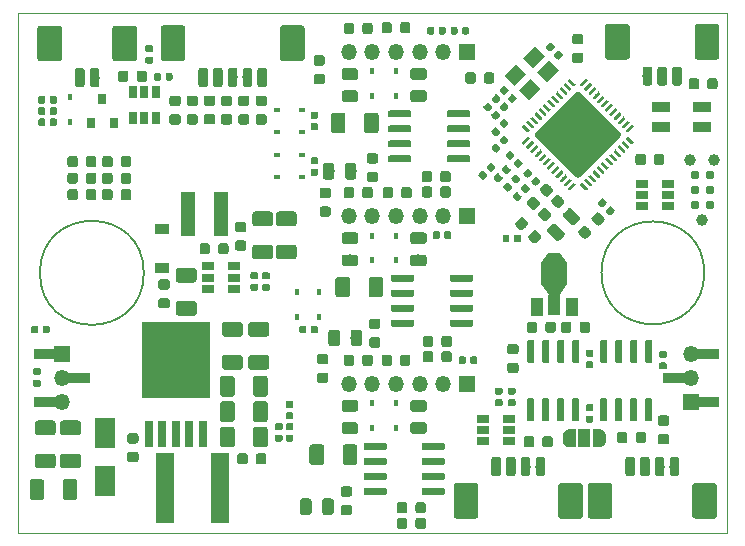
<source format=gts>
G04 #@! TF.GenerationSoftware,KiCad,Pcbnew,5.1.4+dfsg1-1*
G04 #@! TF.CreationDate,2019-12-17T05:08:10+01:00*
G04 #@! TF.ProjectId,STM32G431,53544d33-3247-4343-9331-2e6b69636164,rev?*
G04 #@! TF.SameCoordinates,Original*
G04 #@! TF.FileFunction,Soldermask,Top*
G04 #@! TF.FilePolarity,Negative*
%FSLAX46Y46*%
G04 Gerber Fmt 4.6, Leading zero omitted, Abs format (unit mm)*
G04 Created by KiCad (PCBNEW 5.1.4+dfsg1-1) date 2019-12-17 05:08:10*
%MOMM*%
%LPD*%
G04 APERTURE LIST*
%ADD10C,0.150000*%
%ADD11C,0.050000*%
%ADD12C,0.100000*%
%ADD13C,0.590000*%
%ADD14C,0.875000*%
%ADD15C,1.250000*%
%ADD16R,0.450000X0.600000*%
%ADD17R,1.200000X0.900000*%
%ADD18C,1.000000*%
%ADD19R,2.200000X1.840000*%
%ADD20R,1.000000X1.500000*%
%ADD21R,1.000000X1.800000*%
%ADD22C,0.850000*%
%ADD23R,0.600000X0.450000*%
%ADD24C,0.600000*%
%ADD25O,1.350000X1.350000*%
%ADD26R,1.350000X1.350000*%
%ADD27R,1.600000X5.900000*%
%ADD28C,0.250000*%
%ADD29C,5.300000*%
%ADD30R,1.800000X2.500000*%
%ADD31C,0.975000*%
%ADD32C,1.200000*%
%ADD33R,1.200000X3.700000*%
%ADD34R,5.800000X6.400000*%
%ADD35R,0.800000X2.200000*%
%ADD36C,2.100000*%
%ADD37C,0.800000*%
%ADD38R,1.060000X0.650000*%
%ADD39R,0.650000X1.060000*%
%ADD40R,1.600000X0.850000*%
%ADD41C,0.500000*%
%ADD42R,0.800000X0.900000*%
%ADD43C,0.985520*%
%ADD44C,0.988060*%
%ADD45C,0.784860*%
%ADD46R,2.350000X0.850000*%
G04 APERTURE END LIST*
D10*
X30650284Y-45000000D02*
G75*
G03X30650284Y-45000000I-4400284J0D01*
G01*
X78104595Y-45000000D02*
G75*
G03X78104595Y-45000000I-4354595J0D01*
G01*
D11*
X20000000Y-23000000D02*
X80000000Y-23000000D01*
X20000000Y-67000000D02*
X20000000Y-23000000D01*
X80000000Y-67000000D02*
X20000000Y-67000000D01*
X80000000Y-23000000D02*
X80000000Y-67000000D01*
D12*
G36*
X55091958Y-24180710D02*
G01*
X55106276Y-24182834D01*
X55120317Y-24186351D01*
X55133946Y-24191228D01*
X55147031Y-24197417D01*
X55159447Y-24204858D01*
X55171073Y-24213481D01*
X55181798Y-24223202D01*
X55191519Y-24233927D01*
X55200142Y-24245553D01*
X55207583Y-24257969D01*
X55213772Y-24271054D01*
X55218649Y-24284683D01*
X55222166Y-24298724D01*
X55224290Y-24313042D01*
X55225000Y-24327500D01*
X55225000Y-24672500D01*
X55224290Y-24686958D01*
X55222166Y-24701276D01*
X55218649Y-24715317D01*
X55213772Y-24728946D01*
X55207583Y-24742031D01*
X55200142Y-24754447D01*
X55191519Y-24766073D01*
X55181798Y-24776798D01*
X55171073Y-24786519D01*
X55159447Y-24795142D01*
X55147031Y-24802583D01*
X55133946Y-24808772D01*
X55120317Y-24813649D01*
X55106276Y-24817166D01*
X55091958Y-24819290D01*
X55077500Y-24820000D01*
X54782500Y-24820000D01*
X54768042Y-24819290D01*
X54753724Y-24817166D01*
X54739683Y-24813649D01*
X54726054Y-24808772D01*
X54712969Y-24802583D01*
X54700553Y-24795142D01*
X54688927Y-24786519D01*
X54678202Y-24776798D01*
X54668481Y-24766073D01*
X54659858Y-24754447D01*
X54652417Y-24742031D01*
X54646228Y-24728946D01*
X54641351Y-24715317D01*
X54637834Y-24701276D01*
X54635710Y-24686958D01*
X54635000Y-24672500D01*
X54635000Y-24327500D01*
X54635710Y-24313042D01*
X54637834Y-24298724D01*
X54641351Y-24284683D01*
X54646228Y-24271054D01*
X54652417Y-24257969D01*
X54659858Y-24245553D01*
X54668481Y-24233927D01*
X54678202Y-24223202D01*
X54688927Y-24213481D01*
X54700553Y-24204858D01*
X54712969Y-24197417D01*
X54726054Y-24191228D01*
X54739683Y-24186351D01*
X54753724Y-24182834D01*
X54768042Y-24180710D01*
X54782500Y-24180000D01*
X55077500Y-24180000D01*
X55091958Y-24180710D01*
X55091958Y-24180710D01*
G37*
D13*
X54930000Y-24500000D03*
D12*
G36*
X56061958Y-24180710D02*
G01*
X56076276Y-24182834D01*
X56090317Y-24186351D01*
X56103946Y-24191228D01*
X56117031Y-24197417D01*
X56129447Y-24204858D01*
X56141073Y-24213481D01*
X56151798Y-24223202D01*
X56161519Y-24233927D01*
X56170142Y-24245553D01*
X56177583Y-24257969D01*
X56183772Y-24271054D01*
X56188649Y-24284683D01*
X56192166Y-24298724D01*
X56194290Y-24313042D01*
X56195000Y-24327500D01*
X56195000Y-24672500D01*
X56194290Y-24686958D01*
X56192166Y-24701276D01*
X56188649Y-24715317D01*
X56183772Y-24728946D01*
X56177583Y-24742031D01*
X56170142Y-24754447D01*
X56161519Y-24766073D01*
X56151798Y-24776798D01*
X56141073Y-24786519D01*
X56129447Y-24795142D01*
X56117031Y-24802583D01*
X56103946Y-24808772D01*
X56090317Y-24813649D01*
X56076276Y-24817166D01*
X56061958Y-24819290D01*
X56047500Y-24820000D01*
X55752500Y-24820000D01*
X55738042Y-24819290D01*
X55723724Y-24817166D01*
X55709683Y-24813649D01*
X55696054Y-24808772D01*
X55682969Y-24802583D01*
X55670553Y-24795142D01*
X55658927Y-24786519D01*
X55648202Y-24776798D01*
X55638481Y-24766073D01*
X55629858Y-24754447D01*
X55622417Y-24742031D01*
X55616228Y-24728946D01*
X55611351Y-24715317D01*
X55607834Y-24701276D01*
X55605710Y-24686958D01*
X55605000Y-24672500D01*
X55605000Y-24327500D01*
X55605710Y-24313042D01*
X55607834Y-24298724D01*
X55611351Y-24284683D01*
X55616228Y-24271054D01*
X55622417Y-24257969D01*
X55629858Y-24245553D01*
X55638481Y-24233927D01*
X55648202Y-24223202D01*
X55658927Y-24213481D01*
X55670553Y-24204858D01*
X55682969Y-24197417D01*
X55696054Y-24191228D01*
X55709683Y-24186351D01*
X55723724Y-24182834D01*
X55738042Y-24180710D01*
X55752500Y-24180000D01*
X56047500Y-24180000D01*
X56061958Y-24180710D01*
X56061958Y-24180710D01*
G37*
D13*
X55900000Y-24500000D03*
D12*
G36*
X55576958Y-41480710D02*
G01*
X55591276Y-41482834D01*
X55605317Y-41486351D01*
X55618946Y-41491228D01*
X55632031Y-41497417D01*
X55644447Y-41504858D01*
X55656073Y-41513481D01*
X55666798Y-41523202D01*
X55676519Y-41533927D01*
X55685142Y-41545553D01*
X55692583Y-41557969D01*
X55698772Y-41571054D01*
X55703649Y-41584683D01*
X55707166Y-41598724D01*
X55709290Y-41613042D01*
X55710000Y-41627500D01*
X55710000Y-41972500D01*
X55709290Y-41986958D01*
X55707166Y-42001276D01*
X55703649Y-42015317D01*
X55698772Y-42028946D01*
X55692583Y-42042031D01*
X55685142Y-42054447D01*
X55676519Y-42066073D01*
X55666798Y-42076798D01*
X55656073Y-42086519D01*
X55644447Y-42095142D01*
X55632031Y-42102583D01*
X55618946Y-42108772D01*
X55605317Y-42113649D01*
X55591276Y-42117166D01*
X55576958Y-42119290D01*
X55562500Y-42120000D01*
X55267500Y-42120000D01*
X55253042Y-42119290D01*
X55238724Y-42117166D01*
X55224683Y-42113649D01*
X55211054Y-42108772D01*
X55197969Y-42102583D01*
X55185553Y-42095142D01*
X55173927Y-42086519D01*
X55163202Y-42076798D01*
X55153481Y-42066073D01*
X55144858Y-42054447D01*
X55137417Y-42042031D01*
X55131228Y-42028946D01*
X55126351Y-42015317D01*
X55122834Y-42001276D01*
X55120710Y-41986958D01*
X55120000Y-41972500D01*
X55120000Y-41627500D01*
X55120710Y-41613042D01*
X55122834Y-41598724D01*
X55126351Y-41584683D01*
X55131228Y-41571054D01*
X55137417Y-41557969D01*
X55144858Y-41545553D01*
X55153481Y-41533927D01*
X55163202Y-41523202D01*
X55173927Y-41513481D01*
X55185553Y-41504858D01*
X55197969Y-41497417D01*
X55211054Y-41491228D01*
X55224683Y-41486351D01*
X55238724Y-41482834D01*
X55253042Y-41480710D01*
X55267500Y-41480000D01*
X55562500Y-41480000D01*
X55576958Y-41480710D01*
X55576958Y-41480710D01*
G37*
D13*
X55415000Y-41800000D03*
D12*
G36*
X56546958Y-41480710D02*
G01*
X56561276Y-41482834D01*
X56575317Y-41486351D01*
X56588946Y-41491228D01*
X56602031Y-41497417D01*
X56614447Y-41504858D01*
X56626073Y-41513481D01*
X56636798Y-41523202D01*
X56646519Y-41533927D01*
X56655142Y-41545553D01*
X56662583Y-41557969D01*
X56668772Y-41571054D01*
X56673649Y-41584683D01*
X56677166Y-41598724D01*
X56679290Y-41613042D01*
X56680000Y-41627500D01*
X56680000Y-41972500D01*
X56679290Y-41986958D01*
X56677166Y-42001276D01*
X56673649Y-42015317D01*
X56668772Y-42028946D01*
X56662583Y-42042031D01*
X56655142Y-42054447D01*
X56646519Y-42066073D01*
X56636798Y-42076798D01*
X56626073Y-42086519D01*
X56614447Y-42095142D01*
X56602031Y-42102583D01*
X56588946Y-42108772D01*
X56575317Y-42113649D01*
X56561276Y-42117166D01*
X56546958Y-42119290D01*
X56532500Y-42120000D01*
X56237500Y-42120000D01*
X56223042Y-42119290D01*
X56208724Y-42117166D01*
X56194683Y-42113649D01*
X56181054Y-42108772D01*
X56167969Y-42102583D01*
X56155553Y-42095142D01*
X56143927Y-42086519D01*
X56133202Y-42076798D01*
X56123481Y-42066073D01*
X56114858Y-42054447D01*
X56107417Y-42042031D01*
X56101228Y-42028946D01*
X56096351Y-42015317D01*
X56092834Y-42001276D01*
X56090710Y-41986958D01*
X56090000Y-41972500D01*
X56090000Y-41627500D01*
X56090710Y-41613042D01*
X56092834Y-41598724D01*
X56096351Y-41584683D01*
X56101228Y-41571054D01*
X56107417Y-41557969D01*
X56114858Y-41545553D01*
X56123481Y-41533927D01*
X56133202Y-41523202D01*
X56143927Y-41513481D01*
X56155553Y-41504858D01*
X56167969Y-41497417D01*
X56181054Y-41491228D01*
X56194683Y-41486351D01*
X56208724Y-41482834D01*
X56223042Y-41480710D01*
X56237500Y-41480000D01*
X56532500Y-41480000D01*
X56546958Y-41480710D01*
X56546958Y-41480710D01*
G37*
D13*
X56385000Y-41800000D03*
D12*
G36*
X57776958Y-52080710D02*
G01*
X57791276Y-52082834D01*
X57805317Y-52086351D01*
X57818946Y-52091228D01*
X57832031Y-52097417D01*
X57844447Y-52104858D01*
X57856073Y-52113481D01*
X57866798Y-52123202D01*
X57876519Y-52133927D01*
X57885142Y-52145553D01*
X57892583Y-52157969D01*
X57898772Y-52171054D01*
X57903649Y-52184683D01*
X57907166Y-52198724D01*
X57909290Y-52213042D01*
X57910000Y-52227500D01*
X57910000Y-52572500D01*
X57909290Y-52586958D01*
X57907166Y-52601276D01*
X57903649Y-52615317D01*
X57898772Y-52628946D01*
X57892583Y-52642031D01*
X57885142Y-52654447D01*
X57876519Y-52666073D01*
X57866798Y-52676798D01*
X57856073Y-52686519D01*
X57844447Y-52695142D01*
X57832031Y-52702583D01*
X57818946Y-52708772D01*
X57805317Y-52713649D01*
X57791276Y-52717166D01*
X57776958Y-52719290D01*
X57762500Y-52720000D01*
X57467500Y-52720000D01*
X57453042Y-52719290D01*
X57438724Y-52717166D01*
X57424683Y-52713649D01*
X57411054Y-52708772D01*
X57397969Y-52702583D01*
X57385553Y-52695142D01*
X57373927Y-52686519D01*
X57363202Y-52676798D01*
X57353481Y-52666073D01*
X57344858Y-52654447D01*
X57337417Y-52642031D01*
X57331228Y-52628946D01*
X57326351Y-52615317D01*
X57322834Y-52601276D01*
X57320710Y-52586958D01*
X57320000Y-52572500D01*
X57320000Y-52227500D01*
X57320710Y-52213042D01*
X57322834Y-52198724D01*
X57326351Y-52184683D01*
X57331228Y-52171054D01*
X57337417Y-52157969D01*
X57344858Y-52145553D01*
X57353481Y-52133927D01*
X57363202Y-52123202D01*
X57373927Y-52113481D01*
X57385553Y-52104858D01*
X57397969Y-52097417D01*
X57411054Y-52091228D01*
X57424683Y-52086351D01*
X57438724Y-52082834D01*
X57453042Y-52080710D01*
X57467500Y-52080000D01*
X57762500Y-52080000D01*
X57776958Y-52080710D01*
X57776958Y-52080710D01*
G37*
D13*
X57615000Y-52400000D03*
D12*
G36*
X58746958Y-52080710D02*
G01*
X58761276Y-52082834D01*
X58775317Y-52086351D01*
X58788946Y-52091228D01*
X58802031Y-52097417D01*
X58814447Y-52104858D01*
X58826073Y-52113481D01*
X58836798Y-52123202D01*
X58846519Y-52133927D01*
X58855142Y-52145553D01*
X58862583Y-52157969D01*
X58868772Y-52171054D01*
X58873649Y-52184683D01*
X58877166Y-52198724D01*
X58879290Y-52213042D01*
X58880000Y-52227500D01*
X58880000Y-52572500D01*
X58879290Y-52586958D01*
X58877166Y-52601276D01*
X58873649Y-52615317D01*
X58868772Y-52628946D01*
X58862583Y-52642031D01*
X58855142Y-52654447D01*
X58846519Y-52666073D01*
X58836798Y-52676798D01*
X58826073Y-52686519D01*
X58814447Y-52695142D01*
X58802031Y-52702583D01*
X58788946Y-52708772D01*
X58775317Y-52713649D01*
X58761276Y-52717166D01*
X58746958Y-52719290D01*
X58732500Y-52720000D01*
X58437500Y-52720000D01*
X58423042Y-52719290D01*
X58408724Y-52717166D01*
X58394683Y-52713649D01*
X58381054Y-52708772D01*
X58367969Y-52702583D01*
X58355553Y-52695142D01*
X58343927Y-52686519D01*
X58333202Y-52676798D01*
X58323481Y-52666073D01*
X58314858Y-52654447D01*
X58307417Y-52642031D01*
X58301228Y-52628946D01*
X58296351Y-52615317D01*
X58292834Y-52601276D01*
X58290710Y-52586958D01*
X58290000Y-52572500D01*
X58290000Y-52227500D01*
X58290710Y-52213042D01*
X58292834Y-52198724D01*
X58296351Y-52184683D01*
X58301228Y-52171054D01*
X58307417Y-52157969D01*
X58314858Y-52145553D01*
X58323481Y-52133927D01*
X58333202Y-52123202D01*
X58343927Y-52113481D01*
X58355553Y-52104858D01*
X58367969Y-52097417D01*
X58381054Y-52091228D01*
X58394683Y-52086351D01*
X58408724Y-52082834D01*
X58423042Y-52080710D01*
X58437500Y-52080000D01*
X58732500Y-52080000D01*
X58746958Y-52080710D01*
X58746958Y-52080710D01*
G37*
D13*
X58585000Y-52400000D03*
D12*
G36*
X60475083Y-31269883D02*
G01*
X60489401Y-31272007D01*
X60503442Y-31275524D01*
X60517071Y-31280401D01*
X60530156Y-31286590D01*
X60542572Y-31294031D01*
X60554198Y-31302654D01*
X60564923Y-31312375D01*
X60773519Y-31520971D01*
X60783240Y-31531696D01*
X60791863Y-31543322D01*
X60799304Y-31555738D01*
X60805493Y-31568823D01*
X60810370Y-31582452D01*
X60813887Y-31596493D01*
X60816011Y-31610811D01*
X60816721Y-31625269D01*
X60816011Y-31639727D01*
X60813887Y-31654045D01*
X60810370Y-31668086D01*
X60805493Y-31681715D01*
X60799304Y-31694800D01*
X60791863Y-31707216D01*
X60783240Y-31718842D01*
X60773519Y-31729567D01*
X60529567Y-31973519D01*
X60518842Y-31983240D01*
X60507216Y-31991863D01*
X60494800Y-31999304D01*
X60481715Y-32005493D01*
X60468086Y-32010370D01*
X60454045Y-32013887D01*
X60439727Y-32016011D01*
X60425269Y-32016721D01*
X60410811Y-32016011D01*
X60396493Y-32013887D01*
X60382452Y-32010370D01*
X60368823Y-32005493D01*
X60355738Y-31999304D01*
X60343322Y-31991863D01*
X60331696Y-31983240D01*
X60320971Y-31973519D01*
X60112375Y-31764923D01*
X60102654Y-31754198D01*
X60094031Y-31742572D01*
X60086590Y-31730156D01*
X60080401Y-31717071D01*
X60075524Y-31703442D01*
X60072007Y-31689401D01*
X60069883Y-31675083D01*
X60069173Y-31660625D01*
X60069883Y-31646167D01*
X60072007Y-31631849D01*
X60075524Y-31617808D01*
X60080401Y-31604179D01*
X60086590Y-31591094D01*
X60094031Y-31578678D01*
X60102654Y-31567052D01*
X60112375Y-31556327D01*
X60356327Y-31312375D01*
X60367052Y-31302654D01*
X60378678Y-31294031D01*
X60391094Y-31286590D01*
X60404179Y-31280401D01*
X60417808Y-31275524D01*
X60431849Y-31272007D01*
X60446167Y-31269883D01*
X60460625Y-31269173D01*
X60475083Y-31269883D01*
X60475083Y-31269883D01*
G37*
D13*
X60442947Y-31642947D03*
D12*
G36*
X59789189Y-30583989D02*
G01*
X59803507Y-30586113D01*
X59817548Y-30589630D01*
X59831177Y-30594507D01*
X59844262Y-30600696D01*
X59856678Y-30608137D01*
X59868304Y-30616760D01*
X59879029Y-30626481D01*
X60087625Y-30835077D01*
X60097346Y-30845802D01*
X60105969Y-30857428D01*
X60113410Y-30869844D01*
X60119599Y-30882929D01*
X60124476Y-30896558D01*
X60127993Y-30910599D01*
X60130117Y-30924917D01*
X60130827Y-30939375D01*
X60130117Y-30953833D01*
X60127993Y-30968151D01*
X60124476Y-30982192D01*
X60119599Y-30995821D01*
X60113410Y-31008906D01*
X60105969Y-31021322D01*
X60097346Y-31032948D01*
X60087625Y-31043673D01*
X59843673Y-31287625D01*
X59832948Y-31297346D01*
X59821322Y-31305969D01*
X59808906Y-31313410D01*
X59795821Y-31319599D01*
X59782192Y-31324476D01*
X59768151Y-31327993D01*
X59753833Y-31330117D01*
X59739375Y-31330827D01*
X59724917Y-31330117D01*
X59710599Y-31327993D01*
X59696558Y-31324476D01*
X59682929Y-31319599D01*
X59669844Y-31313410D01*
X59657428Y-31305969D01*
X59645802Y-31297346D01*
X59635077Y-31287625D01*
X59426481Y-31079029D01*
X59416760Y-31068304D01*
X59408137Y-31056678D01*
X59400696Y-31044262D01*
X59394507Y-31031177D01*
X59389630Y-31017548D01*
X59386113Y-31003507D01*
X59383989Y-30989189D01*
X59383279Y-30974731D01*
X59383989Y-30960273D01*
X59386113Y-30945955D01*
X59389630Y-30931914D01*
X59394507Y-30918285D01*
X59400696Y-30905200D01*
X59408137Y-30892784D01*
X59416760Y-30881158D01*
X59426481Y-30870433D01*
X59670433Y-30626481D01*
X59681158Y-30616760D01*
X59692784Y-30608137D01*
X59705200Y-30600696D01*
X59718285Y-30594507D01*
X59731914Y-30589630D01*
X59745955Y-30586113D01*
X59760273Y-30583989D01*
X59774731Y-30583279D01*
X59789189Y-30583989D01*
X59789189Y-30583989D01*
G37*
D13*
X59757053Y-30957053D03*
D12*
G36*
X45777691Y-26576053D02*
G01*
X45798926Y-26579203D01*
X45819750Y-26584419D01*
X45839962Y-26591651D01*
X45859368Y-26600830D01*
X45877781Y-26611866D01*
X45895024Y-26624654D01*
X45910930Y-26639070D01*
X45925346Y-26654976D01*
X45938134Y-26672219D01*
X45949170Y-26690632D01*
X45958349Y-26710038D01*
X45965581Y-26730250D01*
X45970797Y-26751074D01*
X45973947Y-26772309D01*
X45975000Y-26793750D01*
X45975000Y-27231250D01*
X45973947Y-27252691D01*
X45970797Y-27273926D01*
X45965581Y-27294750D01*
X45958349Y-27314962D01*
X45949170Y-27334368D01*
X45938134Y-27352781D01*
X45925346Y-27370024D01*
X45910930Y-27385930D01*
X45895024Y-27400346D01*
X45877781Y-27413134D01*
X45859368Y-27424170D01*
X45839962Y-27433349D01*
X45819750Y-27440581D01*
X45798926Y-27445797D01*
X45777691Y-27448947D01*
X45756250Y-27450000D01*
X45243750Y-27450000D01*
X45222309Y-27448947D01*
X45201074Y-27445797D01*
X45180250Y-27440581D01*
X45160038Y-27433349D01*
X45140632Y-27424170D01*
X45122219Y-27413134D01*
X45104976Y-27400346D01*
X45089070Y-27385930D01*
X45074654Y-27370024D01*
X45061866Y-27352781D01*
X45050830Y-27334368D01*
X45041651Y-27314962D01*
X45034419Y-27294750D01*
X45029203Y-27273926D01*
X45026053Y-27252691D01*
X45025000Y-27231250D01*
X45025000Y-26793750D01*
X45026053Y-26772309D01*
X45029203Y-26751074D01*
X45034419Y-26730250D01*
X45041651Y-26710038D01*
X45050830Y-26690632D01*
X45061866Y-26672219D01*
X45074654Y-26654976D01*
X45089070Y-26639070D01*
X45104976Y-26624654D01*
X45122219Y-26611866D01*
X45140632Y-26600830D01*
X45160038Y-26591651D01*
X45180250Y-26584419D01*
X45201074Y-26579203D01*
X45222309Y-26576053D01*
X45243750Y-26575000D01*
X45756250Y-26575000D01*
X45777691Y-26576053D01*
X45777691Y-26576053D01*
G37*
D14*
X45500000Y-27012500D03*
D12*
G36*
X45777691Y-28151053D02*
G01*
X45798926Y-28154203D01*
X45819750Y-28159419D01*
X45839962Y-28166651D01*
X45859368Y-28175830D01*
X45877781Y-28186866D01*
X45895024Y-28199654D01*
X45910930Y-28214070D01*
X45925346Y-28229976D01*
X45938134Y-28247219D01*
X45949170Y-28265632D01*
X45958349Y-28285038D01*
X45965581Y-28305250D01*
X45970797Y-28326074D01*
X45973947Y-28347309D01*
X45975000Y-28368750D01*
X45975000Y-28806250D01*
X45973947Y-28827691D01*
X45970797Y-28848926D01*
X45965581Y-28869750D01*
X45958349Y-28889962D01*
X45949170Y-28909368D01*
X45938134Y-28927781D01*
X45925346Y-28945024D01*
X45910930Y-28960930D01*
X45895024Y-28975346D01*
X45877781Y-28988134D01*
X45859368Y-28999170D01*
X45839962Y-29008349D01*
X45819750Y-29015581D01*
X45798926Y-29020797D01*
X45777691Y-29023947D01*
X45756250Y-29025000D01*
X45243750Y-29025000D01*
X45222309Y-29023947D01*
X45201074Y-29020797D01*
X45180250Y-29015581D01*
X45160038Y-29008349D01*
X45140632Y-28999170D01*
X45122219Y-28988134D01*
X45104976Y-28975346D01*
X45089070Y-28960930D01*
X45074654Y-28945024D01*
X45061866Y-28927781D01*
X45050830Y-28909368D01*
X45041651Y-28889962D01*
X45034419Y-28869750D01*
X45029203Y-28848926D01*
X45026053Y-28827691D01*
X45025000Y-28806250D01*
X45025000Y-28368750D01*
X45026053Y-28347309D01*
X45029203Y-28326074D01*
X45034419Y-28305250D01*
X45041651Y-28285038D01*
X45050830Y-28265632D01*
X45061866Y-28247219D01*
X45074654Y-28229976D01*
X45089070Y-28214070D01*
X45104976Y-28199654D01*
X45122219Y-28186866D01*
X45140632Y-28175830D01*
X45160038Y-28166651D01*
X45180250Y-28159419D01*
X45201074Y-28154203D01*
X45222309Y-28151053D01*
X45243750Y-28150000D01*
X45756250Y-28150000D01*
X45777691Y-28151053D01*
X45777691Y-28151053D01*
G37*
D14*
X45500000Y-28587500D03*
D12*
G36*
X46277691Y-37806053D02*
G01*
X46298926Y-37809203D01*
X46319750Y-37814419D01*
X46339962Y-37821651D01*
X46359368Y-37830830D01*
X46377781Y-37841866D01*
X46395024Y-37854654D01*
X46410930Y-37869070D01*
X46425346Y-37884976D01*
X46438134Y-37902219D01*
X46449170Y-37920632D01*
X46458349Y-37940038D01*
X46465581Y-37960250D01*
X46470797Y-37981074D01*
X46473947Y-38002309D01*
X46475000Y-38023750D01*
X46475000Y-38461250D01*
X46473947Y-38482691D01*
X46470797Y-38503926D01*
X46465581Y-38524750D01*
X46458349Y-38544962D01*
X46449170Y-38564368D01*
X46438134Y-38582781D01*
X46425346Y-38600024D01*
X46410930Y-38615930D01*
X46395024Y-38630346D01*
X46377781Y-38643134D01*
X46359368Y-38654170D01*
X46339962Y-38663349D01*
X46319750Y-38670581D01*
X46298926Y-38675797D01*
X46277691Y-38678947D01*
X46256250Y-38680000D01*
X45743750Y-38680000D01*
X45722309Y-38678947D01*
X45701074Y-38675797D01*
X45680250Y-38670581D01*
X45660038Y-38663349D01*
X45640632Y-38654170D01*
X45622219Y-38643134D01*
X45604976Y-38630346D01*
X45589070Y-38615930D01*
X45574654Y-38600024D01*
X45561866Y-38582781D01*
X45550830Y-38564368D01*
X45541651Y-38544962D01*
X45534419Y-38524750D01*
X45529203Y-38503926D01*
X45526053Y-38482691D01*
X45525000Y-38461250D01*
X45525000Y-38023750D01*
X45526053Y-38002309D01*
X45529203Y-37981074D01*
X45534419Y-37960250D01*
X45541651Y-37940038D01*
X45550830Y-37920632D01*
X45561866Y-37902219D01*
X45574654Y-37884976D01*
X45589070Y-37869070D01*
X45604976Y-37854654D01*
X45622219Y-37841866D01*
X45640632Y-37830830D01*
X45660038Y-37821651D01*
X45680250Y-37814419D01*
X45701074Y-37809203D01*
X45722309Y-37806053D01*
X45743750Y-37805000D01*
X46256250Y-37805000D01*
X46277691Y-37806053D01*
X46277691Y-37806053D01*
G37*
D14*
X46000000Y-38242500D03*
D12*
G36*
X46277691Y-39381053D02*
G01*
X46298926Y-39384203D01*
X46319750Y-39389419D01*
X46339962Y-39396651D01*
X46359368Y-39405830D01*
X46377781Y-39416866D01*
X46395024Y-39429654D01*
X46410930Y-39444070D01*
X46425346Y-39459976D01*
X46438134Y-39477219D01*
X46449170Y-39495632D01*
X46458349Y-39515038D01*
X46465581Y-39535250D01*
X46470797Y-39556074D01*
X46473947Y-39577309D01*
X46475000Y-39598750D01*
X46475000Y-40036250D01*
X46473947Y-40057691D01*
X46470797Y-40078926D01*
X46465581Y-40099750D01*
X46458349Y-40119962D01*
X46449170Y-40139368D01*
X46438134Y-40157781D01*
X46425346Y-40175024D01*
X46410930Y-40190930D01*
X46395024Y-40205346D01*
X46377781Y-40218134D01*
X46359368Y-40229170D01*
X46339962Y-40238349D01*
X46319750Y-40245581D01*
X46298926Y-40250797D01*
X46277691Y-40253947D01*
X46256250Y-40255000D01*
X45743750Y-40255000D01*
X45722309Y-40253947D01*
X45701074Y-40250797D01*
X45680250Y-40245581D01*
X45660038Y-40238349D01*
X45640632Y-40229170D01*
X45622219Y-40218134D01*
X45604976Y-40205346D01*
X45589070Y-40190930D01*
X45574654Y-40175024D01*
X45561866Y-40157781D01*
X45550830Y-40139368D01*
X45541651Y-40119962D01*
X45534419Y-40099750D01*
X45529203Y-40078926D01*
X45526053Y-40057691D01*
X45525000Y-40036250D01*
X45525000Y-39598750D01*
X45526053Y-39577309D01*
X45529203Y-39556074D01*
X45534419Y-39535250D01*
X45541651Y-39515038D01*
X45550830Y-39495632D01*
X45561866Y-39477219D01*
X45574654Y-39459976D01*
X45589070Y-39444070D01*
X45604976Y-39429654D01*
X45622219Y-39416866D01*
X45640632Y-39405830D01*
X45660038Y-39396651D01*
X45680250Y-39389419D01*
X45701074Y-39384203D01*
X45722309Y-39381053D01*
X45743750Y-39380000D01*
X46256250Y-39380000D01*
X46277691Y-39381053D01*
X46277691Y-39381053D01*
G37*
D14*
X46000000Y-39817500D03*
D12*
G36*
X46077691Y-51876053D02*
G01*
X46098926Y-51879203D01*
X46119750Y-51884419D01*
X46139962Y-51891651D01*
X46159368Y-51900830D01*
X46177781Y-51911866D01*
X46195024Y-51924654D01*
X46210930Y-51939070D01*
X46225346Y-51954976D01*
X46238134Y-51972219D01*
X46249170Y-51990632D01*
X46258349Y-52010038D01*
X46265581Y-52030250D01*
X46270797Y-52051074D01*
X46273947Y-52072309D01*
X46275000Y-52093750D01*
X46275000Y-52531250D01*
X46273947Y-52552691D01*
X46270797Y-52573926D01*
X46265581Y-52594750D01*
X46258349Y-52614962D01*
X46249170Y-52634368D01*
X46238134Y-52652781D01*
X46225346Y-52670024D01*
X46210930Y-52685930D01*
X46195024Y-52700346D01*
X46177781Y-52713134D01*
X46159368Y-52724170D01*
X46139962Y-52733349D01*
X46119750Y-52740581D01*
X46098926Y-52745797D01*
X46077691Y-52748947D01*
X46056250Y-52750000D01*
X45543750Y-52750000D01*
X45522309Y-52748947D01*
X45501074Y-52745797D01*
X45480250Y-52740581D01*
X45460038Y-52733349D01*
X45440632Y-52724170D01*
X45422219Y-52713134D01*
X45404976Y-52700346D01*
X45389070Y-52685930D01*
X45374654Y-52670024D01*
X45361866Y-52652781D01*
X45350830Y-52634368D01*
X45341651Y-52614962D01*
X45334419Y-52594750D01*
X45329203Y-52573926D01*
X45326053Y-52552691D01*
X45325000Y-52531250D01*
X45325000Y-52093750D01*
X45326053Y-52072309D01*
X45329203Y-52051074D01*
X45334419Y-52030250D01*
X45341651Y-52010038D01*
X45350830Y-51990632D01*
X45361866Y-51972219D01*
X45374654Y-51954976D01*
X45389070Y-51939070D01*
X45404976Y-51924654D01*
X45422219Y-51911866D01*
X45440632Y-51900830D01*
X45460038Y-51891651D01*
X45480250Y-51884419D01*
X45501074Y-51879203D01*
X45522309Y-51876053D01*
X45543750Y-51875000D01*
X46056250Y-51875000D01*
X46077691Y-51876053D01*
X46077691Y-51876053D01*
G37*
D14*
X45800000Y-52312500D03*
D12*
G36*
X46077691Y-53451053D02*
G01*
X46098926Y-53454203D01*
X46119750Y-53459419D01*
X46139962Y-53466651D01*
X46159368Y-53475830D01*
X46177781Y-53486866D01*
X46195024Y-53499654D01*
X46210930Y-53514070D01*
X46225346Y-53529976D01*
X46238134Y-53547219D01*
X46249170Y-53565632D01*
X46258349Y-53585038D01*
X46265581Y-53605250D01*
X46270797Y-53626074D01*
X46273947Y-53647309D01*
X46275000Y-53668750D01*
X46275000Y-54106250D01*
X46273947Y-54127691D01*
X46270797Y-54148926D01*
X46265581Y-54169750D01*
X46258349Y-54189962D01*
X46249170Y-54209368D01*
X46238134Y-54227781D01*
X46225346Y-54245024D01*
X46210930Y-54260930D01*
X46195024Y-54275346D01*
X46177781Y-54288134D01*
X46159368Y-54299170D01*
X46139962Y-54308349D01*
X46119750Y-54315581D01*
X46098926Y-54320797D01*
X46077691Y-54323947D01*
X46056250Y-54325000D01*
X45543750Y-54325000D01*
X45522309Y-54323947D01*
X45501074Y-54320797D01*
X45480250Y-54315581D01*
X45460038Y-54308349D01*
X45440632Y-54299170D01*
X45422219Y-54288134D01*
X45404976Y-54275346D01*
X45389070Y-54260930D01*
X45374654Y-54245024D01*
X45361866Y-54227781D01*
X45350830Y-54209368D01*
X45341651Y-54189962D01*
X45334419Y-54169750D01*
X45329203Y-54148926D01*
X45326053Y-54127691D01*
X45325000Y-54106250D01*
X45325000Y-53668750D01*
X45326053Y-53647309D01*
X45329203Y-53626074D01*
X45334419Y-53605250D01*
X45341651Y-53585038D01*
X45350830Y-53565632D01*
X45361866Y-53547219D01*
X45374654Y-53529976D01*
X45389070Y-53514070D01*
X45404976Y-53499654D01*
X45422219Y-53486866D01*
X45440632Y-53475830D01*
X45460038Y-53466651D01*
X45480250Y-53459419D01*
X45501074Y-53454203D01*
X45522309Y-53451053D01*
X45543750Y-53450000D01*
X46056250Y-53450000D01*
X46077691Y-53451053D01*
X46077691Y-53451053D01*
G37*
D14*
X45800000Y-53887500D03*
D12*
G36*
X22546958Y-49480710D02*
G01*
X22561276Y-49482834D01*
X22575317Y-49486351D01*
X22588946Y-49491228D01*
X22602031Y-49497417D01*
X22614447Y-49504858D01*
X22626073Y-49513481D01*
X22636798Y-49523202D01*
X22646519Y-49533927D01*
X22655142Y-49545553D01*
X22662583Y-49557969D01*
X22668772Y-49571054D01*
X22673649Y-49584683D01*
X22677166Y-49598724D01*
X22679290Y-49613042D01*
X22680000Y-49627500D01*
X22680000Y-49972500D01*
X22679290Y-49986958D01*
X22677166Y-50001276D01*
X22673649Y-50015317D01*
X22668772Y-50028946D01*
X22662583Y-50042031D01*
X22655142Y-50054447D01*
X22646519Y-50066073D01*
X22636798Y-50076798D01*
X22626073Y-50086519D01*
X22614447Y-50095142D01*
X22602031Y-50102583D01*
X22588946Y-50108772D01*
X22575317Y-50113649D01*
X22561276Y-50117166D01*
X22546958Y-50119290D01*
X22532500Y-50120000D01*
X22237500Y-50120000D01*
X22223042Y-50119290D01*
X22208724Y-50117166D01*
X22194683Y-50113649D01*
X22181054Y-50108772D01*
X22167969Y-50102583D01*
X22155553Y-50095142D01*
X22143927Y-50086519D01*
X22133202Y-50076798D01*
X22123481Y-50066073D01*
X22114858Y-50054447D01*
X22107417Y-50042031D01*
X22101228Y-50028946D01*
X22096351Y-50015317D01*
X22092834Y-50001276D01*
X22090710Y-49986958D01*
X22090000Y-49972500D01*
X22090000Y-49627500D01*
X22090710Y-49613042D01*
X22092834Y-49598724D01*
X22096351Y-49584683D01*
X22101228Y-49571054D01*
X22107417Y-49557969D01*
X22114858Y-49545553D01*
X22123481Y-49533927D01*
X22133202Y-49523202D01*
X22143927Y-49513481D01*
X22155553Y-49504858D01*
X22167969Y-49497417D01*
X22181054Y-49491228D01*
X22194683Y-49486351D01*
X22208724Y-49482834D01*
X22223042Y-49480710D01*
X22237500Y-49480000D01*
X22532500Y-49480000D01*
X22546958Y-49480710D01*
X22546958Y-49480710D01*
G37*
D13*
X22385000Y-49800000D03*
D12*
G36*
X21576958Y-49480710D02*
G01*
X21591276Y-49482834D01*
X21605317Y-49486351D01*
X21618946Y-49491228D01*
X21632031Y-49497417D01*
X21644447Y-49504858D01*
X21656073Y-49513481D01*
X21666798Y-49523202D01*
X21676519Y-49533927D01*
X21685142Y-49545553D01*
X21692583Y-49557969D01*
X21698772Y-49571054D01*
X21703649Y-49584683D01*
X21707166Y-49598724D01*
X21709290Y-49613042D01*
X21710000Y-49627500D01*
X21710000Y-49972500D01*
X21709290Y-49986958D01*
X21707166Y-50001276D01*
X21703649Y-50015317D01*
X21698772Y-50028946D01*
X21692583Y-50042031D01*
X21685142Y-50054447D01*
X21676519Y-50066073D01*
X21666798Y-50076798D01*
X21656073Y-50086519D01*
X21644447Y-50095142D01*
X21632031Y-50102583D01*
X21618946Y-50108772D01*
X21605317Y-50113649D01*
X21591276Y-50117166D01*
X21576958Y-50119290D01*
X21562500Y-50120000D01*
X21267500Y-50120000D01*
X21253042Y-50119290D01*
X21238724Y-50117166D01*
X21224683Y-50113649D01*
X21211054Y-50108772D01*
X21197969Y-50102583D01*
X21185553Y-50095142D01*
X21173927Y-50086519D01*
X21163202Y-50076798D01*
X21153481Y-50066073D01*
X21144858Y-50054447D01*
X21137417Y-50042031D01*
X21131228Y-50028946D01*
X21126351Y-50015317D01*
X21122834Y-50001276D01*
X21120710Y-49986958D01*
X21120000Y-49972500D01*
X21120000Y-49627500D01*
X21120710Y-49613042D01*
X21122834Y-49598724D01*
X21126351Y-49584683D01*
X21131228Y-49571054D01*
X21137417Y-49557969D01*
X21144858Y-49545553D01*
X21153481Y-49533927D01*
X21163202Y-49523202D01*
X21173927Y-49513481D01*
X21185553Y-49504858D01*
X21197969Y-49497417D01*
X21211054Y-49491228D01*
X21224683Y-49486351D01*
X21238724Y-49482834D01*
X21253042Y-49480710D01*
X21267500Y-49480000D01*
X21562500Y-49480000D01*
X21576958Y-49480710D01*
X21576958Y-49480710D01*
G37*
D13*
X21415000Y-49800000D03*
D12*
G36*
X58046958Y-24180710D02*
G01*
X58061276Y-24182834D01*
X58075317Y-24186351D01*
X58088946Y-24191228D01*
X58102031Y-24197417D01*
X58114447Y-24204858D01*
X58126073Y-24213481D01*
X58136798Y-24223202D01*
X58146519Y-24233927D01*
X58155142Y-24245553D01*
X58162583Y-24257969D01*
X58168772Y-24271054D01*
X58173649Y-24284683D01*
X58177166Y-24298724D01*
X58179290Y-24313042D01*
X58180000Y-24327500D01*
X58180000Y-24672500D01*
X58179290Y-24686958D01*
X58177166Y-24701276D01*
X58173649Y-24715317D01*
X58168772Y-24728946D01*
X58162583Y-24742031D01*
X58155142Y-24754447D01*
X58146519Y-24766073D01*
X58136798Y-24776798D01*
X58126073Y-24786519D01*
X58114447Y-24795142D01*
X58102031Y-24802583D01*
X58088946Y-24808772D01*
X58075317Y-24813649D01*
X58061276Y-24817166D01*
X58046958Y-24819290D01*
X58032500Y-24820000D01*
X57737500Y-24820000D01*
X57723042Y-24819290D01*
X57708724Y-24817166D01*
X57694683Y-24813649D01*
X57681054Y-24808772D01*
X57667969Y-24802583D01*
X57655553Y-24795142D01*
X57643927Y-24786519D01*
X57633202Y-24776798D01*
X57623481Y-24766073D01*
X57614858Y-24754447D01*
X57607417Y-24742031D01*
X57601228Y-24728946D01*
X57596351Y-24715317D01*
X57592834Y-24701276D01*
X57590710Y-24686958D01*
X57590000Y-24672500D01*
X57590000Y-24327500D01*
X57590710Y-24313042D01*
X57592834Y-24298724D01*
X57596351Y-24284683D01*
X57601228Y-24271054D01*
X57607417Y-24257969D01*
X57614858Y-24245553D01*
X57623481Y-24233927D01*
X57633202Y-24223202D01*
X57643927Y-24213481D01*
X57655553Y-24204858D01*
X57667969Y-24197417D01*
X57681054Y-24191228D01*
X57694683Y-24186351D01*
X57708724Y-24182834D01*
X57723042Y-24180710D01*
X57737500Y-24180000D01*
X58032500Y-24180000D01*
X58046958Y-24180710D01*
X58046958Y-24180710D01*
G37*
D13*
X57885000Y-24500000D03*
D12*
G36*
X57076958Y-24180710D02*
G01*
X57091276Y-24182834D01*
X57105317Y-24186351D01*
X57118946Y-24191228D01*
X57132031Y-24197417D01*
X57144447Y-24204858D01*
X57156073Y-24213481D01*
X57166798Y-24223202D01*
X57176519Y-24233927D01*
X57185142Y-24245553D01*
X57192583Y-24257969D01*
X57198772Y-24271054D01*
X57203649Y-24284683D01*
X57207166Y-24298724D01*
X57209290Y-24313042D01*
X57210000Y-24327500D01*
X57210000Y-24672500D01*
X57209290Y-24686958D01*
X57207166Y-24701276D01*
X57203649Y-24715317D01*
X57198772Y-24728946D01*
X57192583Y-24742031D01*
X57185142Y-24754447D01*
X57176519Y-24766073D01*
X57166798Y-24776798D01*
X57156073Y-24786519D01*
X57144447Y-24795142D01*
X57132031Y-24802583D01*
X57118946Y-24808772D01*
X57105317Y-24813649D01*
X57091276Y-24817166D01*
X57076958Y-24819290D01*
X57062500Y-24820000D01*
X56767500Y-24820000D01*
X56753042Y-24819290D01*
X56738724Y-24817166D01*
X56724683Y-24813649D01*
X56711054Y-24808772D01*
X56697969Y-24802583D01*
X56685553Y-24795142D01*
X56673927Y-24786519D01*
X56663202Y-24776798D01*
X56653481Y-24766073D01*
X56644858Y-24754447D01*
X56637417Y-24742031D01*
X56631228Y-24728946D01*
X56626351Y-24715317D01*
X56622834Y-24701276D01*
X56620710Y-24686958D01*
X56620000Y-24672500D01*
X56620000Y-24327500D01*
X56620710Y-24313042D01*
X56622834Y-24298724D01*
X56626351Y-24284683D01*
X56631228Y-24271054D01*
X56637417Y-24257969D01*
X56644858Y-24245553D01*
X56653481Y-24233927D01*
X56663202Y-24223202D01*
X56673927Y-24213481D01*
X56685553Y-24204858D01*
X56697969Y-24197417D01*
X56711054Y-24191228D01*
X56724683Y-24186351D01*
X56738724Y-24182834D01*
X56753042Y-24180710D01*
X56767500Y-24180000D01*
X57062500Y-24180000D01*
X57076958Y-24180710D01*
X57076958Y-24180710D01*
G37*
D13*
X56915000Y-24500000D03*
D12*
G36*
X61339727Y-35883989D02*
G01*
X61354045Y-35886113D01*
X61368086Y-35889630D01*
X61381715Y-35894507D01*
X61394800Y-35900696D01*
X61407216Y-35908137D01*
X61418842Y-35916760D01*
X61429567Y-35926481D01*
X61673519Y-36170433D01*
X61683240Y-36181158D01*
X61691863Y-36192784D01*
X61699304Y-36205200D01*
X61705493Y-36218285D01*
X61710370Y-36231914D01*
X61713887Y-36245955D01*
X61716011Y-36260273D01*
X61716721Y-36274731D01*
X61716011Y-36289189D01*
X61713887Y-36303507D01*
X61710370Y-36317548D01*
X61705493Y-36331177D01*
X61699304Y-36344262D01*
X61691863Y-36356678D01*
X61683240Y-36368304D01*
X61673519Y-36379029D01*
X61464923Y-36587625D01*
X61454198Y-36597346D01*
X61442572Y-36605969D01*
X61430156Y-36613410D01*
X61417071Y-36619599D01*
X61403442Y-36624476D01*
X61389401Y-36627993D01*
X61375083Y-36630117D01*
X61360625Y-36630827D01*
X61346167Y-36630117D01*
X61331849Y-36627993D01*
X61317808Y-36624476D01*
X61304179Y-36619599D01*
X61291094Y-36613410D01*
X61278678Y-36605969D01*
X61267052Y-36597346D01*
X61256327Y-36587625D01*
X61012375Y-36343673D01*
X61002654Y-36332948D01*
X60994031Y-36321322D01*
X60986590Y-36308906D01*
X60980401Y-36295821D01*
X60975524Y-36282192D01*
X60972007Y-36268151D01*
X60969883Y-36253833D01*
X60969173Y-36239375D01*
X60969883Y-36224917D01*
X60972007Y-36210599D01*
X60975524Y-36196558D01*
X60980401Y-36182929D01*
X60986590Y-36169844D01*
X60994031Y-36157428D01*
X61002654Y-36145802D01*
X61012375Y-36135077D01*
X61220971Y-35926481D01*
X61231696Y-35916760D01*
X61243322Y-35908137D01*
X61255738Y-35900696D01*
X61268823Y-35894507D01*
X61282452Y-35889630D01*
X61296493Y-35886113D01*
X61310811Y-35883989D01*
X61325269Y-35883279D01*
X61339727Y-35883989D01*
X61339727Y-35883989D01*
G37*
D13*
X61342947Y-36257053D03*
D12*
G36*
X60653833Y-36569883D02*
G01*
X60668151Y-36572007D01*
X60682192Y-36575524D01*
X60695821Y-36580401D01*
X60708906Y-36586590D01*
X60721322Y-36594031D01*
X60732948Y-36602654D01*
X60743673Y-36612375D01*
X60987625Y-36856327D01*
X60997346Y-36867052D01*
X61005969Y-36878678D01*
X61013410Y-36891094D01*
X61019599Y-36904179D01*
X61024476Y-36917808D01*
X61027993Y-36931849D01*
X61030117Y-36946167D01*
X61030827Y-36960625D01*
X61030117Y-36975083D01*
X61027993Y-36989401D01*
X61024476Y-37003442D01*
X61019599Y-37017071D01*
X61013410Y-37030156D01*
X61005969Y-37042572D01*
X60997346Y-37054198D01*
X60987625Y-37064923D01*
X60779029Y-37273519D01*
X60768304Y-37283240D01*
X60756678Y-37291863D01*
X60744262Y-37299304D01*
X60731177Y-37305493D01*
X60717548Y-37310370D01*
X60703507Y-37313887D01*
X60689189Y-37316011D01*
X60674731Y-37316721D01*
X60660273Y-37316011D01*
X60645955Y-37313887D01*
X60631914Y-37310370D01*
X60618285Y-37305493D01*
X60605200Y-37299304D01*
X60592784Y-37291863D01*
X60581158Y-37283240D01*
X60570433Y-37273519D01*
X60326481Y-37029567D01*
X60316760Y-37018842D01*
X60308137Y-37007216D01*
X60300696Y-36994800D01*
X60294507Y-36981715D01*
X60289630Y-36968086D01*
X60286113Y-36954045D01*
X60283989Y-36939727D01*
X60283279Y-36925269D01*
X60283989Y-36910811D01*
X60286113Y-36896493D01*
X60289630Y-36882452D01*
X60294507Y-36868823D01*
X60300696Y-36855738D01*
X60308137Y-36843322D01*
X60316760Y-36831696D01*
X60326481Y-36820971D01*
X60535077Y-36612375D01*
X60545802Y-36602654D01*
X60557428Y-36594031D01*
X60569844Y-36586590D01*
X60582929Y-36580401D01*
X60596558Y-36575524D01*
X60610599Y-36572007D01*
X60624917Y-36569883D01*
X60639375Y-36569173D01*
X60653833Y-36569883D01*
X60653833Y-36569883D01*
G37*
D13*
X60657053Y-36942947D03*
D12*
G36*
X59353833Y-36369883D02*
G01*
X59368151Y-36372007D01*
X59382192Y-36375524D01*
X59395821Y-36380401D01*
X59408906Y-36386590D01*
X59421322Y-36394031D01*
X59432948Y-36402654D01*
X59443673Y-36412375D01*
X59687625Y-36656327D01*
X59697346Y-36667052D01*
X59705969Y-36678678D01*
X59713410Y-36691094D01*
X59719599Y-36704179D01*
X59724476Y-36717808D01*
X59727993Y-36731849D01*
X59730117Y-36746167D01*
X59730827Y-36760625D01*
X59730117Y-36775083D01*
X59727993Y-36789401D01*
X59724476Y-36803442D01*
X59719599Y-36817071D01*
X59713410Y-36830156D01*
X59705969Y-36842572D01*
X59697346Y-36854198D01*
X59687625Y-36864923D01*
X59479029Y-37073519D01*
X59468304Y-37083240D01*
X59456678Y-37091863D01*
X59444262Y-37099304D01*
X59431177Y-37105493D01*
X59417548Y-37110370D01*
X59403507Y-37113887D01*
X59389189Y-37116011D01*
X59374731Y-37116721D01*
X59360273Y-37116011D01*
X59345955Y-37113887D01*
X59331914Y-37110370D01*
X59318285Y-37105493D01*
X59305200Y-37099304D01*
X59292784Y-37091863D01*
X59281158Y-37083240D01*
X59270433Y-37073519D01*
X59026481Y-36829567D01*
X59016760Y-36818842D01*
X59008137Y-36807216D01*
X59000696Y-36794800D01*
X58994507Y-36781715D01*
X58989630Y-36768086D01*
X58986113Y-36754045D01*
X58983989Y-36739727D01*
X58983279Y-36725269D01*
X58983989Y-36710811D01*
X58986113Y-36696493D01*
X58989630Y-36682452D01*
X58994507Y-36668823D01*
X59000696Y-36655738D01*
X59008137Y-36643322D01*
X59016760Y-36631696D01*
X59026481Y-36620971D01*
X59235077Y-36412375D01*
X59245802Y-36402654D01*
X59257428Y-36394031D01*
X59269844Y-36386590D01*
X59282929Y-36380401D01*
X59296558Y-36375524D01*
X59310599Y-36372007D01*
X59324917Y-36369883D01*
X59339375Y-36369173D01*
X59353833Y-36369883D01*
X59353833Y-36369883D01*
G37*
D13*
X59357053Y-36742947D03*
D12*
G36*
X60039727Y-35683989D02*
G01*
X60054045Y-35686113D01*
X60068086Y-35689630D01*
X60081715Y-35694507D01*
X60094800Y-35700696D01*
X60107216Y-35708137D01*
X60118842Y-35716760D01*
X60129567Y-35726481D01*
X60373519Y-35970433D01*
X60383240Y-35981158D01*
X60391863Y-35992784D01*
X60399304Y-36005200D01*
X60405493Y-36018285D01*
X60410370Y-36031914D01*
X60413887Y-36045955D01*
X60416011Y-36060273D01*
X60416721Y-36074731D01*
X60416011Y-36089189D01*
X60413887Y-36103507D01*
X60410370Y-36117548D01*
X60405493Y-36131177D01*
X60399304Y-36144262D01*
X60391863Y-36156678D01*
X60383240Y-36168304D01*
X60373519Y-36179029D01*
X60164923Y-36387625D01*
X60154198Y-36397346D01*
X60142572Y-36405969D01*
X60130156Y-36413410D01*
X60117071Y-36419599D01*
X60103442Y-36424476D01*
X60089401Y-36427993D01*
X60075083Y-36430117D01*
X60060625Y-36430827D01*
X60046167Y-36430117D01*
X60031849Y-36427993D01*
X60017808Y-36424476D01*
X60004179Y-36419599D01*
X59991094Y-36413410D01*
X59978678Y-36405969D01*
X59967052Y-36397346D01*
X59956327Y-36387625D01*
X59712375Y-36143673D01*
X59702654Y-36132948D01*
X59694031Y-36121322D01*
X59686590Y-36108906D01*
X59680401Y-36095821D01*
X59675524Y-36082192D01*
X59672007Y-36068151D01*
X59669883Y-36053833D01*
X59669173Y-36039375D01*
X59669883Y-36024917D01*
X59672007Y-36010599D01*
X59675524Y-35996558D01*
X59680401Y-35982929D01*
X59686590Y-35969844D01*
X59694031Y-35957428D01*
X59702654Y-35945802D01*
X59712375Y-35935077D01*
X59920971Y-35726481D01*
X59931696Y-35716760D01*
X59943322Y-35708137D01*
X59955738Y-35700696D01*
X59968823Y-35694507D01*
X59982452Y-35689630D01*
X59996493Y-35686113D01*
X60010811Y-35683989D01*
X60025269Y-35683279D01*
X60039727Y-35683989D01*
X60039727Y-35683989D01*
G37*
D13*
X60042947Y-36057053D03*
D12*
G36*
X62939727Y-37483989D02*
G01*
X62954045Y-37486113D01*
X62968086Y-37489630D01*
X62981715Y-37494507D01*
X62994800Y-37500696D01*
X63007216Y-37508137D01*
X63018842Y-37516760D01*
X63029567Y-37526481D01*
X63273519Y-37770433D01*
X63283240Y-37781158D01*
X63291863Y-37792784D01*
X63299304Y-37805200D01*
X63305493Y-37818285D01*
X63310370Y-37831914D01*
X63313887Y-37845955D01*
X63316011Y-37860273D01*
X63316721Y-37874731D01*
X63316011Y-37889189D01*
X63313887Y-37903507D01*
X63310370Y-37917548D01*
X63305493Y-37931177D01*
X63299304Y-37944262D01*
X63291863Y-37956678D01*
X63283240Y-37968304D01*
X63273519Y-37979029D01*
X63064923Y-38187625D01*
X63054198Y-38197346D01*
X63042572Y-38205969D01*
X63030156Y-38213410D01*
X63017071Y-38219599D01*
X63003442Y-38224476D01*
X62989401Y-38227993D01*
X62975083Y-38230117D01*
X62960625Y-38230827D01*
X62946167Y-38230117D01*
X62931849Y-38227993D01*
X62917808Y-38224476D01*
X62904179Y-38219599D01*
X62891094Y-38213410D01*
X62878678Y-38205969D01*
X62867052Y-38197346D01*
X62856327Y-38187625D01*
X62612375Y-37943673D01*
X62602654Y-37932948D01*
X62594031Y-37921322D01*
X62586590Y-37908906D01*
X62580401Y-37895821D01*
X62575524Y-37882192D01*
X62572007Y-37868151D01*
X62569883Y-37853833D01*
X62569173Y-37839375D01*
X62569883Y-37824917D01*
X62572007Y-37810599D01*
X62575524Y-37796558D01*
X62580401Y-37782929D01*
X62586590Y-37769844D01*
X62594031Y-37757428D01*
X62602654Y-37745802D01*
X62612375Y-37735077D01*
X62820971Y-37526481D01*
X62831696Y-37516760D01*
X62843322Y-37508137D01*
X62855738Y-37500696D01*
X62868823Y-37494507D01*
X62882452Y-37489630D01*
X62896493Y-37486113D01*
X62910811Y-37483989D01*
X62925269Y-37483279D01*
X62939727Y-37483989D01*
X62939727Y-37483989D01*
G37*
D13*
X62942947Y-37857053D03*
D12*
G36*
X62253833Y-38169883D02*
G01*
X62268151Y-38172007D01*
X62282192Y-38175524D01*
X62295821Y-38180401D01*
X62308906Y-38186590D01*
X62321322Y-38194031D01*
X62332948Y-38202654D01*
X62343673Y-38212375D01*
X62587625Y-38456327D01*
X62597346Y-38467052D01*
X62605969Y-38478678D01*
X62613410Y-38491094D01*
X62619599Y-38504179D01*
X62624476Y-38517808D01*
X62627993Y-38531849D01*
X62630117Y-38546167D01*
X62630827Y-38560625D01*
X62630117Y-38575083D01*
X62627993Y-38589401D01*
X62624476Y-38603442D01*
X62619599Y-38617071D01*
X62613410Y-38630156D01*
X62605969Y-38642572D01*
X62597346Y-38654198D01*
X62587625Y-38664923D01*
X62379029Y-38873519D01*
X62368304Y-38883240D01*
X62356678Y-38891863D01*
X62344262Y-38899304D01*
X62331177Y-38905493D01*
X62317548Y-38910370D01*
X62303507Y-38913887D01*
X62289189Y-38916011D01*
X62274731Y-38916721D01*
X62260273Y-38916011D01*
X62245955Y-38913887D01*
X62231914Y-38910370D01*
X62218285Y-38905493D01*
X62205200Y-38899304D01*
X62192784Y-38891863D01*
X62181158Y-38883240D01*
X62170433Y-38873519D01*
X61926481Y-38629567D01*
X61916760Y-38618842D01*
X61908137Y-38607216D01*
X61900696Y-38594800D01*
X61894507Y-38581715D01*
X61889630Y-38568086D01*
X61886113Y-38554045D01*
X61883989Y-38539727D01*
X61883279Y-38525269D01*
X61883989Y-38510811D01*
X61886113Y-38496493D01*
X61889630Y-38482452D01*
X61894507Y-38468823D01*
X61900696Y-38455738D01*
X61908137Y-38443322D01*
X61916760Y-38431696D01*
X61926481Y-38420971D01*
X62135077Y-38212375D01*
X62145802Y-38202654D01*
X62157428Y-38194031D01*
X62169844Y-38186590D01*
X62182929Y-38180401D01*
X62196558Y-38175524D01*
X62210599Y-38172007D01*
X62224917Y-38169883D01*
X62239375Y-38169173D01*
X62253833Y-38169883D01*
X62253833Y-38169883D01*
G37*
D13*
X62257053Y-38542947D03*
D12*
G36*
X62446958Y-41780710D02*
G01*
X62461276Y-41782834D01*
X62475317Y-41786351D01*
X62488946Y-41791228D01*
X62502031Y-41797417D01*
X62514447Y-41804858D01*
X62526073Y-41813481D01*
X62536798Y-41823202D01*
X62546519Y-41833927D01*
X62555142Y-41845553D01*
X62562583Y-41857969D01*
X62568772Y-41871054D01*
X62573649Y-41884683D01*
X62577166Y-41898724D01*
X62579290Y-41913042D01*
X62580000Y-41927500D01*
X62580000Y-42272500D01*
X62579290Y-42286958D01*
X62577166Y-42301276D01*
X62573649Y-42315317D01*
X62568772Y-42328946D01*
X62562583Y-42342031D01*
X62555142Y-42354447D01*
X62546519Y-42366073D01*
X62536798Y-42376798D01*
X62526073Y-42386519D01*
X62514447Y-42395142D01*
X62502031Y-42402583D01*
X62488946Y-42408772D01*
X62475317Y-42413649D01*
X62461276Y-42417166D01*
X62446958Y-42419290D01*
X62432500Y-42420000D01*
X62137500Y-42420000D01*
X62123042Y-42419290D01*
X62108724Y-42417166D01*
X62094683Y-42413649D01*
X62081054Y-42408772D01*
X62067969Y-42402583D01*
X62055553Y-42395142D01*
X62043927Y-42386519D01*
X62033202Y-42376798D01*
X62023481Y-42366073D01*
X62014858Y-42354447D01*
X62007417Y-42342031D01*
X62001228Y-42328946D01*
X61996351Y-42315317D01*
X61992834Y-42301276D01*
X61990710Y-42286958D01*
X61990000Y-42272500D01*
X61990000Y-41927500D01*
X61990710Y-41913042D01*
X61992834Y-41898724D01*
X61996351Y-41884683D01*
X62001228Y-41871054D01*
X62007417Y-41857969D01*
X62014858Y-41845553D01*
X62023481Y-41833927D01*
X62033202Y-41823202D01*
X62043927Y-41813481D01*
X62055553Y-41804858D01*
X62067969Y-41797417D01*
X62081054Y-41791228D01*
X62094683Y-41786351D01*
X62108724Y-41782834D01*
X62123042Y-41780710D01*
X62137500Y-41780000D01*
X62432500Y-41780000D01*
X62446958Y-41780710D01*
X62446958Y-41780710D01*
G37*
D13*
X62285000Y-42100000D03*
D12*
G36*
X61476958Y-41780710D02*
G01*
X61491276Y-41782834D01*
X61505317Y-41786351D01*
X61518946Y-41791228D01*
X61532031Y-41797417D01*
X61544447Y-41804858D01*
X61556073Y-41813481D01*
X61566798Y-41823202D01*
X61576519Y-41833927D01*
X61585142Y-41845553D01*
X61592583Y-41857969D01*
X61598772Y-41871054D01*
X61603649Y-41884683D01*
X61607166Y-41898724D01*
X61609290Y-41913042D01*
X61610000Y-41927500D01*
X61610000Y-42272500D01*
X61609290Y-42286958D01*
X61607166Y-42301276D01*
X61603649Y-42315317D01*
X61598772Y-42328946D01*
X61592583Y-42342031D01*
X61585142Y-42354447D01*
X61576519Y-42366073D01*
X61566798Y-42376798D01*
X61556073Y-42386519D01*
X61544447Y-42395142D01*
X61532031Y-42402583D01*
X61518946Y-42408772D01*
X61505317Y-42413649D01*
X61491276Y-42417166D01*
X61476958Y-42419290D01*
X61462500Y-42420000D01*
X61167500Y-42420000D01*
X61153042Y-42419290D01*
X61138724Y-42417166D01*
X61124683Y-42413649D01*
X61111054Y-42408772D01*
X61097969Y-42402583D01*
X61085553Y-42395142D01*
X61073927Y-42386519D01*
X61063202Y-42376798D01*
X61053481Y-42366073D01*
X61044858Y-42354447D01*
X61037417Y-42342031D01*
X61031228Y-42328946D01*
X61026351Y-42315317D01*
X61022834Y-42301276D01*
X61020710Y-42286958D01*
X61020000Y-42272500D01*
X61020000Y-41927500D01*
X61020710Y-41913042D01*
X61022834Y-41898724D01*
X61026351Y-41884683D01*
X61031228Y-41871054D01*
X61037417Y-41857969D01*
X61044858Y-41845553D01*
X61053481Y-41833927D01*
X61063202Y-41823202D01*
X61073927Y-41813481D01*
X61085553Y-41804858D01*
X61097969Y-41797417D01*
X61111054Y-41791228D01*
X61124683Y-41786351D01*
X61138724Y-41782834D01*
X61153042Y-41780710D01*
X61167500Y-41780000D01*
X61462500Y-41780000D01*
X61476958Y-41780710D01*
X61476958Y-41780710D01*
G37*
D13*
X61315000Y-42100000D03*
D12*
G36*
X21786958Y-53070710D02*
G01*
X21801276Y-53072834D01*
X21815317Y-53076351D01*
X21828946Y-53081228D01*
X21842031Y-53087417D01*
X21854447Y-53094858D01*
X21866073Y-53103481D01*
X21876798Y-53113202D01*
X21886519Y-53123927D01*
X21895142Y-53135553D01*
X21902583Y-53147969D01*
X21908772Y-53161054D01*
X21913649Y-53174683D01*
X21917166Y-53188724D01*
X21919290Y-53203042D01*
X21920000Y-53217500D01*
X21920000Y-53512500D01*
X21919290Y-53526958D01*
X21917166Y-53541276D01*
X21913649Y-53555317D01*
X21908772Y-53568946D01*
X21902583Y-53582031D01*
X21895142Y-53594447D01*
X21886519Y-53606073D01*
X21876798Y-53616798D01*
X21866073Y-53626519D01*
X21854447Y-53635142D01*
X21842031Y-53642583D01*
X21828946Y-53648772D01*
X21815317Y-53653649D01*
X21801276Y-53657166D01*
X21786958Y-53659290D01*
X21772500Y-53660000D01*
X21427500Y-53660000D01*
X21413042Y-53659290D01*
X21398724Y-53657166D01*
X21384683Y-53653649D01*
X21371054Y-53648772D01*
X21357969Y-53642583D01*
X21345553Y-53635142D01*
X21333927Y-53626519D01*
X21323202Y-53616798D01*
X21313481Y-53606073D01*
X21304858Y-53594447D01*
X21297417Y-53582031D01*
X21291228Y-53568946D01*
X21286351Y-53555317D01*
X21282834Y-53541276D01*
X21280710Y-53526958D01*
X21280000Y-53512500D01*
X21280000Y-53217500D01*
X21280710Y-53203042D01*
X21282834Y-53188724D01*
X21286351Y-53174683D01*
X21291228Y-53161054D01*
X21297417Y-53147969D01*
X21304858Y-53135553D01*
X21313481Y-53123927D01*
X21323202Y-53113202D01*
X21333927Y-53103481D01*
X21345553Y-53094858D01*
X21357969Y-53087417D01*
X21371054Y-53081228D01*
X21384683Y-53076351D01*
X21398724Y-53072834D01*
X21413042Y-53070710D01*
X21427500Y-53070000D01*
X21772500Y-53070000D01*
X21786958Y-53070710D01*
X21786958Y-53070710D01*
G37*
D13*
X21600000Y-53365000D03*
D12*
G36*
X21786958Y-54040710D02*
G01*
X21801276Y-54042834D01*
X21815317Y-54046351D01*
X21828946Y-54051228D01*
X21842031Y-54057417D01*
X21854447Y-54064858D01*
X21866073Y-54073481D01*
X21876798Y-54083202D01*
X21886519Y-54093927D01*
X21895142Y-54105553D01*
X21902583Y-54117969D01*
X21908772Y-54131054D01*
X21913649Y-54144683D01*
X21917166Y-54158724D01*
X21919290Y-54173042D01*
X21920000Y-54187500D01*
X21920000Y-54482500D01*
X21919290Y-54496958D01*
X21917166Y-54511276D01*
X21913649Y-54525317D01*
X21908772Y-54538946D01*
X21902583Y-54552031D01*
X21895142Y-54564447D01*
X21886519Y-54576073D01*
X21876798Y-54586798D01*
X21866073Y-54596519D01*
X21854447Y-54605142D01*
X21842031Y-54612583D01*
X21828946Y-54618772D01*
X21815317Y-54623649D01*
X21801276Y-54627166D01*
X21786958Y-54629290D01*
X21772500Y-54630000D01*
X21427500Y-54630000D01*
X21413042Y-54629290D01*
X21398724Y-54627166D01*
X21384683Y-54623649D01*
X21371054Y-54618772D01*
X21357969Y-54612583D01*
X21345553Y-54605142D01*
X21333927Y-54596519D01*
X21323202Y-54586798D01*
X21313481Y-54576073D01*
X21304858Y-54564447D01*
X21297417Y-54552031D01*
X21291228Y-54538946D01*
X21286351Y-54525317D01*
X21282834Y-54511276D01*
X21280710Y-54496958D01*
X21280000Y-54482500D01*
X21280000Y-54187500D01*
X21280710Y-54173042D01*
X21282834Y-54158724D01*
X21286351Y-54144683D01*
X21291228Y-54131054D01*
X21297417Y-54117969D01*
X21304858Y-54105553D01*
X21313481Y-54093927D01*
X21323202Y-54083202D01*
X21333927Y-54073481D01*
X21345553Y-54064858D01*
X21357969Y-54057417D01*
X21371054Y-54051228D01*
X21384683Y-54046351D01*
X21398724Y-54042834D01*
X21413042Y-54040710D01*
X21427500Y-54040000D01*
X21772500Y-54040000D01*
X21786958Y-54040710D01*
X21786958Y-54040710D01*
G37*
D13*
X21600000Y-54335000D03*
D12*
G36*
X43359504Y-42606204D02*
G01*
X43383773Y-42609804D01*
X43407571Y-42615765D01*
X43430671Y-42624030D01*
X43452849Y-42634520D01*
X43473893Y-42647133D01*
X43493598Y-42661747D01*
X43511777Y-42678223D01*
X43528253Y-42696402D01*
X43542867Y-42716107D01*
X43555480Y-42737151D01*
X43565970Y-42759329D01*
X43574235Y-42782429D01*
X43580196Y-42806227D01*
X43583796Y-42830496D01*
X43585000Y-42855000D01*
X43585000Y-43605000D01*
X43583796Y-43629504D01*
X43580196Y-43653773D01*
X43574235Y-43677571D01*
X43565970Y-43700671D01*
X43555480Y-43722849D01*
X43542867Y-43743893D01*
X43528253Y-43763598D01*
X43511777Y-43781777D01*
X43493598Y-43798253D01*
X43473893Y-43812867D01*
X43452849Y-43825480D01*
X43430671Y-43835970D01*
X43407571Y-43844235D01*
X43383773Y-43850196D01*
X43359504Y-43853796D01*
X43335000Y-43855000D01*
X42085000Y-43855000D01*
X42060496Y-43853796D01*
X42036227Y-43850196D01*
X42012429Y-43844235D01*
X41989329Y-43835970D01*
X41967151Y-43825480D01*
X41946107Y-43812867D01*
X41926402Y-43798253D01*
X41908223Y-43781777D01*
X41891747Y-43763598D01*
X41877133Y-43743893D01*
X41864520Y-43722849D01*
X41854030Y-43700671D01*
X41845765Y-43677571D01*
X41839804Y-43653773D01*
X41836204Y-43629504D01*
X41835000Y-43605000D01*
X41835000Y-42855000D01*
X41836204Y-42830496D01*
X41839804Y-42806227D01*
X41845765Y-42782429D01*
X41854030Y-42759329D01*
X41864520Y-42737151D01*
X41877133Y-42716107D01*
X41891747Y-42696402D01*
X41908223Y-42678223D01*
X41926402Y-42661747D01*
X41946107Y-42647133D01*
X41967151Y-42634520D01*
X41989329Y-42624030D01*
X42012429Y-42615765D01*
X42036227Y-42609804D01*
X42060496Y-42606204D01*
X42085000Y-42605000D01*
X43335000Y-42605000D01*
X43359504Y-42606204D01*
X43359504Y-42606204D01*
G37*
D15*
X42710000Y-43230000D03*
D12*
G36*
X43359504Y-39806204D02*
G01*
X43383773Y-39809804D01*
X43407571Y-39815765D01*
X43430671Y-39824030D01*
X43452849Y-39834520D01*
X43473893Y-39847133D01*
X43493598Y-39861747D01*
X43511777Y-39878223D01*
X43528253Y-39896402D01*
X43542867Y-39916107D01*
X43555480Y-39937151D01*
X43565970Y-39959329D01*
X43574235Y-39982429D01*
X43580196Y-40006227D01*
X43583796Y-40030496D01*
X43585000Y-40055000D01*
X43585000Y-40805000D01*
X43583796Y-40829504D01*
X43580196Y-40853773D01*
X43574235Y-40877571D01*
X43565970Y-40900671D01*
X43555480Y-40922849D01*
X43542867Y-40943893D01*
X43528253Y-40963598D01*
X43511777Y-40981777D01*
X43493598Y-40998253D01*
X43473893Y-41012867D01*
X43452849Y-41025480D01*
X43430671Y-41035970D01*
X43407571Y-41044235D01*
X43383773Y-41050196D01*
X43359504Y-41053796D01*
X43335000Y-41055000D01*
X42085000Y-41055000D01*
X42060496Y-41053796D01*
X42036227Y-41050196D01*
X42012429Y-41044235D01*
X41989329Y-41035970D01*
X41967151Y-41025480D01*
X41946107Y-41012867D01*
X41926402Y-40998253D01*
X41908223Y-40981777D01*
X41891747Y-40963598D01*
X41877133Y-40943893D01*
X41864520Y-40922849D01*
X41854030Y-40900671D01*
X41845765Y-40877571D01*
X41839804Y-40853773D01*
X41836204Y-40829504D01*
X41835000Y-40805000D01*
X41835000Y-40055000D01*
X41836204Y-40030496D01*
X41839804Y-40006227D01*
X41845765Y-39982429D01*
X41854030Y-39959329D01*
X41864520Y-39937151D01*
X41877133Y-39916107D01*
X41891747Y-39896402D01*
X41908223Y-39878223D01*
X41926402Y-39861747D01*
X41946107Y-39847133D01*
X41967151Y-39834520D01*
X41989329Y-39824030D01*
X42012429Y-39815765D01*
X42036227Y-39809804D01*
X42060496Y-39806204D01*
X42085000Y-39805000D01*
X43335000Y-39805000D01*
X43359504Y-39806204D01*
X43359504Y-39806204D01*
G37*
D15*
X42710000Y-40430000D03*
D12*
G36*
X34889504Y-47376204D02*
G01*
X34913773Y-47379804D01*
X34937571Y-47385765D01*
X34960671Y-47394030D01*
X34982849Y-47404520D01*
X35003893Y-47417133D01*
X35023598Y-47431747D01*
X35041777Y-47448223D01*
X35058253Y-47466402D01*
X35072867Y-47486107D01*
X35085480Y-47507151D01*
X35095970Y-47529329D01*
X35104235Y-47552429D01*
X35110196Y-47576227D01*
X35113796Y-47600496D01*
X35115000Y-47625000D01*
X35115000Y-48375000D01*
X35113796Y-48399504D01*
X35110196Y-48423773D01*
X35104235Y-48447571D01*
X35095970Y-48470671D01*
X35085480Y-48492849D01*
X35072867Y-48513893D01*
X35058253Y-48533598D01*
X35041777Y-48551777D01*
X35023598Y-48568253D01*
X35003893Y-48582867D01*
X34982849Y-48595480D01*
X34960671Y-48605970D01*
X34937571Y-48614235D01*
X34913773Y-48620196D01*
X34889504Y-48623796D01*
X34865000Y-48625000D01*
X33615000Y-48625000D01*
X33590496Y-48623796D01*
X33566227Y-48620196D01*
X33542429Y-48614235D01*
X33519329Y-48605970D01*
X33497151Y-48595480D01*
X33476107Y-48582867D01*
X33456402Y-48568253D01*
X33438223Y-48551777D01*
X33421747Y-48533598D01*
X33407133Y-48513893D01*
X33394520Y-48492849D01*
X33384030Y-48470671D01*
X33375765Y-48447571D01*
X33369804Y-48423773D01*
X33366204Y-48399504D01*
X33365000Y-48375000D01*
X33365000Y-47625000D01*
X33366204Y-47600496D01*
X33369804Y-47576227D01*
X33375765Y-47552429D01*
X33384030Y-47529329D01*
X33394520Y-47507151D01*
X33407133Y-47486107D01*
X33421747Y-47466402D01*
X33438223Y-47448223D01*
X33456402Y-47431747D01*
X33476107Y-47417133D01*
X33497151Y-47404520D01*
X33519329Y-47394030D01*
X33542429Y-47385765D01*
X33566227Y-47379804D01*
X33590496Y-47376204D01*
X33615000Y-47375000D01*
X34865000Y-47375000D01*
X34889504Y-47376204D01*
X34889504Y-47376204D01*
G37*
D15*
X34240000Y-48000000D03*
D12*
G36*
X34889504Y-44576204D02*
G01*
X34913773Y-44579804D01*
X34937571Y-44585765D01*
X34960671Y-44594030D01*
X34982849Y-44604520D01*
X35003893Y-44617133D01*
X35023598Y-44631747D01*
X35041777Y-44648223D01*
X35058253Y-44666402D01*
X35072867Y-44686107D01*
X35085480Y-44707151D01*
X35095970Y-44729329D01*
X35104235Y-44752429D01*
X35110196Y-44776227D01*
X35113796Y-44800496D01*
X35115000Y-44825000D01*
X35115000Y-45575000D01*
X35113796Y-45599504D01*
X35110196Y-45623773D01*
X35104235Y-45647571D01*
X35095970Y-45670671D01*
X35085480Y-45692849D01*
X35072867Y-45713893D01*
X35058253Y-45733598D01*
X35041777Y-45751777D01*
X35023598Y-45768253D01*
X35003893Y-45782867D01*
X34982849Y-45795480D01*
X34960671Y-45805970D01*
X34937571Y-45814235D01*
X34913773Y-45820196D01*
X34889504Y-45823796D01*
X34865000Y-45825000D01*
X33615000Y-45825000D01*
X33590496Y-45823796D01*
X33566227Y-45820196D01*
X33542429Y-45814235D01*
X33519329Y-45805970D01*
X33497151Y-45795480D01*
X33476107Y-45782867D01*
X33456402Y-45768253D01*
X33438223Y-45751777D01*
X33421747Y-45733598D01*
X33407133Y-45713893D01*
X33394520Y-45692849D01*
X33384030Y-45670671D01*
X33375765Y-45647571D01*
X33369804Y-45623773D01*
X33366204Y-45599504D01*
X33365000Y-45575000D01*
X33365000Y-44825000D01*
X33366204Y-44800496D01*
X33369804Y-44776227D01*
X33375765Y-44752429D01*
X33384030Y-44729329D01*
X33394520Y-44707151D01*
X33407133Y-44686107D01*
X33421747Y-44666402D01*
X33438223Y-44648223D01*
X33456402Y-44631747D01*
X33476107Y-44617133D01*
X33497151Y-44604520D01*
X33519329Y-44594030D01*
X33542429Y-44585765D01*
X33566227Y-44579804D01*
X33590496Y-44576204D01*
X33615000Y-44575000D01*
X34865000Y-44575000D01*
X34889504Y-44576204D01*
X34889504Y-44576204D01*
G37*
D15*
X34240000Y-45200000D03*
D16*
X24400000Y-30150000D03*
X24400000Y-32250000D03*
D17*
X32190000Y-44610000D03*
X32190000Y-41310000D03*
D12*
G36*
X40867691Y-29996053D02*
G01*
X40888926Y-29999203D01*
X40909750Y-30004419D01*
X40929962Y-30011651D01*
X40949368Y-30020830D01*
X40967781Y-30031866D01*
X40985024Y-30044654D01*
X41000930Y-30059070D01*
X41015346Y-30074976D01*
X41028134Y-30092219D01*
X41039170Y-30110632D01*
X41048349Y-30130038D01*
X41055581Y-30150250D01*
X41060797Y-30171074D01*
X41063947Y-30192309D01*
X41065000Y-30213750D01*
X41065000Y-30651250D01*
X41063947Y-30672691D01*
X41060797Y-30693926D01*
X41055581Y-30714750D01*
X41048349Y-30734962D01*
X41039170Y-30754368D01*
X41028134Y-30772781D01*
X41015346Y-30790024D01*
X41000930Y-30805930D01*
X40985024Y-30820346D01*
X40967781Y-30833134D01*
X40949368Y-30844170D01*
X40929962Y-30853349D01*
X40909750Y-30860581D01*
X40888926Y-30865797D01*
X40867691Y-30868947D01*
X40846250Y-30870000D01*
X40333750Y-30870000D01*
X40312309Y-30868947D01*
X40291074Y-30865797D01*
X40270250Y-30860581D01*
X40250038Y-30853349D01*
X40230632Y-30844170D01*
X40212219Y-30833134D01*
X40194976Y-30820346D01*
X40179070Y-30805930D01*
X40164654Y-30790024D01*
X40151866Y-30772781D01*
X40140830Y-30754368D01*
X40131651Y-30734962D01*
X40124419Y-30714750D01*
X40119203Y-30693926D01*
X40116053Y-30672691D01*
X40115000Y-30651250D01*
X40115000Y-30213750D01*
X40116053Y-30192309D01*
X40119203Y-30171074D01*
X40124419Y-30150250D01*
X40131651Y-30130038D01*
X40140830Y-30110632D01*
X40151866Y-30092219D01*
X40164654Y-30074976D01*
X40179070Y-30059070D01*
X40194976Y-30044654D01*
X40212219Y-30031866D01*
X40230632Y-30020830D01*
X40250038Y-30011651D01*
X40270250Y-30004419D01*
X40291074Y-29999203D01*
X40312309Y-29996053D01*
X40333750Y-29995000D01*
X40846250Y-29995000D01*
X40867691Y-29996053D01*
X40867691Y-29996053D01*
G37*
D14*
X40590000Y-30432500D03*
D12*
G36*
X40867691Y-31571053D02*
G01*
X40888926Y-31574203D01*
X40909750Y-31579419D01*
X40929962Y-31586651D01*
X40949368Y-31595830D01*
X40967781Y-31606866D01*
X40985024Y-31619654D01*
X41000930Y-31634070D01*
X41015346Y-31649976D01*
X41028134Y-31667219D01*
X41039170Y-31685632D01*
X41048349Y-31705038D01*
X41055581Y-31725250D01*
X41060797Y-31746074D01*
X41063947Y-31767309D01*
X41065000Y-31788750D01*
X41065000Y-32226250D01*
X41063947Y-32247691D01*
X41060797Y-32268926D01*
X41055581Y-32289750D01*
X41048349Y-32309962D01*
X41039170Y-32329368D01*
X41028134Y-32347781D01*
X41015346Y-32365024D01*
X41000930Y-32380930D01*
X40985024Y-32395346D01*
X40967781Y-32408134D01*
X40949368Y-32419170D01*
X40929962Y-32428349D01*
X40909750Y-32435581D01*
X40888926Y-32440797D01*
X40867691Y-32443947D01*
X40846250Y-32445000D01*
X40333750Y-32445000D01*
X40312309Y-32443947D01*
X40291074Y-32440797D01*
X40270250Y-32435581D01*
X40250038Y-32428349D01*
X40230632Y-32419170D01*
X40212219Y-32408134D01*
X40194976Y-32395346D01*
X40179070Y-32380930D01*
X40164654Y-32365024D01*
X40151866Y-32347781D01*
X40140830Y-32329368D01*
X40131651Y-32309962D01*
X40124419Y-32289750D01*
X40119203Y-32268926D01*
X40116053Y-32247691D01*
X40115000Y-32226250D01*
X40115000Y-31788750D01*
X40116053Y-31767309D01*
X40119203Y-31746074D01*
X40124419Y-31725250D01*
X40131651Y-31705038D01*
X40140830Y-31685632D01*
X40151866Y-31667219D01*
X40164654Y-31649976D01*
X40179070Y-31634070D01*
X40194976Y-31619654D01*
X40212219Y-31606866D01*
X40230632Y-31595830D01*
X40250038Y-31586651D01*
X40270250Y-31579419D01*
X40291074Y-31574203D01*
X40312309Y-31571053D01*
X40333750Y-31570000D01*
X40846250Y-31570000D01*
X40867691Y-31571053D01*
X40867691Y-31571053D01*
G37*
D14*
X40590000Y-32007500D03*
D12*
G36*
X37937691Y-29991053D02*
G01*
X37958926Y-29994203D01*
X37979750Y-29999419D01*
X37999962Y-30006651D01*
X38019368Y-30015830D01*
X38037781Y-30026866D01*
X38055024Y-30039654D01*
X38070930Y-30054070D01*
X38085346Y-30069976D01*
X38098134Y-30087219D01*
X38109170Y-30105632D01*
X38118349Y-30125038D01*
X38125581Y-30145250D01*
X38130797Y-30166074D01*
X38133947Y-30187309D01*
X38135000Y-30208750D01*
X38135000Y-30646250D01*
X38133947Y-30667691D01*
X38130797Y-30688926D01*
X38125581Y-30709750D01*
X38118349Y-30729962D01*
X38109170Y-30749368D01*
X38098134Y-30767781D01*
X38085346Y-30785024D01*
X38070930Y-30800930D01*
X38055024Y-30815346D01*
X38037781Y-30828134D01*
X38019368Y-30839170D01*
X37999962Y-30848349D01*
X37979750Y-30855581D01*
X37958926Y-30860797D01*
X37937691Y-30863947D01*
X37916250Y-30865000D01*
X37403750Y-30865000D01*
X37382309Y-30863947D01*
X37361074Y-30860797D01*
X37340250Y-30855581D01*
X37320038Y-30848349D01*
X37300632Y-30839170D01*
X37282219Y-30828134D01*
X37264976Y-30815346D01*
X37249070Y-30800930D01*
X37234654Y-30785024D01*
X37221866Y-30767781D01*
X37210830Y-30749368D01*
X37201651Y-30729962D01*
X37194419Y-30709750D01*
X37189203Y-30688926D01*
X37186053Y-30667691D01*
X37185000Y-30646250D01*
X37185000Y-30208750D01*
X37186053Y-30187309D01*
X37189203Y-30166074D01*
X37194419Y-30145250D01*
X37201651Y-30125038D01*
X37210830Y-30105632D01*
X37221866Y-30087219D01*
X37234654Y-30069976D01*
X37249070Y-30054070D01*
X37264976Y-30039654D01*
X37282219Y-30026866D01*
X37300632Y-30015830D01*
X37320038Y-30006651D01*
X37340250Y-29999419D01*
X37361074Y-29994203D01*
X37382309Y-29991053D01*
X37403750Y-29990000D01*
X37916250Y-29990000D01*
X37937691Y-29991053D01*
X37937691Y-29991053D01*
G37*
D14*
X37660000Y-30427500D03*
D12*
G36*
X37937691Y-31566053D02*
G01*
X37958926Y-31569203D01*
X37979750Y-31574419D01*
X37999962Y-31581651D01*
X38019368Y-31590830D01*
X38037781Y-31601866D01*
X38055024Y-31614654D01*
X38070930Y-31629070D01*
X38085346Y-31644976D01*
X38098134Y-31662219D01*
X38109170Y-31680632D01*
X38118349Y-31700038D01*
X38125581Y-31720250D01*
X38130797Y-31741074D01*
X38133947Y-31762309D01*
X38135000Y-31783750D01*
X38135000Y-32221250D01*
X38133947Y-32242691D01*
X38130797Y-32263926D01*
X38125581Y-32284750D01*
X38118349Y-32304962D01*
X38109170Y-32324368D01*
X38098134Y-32342781D01*
X38085346Y-32360024D01*
X38070930Y-32375930D01*
X38055024Y-32390346D01*
X38037781Y-32403134D01*
X38019368Y-32414170D01*
X37999962Y-32423349D01*
X37979750Y-32430581D01*
X37958926Y-32435797D01*
X37937691Y-32438947D01*
X37916250Y-32440000D01*
X37403750Y-32440000D01*
X37382309Y-32438947D01*
X37361074Y-32435797D01*
X37340250Y-32430581D01*
X37320038Y-32423349D01*
X37300632Y-32414170D01*
X37282219Y-32403134D01*
X37264976Y-32390346D01*
X37249070Y-32375930D01*
X37234654Y-32360024D01*
X37221866Y-32342781D01*
X37210830Y-32324368D01*
X37201651Y-32304962D01*
X37194419Y-32284750D01*
X37189203Y-32263926D01*
X37186053Y-32242691D01*
X37185000Y-32221250D01*
X37185000Y-31783750D01*
X37186053Y-31762309D01*
X37189203Y-31741074D01*
X37194419Y-31720250D01*
X37201651Y-31700038D01*
X37210830Y-31680632D01*
X37221866Y-31662219D01*
X37234654Y-31644976D01*
X37249070Y-31629070D01*
X37264976Y-31614654D01*
X37282219Y-31601866D01*
X37300632Y-31590830D01*
X37320038Y-31581651D01*
X37340250Y-31574419D01*
X37361074Y-31569203D01*
X37382309Y-31566053D01*
X37403750Y-31565000D01*
X37916250Y-31565000D01*
X37937691Y-31566053D01*
X37937691Y-31566053D01*
G37*
D14*
X37660000Y-32002500D03*
D12*
G36*
X35032691Y-29996053D02*
G01*
X35053926Y-29999203D01*
X35074750Y-30004419D01*
X35094962Y-30011651D01*
X35114368Y-30020830D01*
X35132781Y-30031866D01*
X35150024Y-30044654D01*
X35165930Y-30059070D01*
X35180346Y-30074976D01*
X35193134Y-30092219D01*
X35204170Y-30110632D01*
X35213349Y-30130038D01*
X35220581Y-30150250D01*
X35225797Y-30171074D01*
X35228947Y-30192309D01*
X35230000Y-30213750D01*
X35230000Y-30651250D01*
X35228947Y-30672691D01*
X35225797Y-30693926D01*
X35220581Y-30714750D01*
X35213349Y-30734962D01*
X35204170Y-30754368D01*
X35193134Y-30772781D01*
X35180346Y-30790024D01*
X35165930Y-30805930D01*
X35150024Y-30820346D01*
X35132781Y-30833134D01*
X35114368Y-30844170D01*
X35094962Y-30853349D01*
X35074750Y-30860581D01*
X35053926Y-30865797D01*
X35032691Y-30868947D01*
X35011250Y-30870000D01*
X34498750Y-30870000D01*
X34477309Y-30868947D01*
X34456074Y-30865797D01*
X34435250Y-30860581D01*
X34415038Y-30853349D01*
X34395632Y-30844170D01*
X34377219Y-30833134D01*
X34359976Y-30820346D01*
X34344070Y-30805930D01*
X34329654Y-30790024D01*
X34316866Y-30772781D01*
X34305830Y-30754368D01*
X34296651Y-30734962D01*
X34289419Y-30714750D01*
X34284203Y-30693926D01*
X34281053Y-30672691D01*
X34280000Y-30651250D01*
X34280000Y-30213750D01*
X34281053Y-30192309D01*
X34284203Y-30171074D01*
X34289419Y-30150250D01*
X34296651Y-30130038D01*
X34305830Y-30110632D01*
X34316866Y-30092219D01*
X34329654Y-30074976D01*
X34344070Y-30059070D01*
X34359976Y-30044654D01*
X34377219Y-30031866D01*
X34395632Y-30020830D01*
X34415038Y-30011651D01*
X34435250Y-30004419D01*
X34456074Y-29999203D01*
X34477309Y-29996053D01*
X34498750Y-29995000D01*
X35011250Y-29995000D01*
X35032691Y-29996053D01*
X35032691Y-29996053D01*
G37*
D14*
X34755000Y-30432500D03*
D12*
G36*
X35032691Y-31571053D02*
G01*
X35053926Y-31574203D01*
X35074750Y-31579419D01*
X35094962Y-31586651D01*
X35114368Y-31595830D01*
X35132781Y-31606866D01*
X35150024Y-31619654D01*
X35165930Y-31634070D01*
X35180346Y-31649976D01*
X35193134Y-31667219D01*
X35204170Y-31685632D01*
X35213349Y-31705038D01*
X35220581Y-31725250D01*
X35225797Y-31746074D01*
X35228947Y-31767309D01*
X35230000Y-31788750D01*
X35230000Y-32226250D01*
X35228947Y-32247691D01*
X35225797Y-32268926D01*
X35220581Y-32289750D01*
X35213349Y-32309962D01*
X35204170Y-32329368D01*
X35193134Y-32347781D01*
X35180346Y-32365024D01*
X35165930Y-32380930D01*
X35150024Y-32395346D01*
X35132781Y-32408134D01*
X35114368Y-32419170D01*
X35094962Y-32428349D01*
X35074750Y-32435581D01*
X35053926Y-32440797D01*
X35032691Y-32443947D01*
X35011250Y-32445000D01*
X34498750Y-32445000D01*
X34477309Y-32443947D01*
X34456074Y-32440797D01*
X34435250Y-32435581D01*
X34415038Y-32428349D01*
X34395632Y-32419170D01*
X34377219Y-32408134D01*
X34359976Y-32395346D01*
X34344070Y-32380930D01*
X34329654Y-32365024D01*
X34316866Y-32347781D01*
X34305830Y-32329368D01*
X34296651Y-32309962D01*
X34289419Y-32289750D01*
X34284203Y-32268926D01*
X34281053Y-32247691D01*
X34280000Y-32226250D01*
X34280000Y-31788750D01*
X34281053Y-31767309D01*
X34284203Y-31746074D01*
X34289419Y-31725250D01*
X34296651Y-31705038D01*
X34305830Y-31685632D01*
X34316866Y-31667219D01*
X34329654Y-31649976D01*
X34344070Y-31634070D01*
X34359976Y-31619654D01*
X34377219Y-31606866D01*
X34395632Y-31595830D01*
X34415038Y-31586651D01*
X34435250Y-31579419D01*
X34456074Y-31574203D01*
X34477309Y-31571053D01*
X34498750Y-31570000D01*
X35011250Y-31570000D01*
X35032691Y-31571053D01*
X35032691Y-31571053D01*
G37*
D14*
X34755000Y-32007500D03*
D12*
G36*
X33567691Y-31571053D02*
G01*
X33588926Y-31574203D01*
X33609750Y-31579419D01*
X33629962Y-31586651D01*
X33649368Y-31595830D01*
X33667781Y-31606866D01*
X33685024Y-31619654D01*
X33700930Y-31634070D01*
X33715346Y-31649976D01*
X33728134Y-31667219D01*
X33739170Y-31685632D01*
X33748349Y-31705038D01*
X33755581Y-31725250D01*
X33760797Y-31746074D01*
X33763947Y-31767309D01*
X33765000Y-31788750D01*
X33765000Y-32226250D01*
X33763947Y-32247691D01*
X33760797Y-32268926D01*
X33755581Y-32289750D01*
X33748349Y-32309962D01*
X33739170Y-32329368D01*
X33728134Y-32347781D01*
X33715346Y-32365024D01*
X33700930Y-32380930D01*
X33685024Y-32395346D01*
X33667781Y-32408134D01*
X33649368Y-32419170D01*
X33629962Y-32428349D01*
X33609750Y-32435581D01*
X33588926Y-32440797D01*
X33567691Y-32443947D01*
X33546250Y-32445000D01*
X33033750Y-32445000D01*
X33012309Y-32443947D01*
X32991074Y-32440797D01*
X32970250Y-32435581D01*
X32950038Y-32428349D01*
X32930632Y-32419170D01*
X32912219Y-32408134D01*
X32894976Y-32395346D01*
X32879070Y-32380930D01*
X32864654Y-32365024D01*
X32851866Y-32347781D01*
X32840830Y-32329368D01*
X32831651Y-32309962D01*
X32824419Y-32289750D01*
X32819203Y-32268926D01*
X32816053Y-32247691D01*
X32815000Y-32226250D01*
X32815000Y-31788750D01*
X32816053Y-31767309D01*
X32819203Y-31746074D01*
X32824419Y-31725250D01*
X32831651Y-31705038D01*
X32840830Y-31685632D01*
X32851866Y-31667219D01*
X32864654Y-31649976D01*
X32879070Y-31634070D01*
X32894976Y-31619654D01*
X32912219Y-31606866D01*
X32930632Y-31595830D01*
X32950038Y-31586651D01*
X32970250Y-31579419D01*
X32991074Y-31574203D01*
X33012309Y-31571053D01*
X33033750Y-31570000D01*
X33546250Y-31570000D01*
X33567691Y-31571053D01*
X33567691Y-31571053D01*
G37*
D14*
X33290000Y-32007500D03*
D12*
G36*
X33567691Y-29996053D02*
G01*
X33588926Y-29999203D01*
X33609750Y-30004419D01*
X33629962Y-30011651D01*
X33649368Y-30020830D01*
X33667781Y-30031866D01*
X33685024Y-30044654D01*
X33700930Y-30059070D01*
X33715346Y-30074976D01*
X33728134Y-30092219D01*
X33739170Y-30110632D01*
X33748349Y-30130038D01*
X33755581Y-30150250D01*
X33760797Y-30171074D01*
X33763947Y-30192309D01*
X33765000Y-30213750D01*
X33765000Y-30651250D01*
X33763947Y-30672691D01*
X33760797Y-30693926D01*
X33755581Y-30714750D01*
X33748349Y-30734962D01*
X33739170Y-30754368D01*
X33728134Y-30772781D01*
X33715346Y-30790024D01*
X33700930Y-30805930D01*
X33685024Y-30820346D01*
X33667781Y-30833134D01*
X33649368Y-30844170D01*
X33629962Y-30853349D01*
X33609750Y-30860581D01*
X33588926Y-30865797D01*
X33567691Y-30868947D01*
X33546250Y-30870000D01*
X33033750Y-30870000D01*
X33012309Y-30868947D01*
X32991074Y-30865797D01*
X32970250Y-30860581D01*
X32950038Y-30853349D01*
X32930632Y-30844170D01*
X32912219Y-30833134D01*
X32894976Y-30820346D01*
X32879070Y-30805930D01*
X32864654Y-30790024D01*
X32851866Y-30772781D01*
X32840830Y-30754368D01*
X32831651Y-30734962D01*
X32824419Y-30714750D01*
X32819203Y-30693926D01*
X32816053Y-30672691D01*
X32815000Y-30651250D01*
X32815000Y-30213750D01*
X32816053Y-30192309D01*
X32819203Y-30171074D01*
X32824419Y-30150250D01*
X32831651Y-30130038D01*
X32840830Y-30110632D01*
X32851866Y-30092219D01*
X32864654Y-30074976D01*
X32879070Y-30059070D01*
X32894976Y-30044654D01*
X32912219Y-30031866D01*
X32930632Y-30020830D01*
X32950038Y-30011651D01*
X32970250Y-30004419D01*
X32991074Y-29999203D01*
X33012309Y-29996053D01*
X33033750Y-29995000D01*
X33546250Y-29995000D01*
X33567691Y-29996053D01*
X33567691Y-29996053D01*
G37*
D14*
X33290000Y-30432500D03*
D12*
G36*
X36487691Y-31563552D02*
G01*
X36508926Y-31566702D01*
X36529750Y-31571918D01*
X36549962Y-31579150D01*
X36569368Y-31588329D01*
X36587781Y-31599365D01*
X36605024Y-31612153D01*
X36620930Y-31626569D01*
X36635346Y-31642475D01*
X36648134Y-31659718D01*
X36659170Y-31678131D01*
X36668349Y-31697537D01*
X36675581Y-31717749D01*
X36680797Y-31738573D01*
X36683947Y-31759808D01*
X36685000Y-31781249D01*
X36685000Y-32218749D01*
X36683947Y-32240190D01*
X36680797Y-32261425D01*
X36675581Y-32282249D01*
X36668349Y-32302461D01*
X36659170Y-32321867D01*
X36648134Y-32340280D01*
X36635346Y-32357523D01*
X36620930Y-32373429D01*
X36605024Y-32387845D01*
X36587781Y-32400633D01*
X36569368Y-32411669D01*
X36549962Y-32420848D01*
X36529750Y-32428080D01*
X36508926Y-32433296D01*
X36487691Y-32436446D01*
X36466250Y-32437499D01*
X35953750Y-32437499D01*
X35932309Y-32436446D01*
X35911074Y-32433296D01*
X35890250Y-32428080D01*
X35870038Y-32420848D01*
X35850632Y-32411669D01*
X35832219Y-32400633D01*
X35814976Y-32387845D01*
X35799070Y-32373429D01*
X35784654Y-32357523D01*
X35771866Y-32340280D01*
X35760830Y-32321867D01*
X35751651Y-32302461D01*
X35744419Y-32282249D01*
X35739203Y-32261425D01*
X35736053Y-32240190D01*
X35735000Y-32218749D01*
X35735000Y-31781249D01*
X35736053Y-31759808D01*
X35739203Y-31738573D01*
X35744419Y-31717749D01*
X35751651Y-31697537D01*
X35760830Y-31678131D01*
X35771866Y-31659718D01*
X35784654Y-31642475D01*
X35799070Y-31626569D01*
X35814976Y-31612153D01*
X35832219Y-31599365D01*
X35850632Y-31588329D01*
X35870038Y-31579150D01*
X35890250Y-31571918D01*
X35911074Y-31566702D01*
X35932309Y-31563552D01*
X35953750Y-31562499D01*
X36466250Y-31562499D01*
X36487691Y-31563552D01*
X36487691Y-31563552D01*
G37*
D14*
X36210000Y-31999999D03*
D12*
G36*
X36487691Y-29988552D02*
G01*
X36508926Y-29991702D01*
X36529750Y-29996918D01*
X36549962Y-30004150D01*
X36569368Y-30013329D01*
X36587781Y-30024365D01*
X36605024Y-30037153D01*
X36620930Y-30051569D01*
X36635346Y-30067475D01*
X36648134Y-30084718D01*
X36659170Y-30103131D01*
X36668349Y-30122537D01*
X36675581Y-30142749D01*
X36680797Y-30163573D01*
X36683947Y-30184808D01*
X36685000Y-30206249D01*
X36685000Y-30643749D01*
X36683947Y-30665190D01*
X36680797Y-30686425D01*
X36675581Y-30707249D01*
X36668349Y-30727461D01*
X36659170Y-30746867D01*
X36648134Y-30765280D01*
X36635346Y-30782523D01*
X36620930Y-30798429D01*
X36605024Y-30812845D01*
X36587781Y-30825633D01*
X36569368Y-30836669D01*
X36549962Y-30845848D01*
X36529750Y-30853080D01*
X36508926Y-30858296D01*
X36487691Y-30861446D01*
X36466250Y-30862499D01*
X35953750Y-30862499D01*
X35932309Y-30861446D01*
X35911074Y-30858296D01*
X35890250Y-30853080D01*
X35870038Y-30845848D01*
X35850632Y-30836669D01*
X35832219Y-30825633D01*
X35814976Y-30812845D01*
X35799070Y-30798429D01*
X35784654Y-30782523D01*
X35771866Y-30765280D01*
X35760830Y-30746867D01*
X35751651Y-30727461D01*
X35744419Y-30707249D01*
X35739203Y-30686425D01*
X35736053Y-30665190D01*
X35735000Y-30643749D01*
X35735000Y-30206249D01*
X35736053Y-30184808D01*
X35739203Y-30163573D01*
X35744419Y-30142749D01*
X35751651Y-30122537D01*
X35760830Y-30103131D01*
X35771866Y-30084718D01*
X35784654Y-30067475D01*
X35799070Y-30051569D01*
X35814976Y-30037153D01*
X35832219Y-30024365D01*
X35850632Y-30013329D01*
X35870038Y-30004150D01*
X35890250Y-29996918D01*
X35911074Y-29991702D01*
X35932309Y-29988552D01*
X35953750Y-29987499D01*
X36466250Y-29987499D01*
X36487691Y-29988552D01*
X36487691Y-29988552D01*
G37*
D14*
X36210000Y-30424999D03*
D12*
G36*
X39397691Y-31568552D02*
G01*
X39418926Y-31571702D01*
X39439750Y-31576918D01*
X39459962Y-31584150D01*
X39479368Y-31593329D01*
X39497781Y-31604365D01*
X39515024Y-31617153D01*
X39530930Y-31631569D01*
X39545346Y-31647475D01*
X39558134Y-31664718D01*
X39569170Y-31683131D01*
X39578349Y-31702537D01*
X39585581Y-31722749D01*
X39590797Y-31743573D01*
X39593947Y-31764808D01*
X39595000Y-31786249D01*
X39595000Y-32223749D01*
X39593947Y-32245190D01*
X39590797Y-32266425D01*
X39585581Y-32287249D01*
X39578349Y-32307461D01*
X39569170Y-32326867D01*
X39558134Y-32345280D01*
X39545346Y-32362523D01*
X39530930Y-32378429D01*
X39515024Y-32392845D01*
X39497781Y-32405633D01*
X39479368Y-32416669D01*
X39459962Y-32425848D01*
X39439750Y-32433080D01*
X39418926Y-32438296D01*
X39397691Y-32441446D01*
X39376250Y-32442499D01*
X38863750Y-32442499D01*
X38842309Y-32441446D01*
X38821074Y-32438296D01*
X38800250Y-32433080D01*
X38780038Y-32425848D01*
X38760632Y-32416669D01*
X38742219Y-32405633D01*
X38724976Y-32392845D01*
X38709070Y-32378429D01*
X38694654Y-32362523D01*
X38681866Y-32345280D01*
X38670830Y-32326867D01*
X38661651Y-32307461D01*
X38654419Y-32287249D01*
X38649203Y-32266425D01*
X38646053Y-32245190D01*
X38645000Y-32223749D01*
X38645000Y-31786249D01*
X38646053Y-31764808D01*
X38649203Y-31743573D01*
X38654419Y-31722749D01*
X38661651Y-31702537D01*
X38670830Y-31683131D01*
X38681866Y-31664718D01*
X38694654Y-31647475D01*
X38709070Y-31631569D01*
X38724976Y-31617153D01*
X38742219Y-31604365D01*
X38760632Y-31593329D01*
X38780038Y-31584150D01*
X38800250Y-31576918D01*
X38821074Y-31571702D01*
X38842309Y-31568552D01*
X38863750Y-31567499D01*
X39376250Y-31567499D01*
X39397691Y-31568552D01*
X39397691Y-31568552D01*
G37*
D14*
X39120000Y-32004999D03*
D12*
G36*
X39397691Y-29993552D02*
G01*
X39418926Y-29996702D01*
X39439750Y-30001918D01*
X39459962Y-30009150D01*
X39479368Y-30018329D01*
X39497781Y-30029365D01*
X39515024Y-30042153D01*
X39530930Y-30056569D01*
X39545346Y-30072475D01*
X39558134Y-30089718D01*
X39569170Y-30108131D01*
X39578349Y-30127537D01*
X39585581Y-30147749D01*
X39590797Y-30168573D01*
X39593947Y-30189808D01*
X39595000Y-30211249D01*
X39595000Y-30648749D01*
X39593947Y-30670190D01*
X39590797Y-30691425D01*
X39585581Y-30712249D01*
X39578349Y-30732461D01*
X39569170Y-30751867D01*
X39558134Y-30770280D01*
X39545346Y-30787523D01*
X39530930Y-30803429D01*
X39515024Y-30817845D01*
X39497781Y-30830633D01*
X39479368Y-30841669D01*
X39459962Y-30850848D01*
X39439750Y-30858080D01*
X39418926Y-30863296D01*
X39397691Y-30866446D01*
X39376250Y-30867499D01*
X38863750Y-30867499D01*
X38842309Y-30866446D01*
X38821074Y-30863296D01*
X38800250Y-30858080D01*
X38780038Y-30850848D01*
X38760632Y-30841669D01*
X38742219Y-30830633D01*
X38724976Y-30817845D01*
X38709070Y-30803429D01*
X38694654Y-30787523D01*
X38681866Y-30770280D01*
X38670830Y-30751867D01*
X38661651Y-30732461D01*
X38654419Y-30712249D01*
X38649203Y-30691425D01*
X38646053Y-30670190D01*
X38645000Y-30648749D01*
X38645000Y-30211249D01*
X38646053Y-30189808D01*
X38649203Y-30168573D01*
X38654419Y-30147749D01*
X38661651Y-30127537D01*
X38670830Y-30108131D01*
X38681866Y-30089718D01*
X38694654Y-30072475D01*
X38709070Y-30056569D01*
X38724976Y-30042153D01*
X38742219Y-30029365D01*
X38760632Y-30018329D01*
X38780038Y-30009150D01*
X38800250Y-30001918D01*
X38821074Y-29996702D01*
X38842309Y-29993552D01*
X38863750Y-29992499D01*
X39376250Y-29992499D01*
X39397691Y-29993552D01*
X39397691Y-29993552D01*
G37*
D14*
X39120000Y-30429999D03*
D18*
X65400000Y-46476200D03*
D12*
G36*
X66500000Y-45976200D02*
G01*
X65800000Y-46976200D01*
X65000000Y-46976200D01*
X64300000Y-45976200D01*
X66500000Y-45976200D01*
X66500000Y-45976200D01*
G37*
D19*
X65400000Y-45066500D03*
D20*
X66900000Y-47880000D03*
D21*
X65400000Y-47733500D03*
D20*
X63900000Y-47880000D03*
D22*
X65400000Y-43733000D03*
D12*
G36*
X64300000Y-44158000D02*
G01*
X64900000Y-43308000D01*
X65900000Y-43308000D01*
X66500000Y-44158000D01*
X64300000Y-44158000D01*
X64300000Y-44158000D01*
G37*
D23*
X44055000Y-34980000D03*
X41955000Y-34980000D03*
D12*
G36*
X22949504Y-57501204D02*
G01*
X22973773Y-57504804D01*
X22997571Y-57510765D01*
X23020671Y-57519030D01*
X23042849Y-57529520D01*
X23063893Y-57542133D01*
X23083598Y-57556747D01*
X23101777Y-57573223D01*
X23118253Y-57591402D01*
X23132867Y-57611107D01*
X23145480Y-57632151D01*
X23155970Y-57654329D01*
X23164235Y-57677429D01*
X23170196Y-57701227D01*
X23173796Y-57725496D01*
X23175000Y-57750000D01*
X23175000Y-58500000D01*
X23173796Y-58524504D01*
X23170196Y-58548773D01*
X23164235Y-58572571D01*
X23155970Y-58595671D01*
X23145480Y-58617849D01*
X23132867Y-58638893D01*
X23118253Y-58658598D01*
X23101777Y-58676777D01*
X23083598Y-58693253D01*
X23063893Y-58707867D01*
X23042849Y-58720480D01*
X23020671Y-58730970D01*
X22997571Y-58739235D01*
X22973773Y-58745196D01*
X22949504Y-58748796D01*
X22925000Y-58750000D01*
X21675000Y-58750000D01*
X21650496Y-58748796D01*
X21626227Y-58745196D01*
X21602429Y-58739235D01*
X21579329Y-58730970D01*
X21557151Y-58720480D01*
X21536107Y-58707867D01*
X21516402Y-58693253D01*
X21498223Y-58676777D01*
X21481747Y-58658598D01*
X21467133Y-58638893D01*
X21454520Y-58617849D01*
X21444030Y-58595671D01*
X21435765Y-58572571D01*
X21429804Y-58548773D01*
X21426204Y-58524504D01*
X21425000Y-58500000D01*
X21425000Y-57750000D01*
X21426204Y-57725496D01*
X21429804Y-57701227D01*
X21435765Y-57677429D01*
X21444030Y-57654329D01*
X21454520Y-57632151D01*
X21467133Y-57611107D01*
X21481747Y-57591402D01*
X21498223Y-57573223D01*
X21516402Y-57556747D01*
X21536107Y-57542133D01*
X21557151Y-57529520D01*
X21579329Y-57519030D01*
X21602429Y-57510765D01*
X21626227Y-57504804D01*
X21650496Y-57501204D01*
X21675000Y-57500000D01*
X22925000Y-57500000D01*
X22949504Y-57501204D01*
X22949504Y-57501204D01*
G37*
D15*
X22300000Y-58125000D03*
D12*
G36*
X22949504Y-60301204D02*
G01*
X22973773Y-60304804D01*
X22997571Y-60310765D01*
X23020671Y-60319030D01*
X23042849Y-60329520D01*
X23063893Y-60342133D01*
X23083598Y-60356747D01*
X23101777Y-60373223D01*
X23118253Y-60391402D01*
X23132867Y-60411107D01*
X23145480Y-60432151D01*
X23155970Y-60454329D01*
X23164235Y-60477429D01*
X23170196Y-60501227D01*
X23173796Y-60525496D01*
X23175000Y-60550000D01*
X23175000Y-61300000D01*
X23173796Y-61324504D01*
X23170196Y-61348773D01*
X23164235Y-61372571D01*
X23155970Y-61395671D01*
X23145480Y-61417849D01*
X23132867Y-61438893D01*
X23118253Y-61458598D01*
X23101777Y-61476777D01*
X23083598Y-61493253D01*
X23063893Y-61507867D01*
X23042849Y-61520480D01*
X23020671Y-61530970D01*
X22997571Y-61539235D01*
X22973773Y-61545196D01*
X22949504Y-61548796D01*
X22925000Y-61550000D01*
X21675000Y-61550000D01*
X21650496Y-61548796D01*
X21626227Y-61545196D01*
X21602429Y-61539235D01*
X21579329Y-61530970D01*
X21557151Y-61520480D01*
X21536107Y-61507867D01*
X21516402Y-61493253D01*
X21498223Y-61476777D01*
X21481747Y-61458598D01*
X21467133Y-61438893D01*
X21454520Y-61417849D01*
X21444030Y-61395671D01*
X21435765Y-61372571D01*
X21429804Y-61348773D01*
X21426204Y-61324504D01*
X21425000Y-61300000D01*
X21425000Y-60550000D01*
X21426204Y-60525496D01*
X21429804Y-60501227D01*
X21435765Y-60477429D01*
X21444030Y-60454329D01*
X21454520Y-60432151D01*
X21467133Y-60411107D01*
X21481747Y-60391402D01*
X21498223Y-60373223D01*
X21516402Y-60356747D01*
X21536107Y-60342133D01*
X21557151Y-60329520D01*
X21579329Y-60319030D01*
X21602429Y-60310765D01*
X21626227Y-60304804D01*
X21650496Y-60301204D01*
X21675000Y-60300000D01*
X22925000Y-60300000D01*
X22949504Y-60301204D01*
X22949504Y-60301204D01*
G37*
D15*
X22300000Y-60925000D03*
D12*
G36*
X25099504Y-57501204D02*
G01*
X25123773Y-57504804D01*
X25147571Y-57510765D01*
X25170671Y-57519030D01*
X25192849Y-57529520D01*
X25213893Y-57542133D01*
X25233598Y-57556747D01*
X25251777Y-57573223D01*
X25268253Y-57591402D01*
X25282867Y-57611107D01*
X25295480Y-57632151D01*
X25305970Y-57654329D01*
X25314235Y-57677429D01*
X25320196Y-57701227D01*
X25323796Y-57725496D01*
X25325000Y-57750000D01*
X25325000Y-58500000D01*
X25323796Y-58524504D01*
X25320196Y-58548773D01*
X25314235Y-58572571D01*
X25305970Y-58595671D01*
X25295480Y-58617849D01*
X25282867Y-58638893D01*
X25268253Y-58658598D01*
X25251777Y-58676777D01*
X25233598Y-58693253D01*
X25213893Y-58707867D01*
X25192849Y-58720480D01*
X25170671Y-58730970D01*
X25147571Y-58739235D01*
X25123773Y-58745196D01*
X25099504Y-58748796D01*
X25075000Y-58750000D01*
X23825000Y-58750000D01*
X23800496Y-58748796D01*
X23776227Y-58745196D01*
X23752429Y-58739235D01*
X23729329Y-58730970D01*
X23707151Y-58720480D01*
X23686107Y-58707867D01*
X23666402Y-58693253D01*
X23648223Y-58676777D01*
X23631747Y-58658598D01*
X23617133Y-58638893D01*
X23604520Y-58617849D01*
X23594030Y-58595671D01*
X23585765Y-58572571D01*
X23579804Y-58548773D01*
X23576204Y-58524504D01*
X23575000Y-58500000D01*
X23575000Y-57750000D01*
X23576204Y-57725496D01*
X23579804Y-57701227D01*
X23585765Y-57677429D01*
X23594030Y-57654329D01*
X23604520Y-57632151D01*
X23617133Y-57611107D01*
X23631747Y-57591402D01*
X23648223Y-57573223D01*
X23666402Y-57556747D01*
X23686107Y-57542133D01*
X23707151Y-57529520D01*
X23729329Y-57519030D01*
X23752429Y-57510765D01*
X23776227Y-57504804D01*
X23800496Y-57501204D01*
X23825000Y-57500000D01*
X25075000Y-57500000D01*
X25099504Y-57501204D01*
X25099504Y-57501204D01*
G37*
D15*
X24450000Y-58125000D03*
D12*
G36*
X25099504Y-60301204D02*
G01*
X25123773Y-60304804D01*
X25147571Y-60310765D01*
X25170671Y-60319030D01*
X25192849Y-60329520D01*
X25213893Y-60342133D01*
X25233598Y-60356747D01*
X25251777Y-60373223D01*
X25268253Y-60391402D01*
X25282867Y-60411107D01*
X25295480Y-60432151D01*
X25305970Y-60454329D01*
X25314235Y-60477429D01*
X25320196Y-60501227D01*
X25323796Y-60525496D01*
X25325000Y-60550000D01*
X25325000Y-61300000D01*
X25323796Y-61324504D01*
X25320196Y-61348773D01*
X25314235Y-61372571D01*
X25305970Y-61395671D01*
X25295480Y-61417849D01*
X25282867Y-61438893D01*
X25268253Y-61458598D01*
X25251777Y-61476777D01*
X25233598Y-61493253D01*
X25213893Y-61507867D01*
X25192849Y-61520480D01*
X25170671Y-61530970D01*
X25147571Y-61539235D01*
X25123773Y-61545196D01*
X25099504Y-61548796D01*
X25075000Y-61550000D01*
X23825000Y-61550000D01*
X23800496Y-61548796D01*
X23776227Y-61545196D01*
X23752429Y-61539235D01*
X23729329Y-61530970D01*
X23707151Y-61520480D01*
X23686107Y-61507867D01*
X23666402Y-61493253D01*
X23648223Y-61476777D01*
X23631747Y-61458598D01*
X23617133Y-61438893D01*
X23604520Y-61417849D01*
X23594030Y-61395671D01*
X23585765Y-61372571D01*
X23579804Y-61348773D01*
X23576204Y-61324504D01*
X23575000Y-61300000D01*
X23575000Y-60550000D01*
X23576204Y-60525496D01*
X23579804Y-60501227D01*
X23585765Y-60477429D01*
X23594030Y-60454329D01*
X23604520Y-60432151D01*
X23617133Y-60411107D01*
X23631747Y-60391402D01*
X23648223Y-60373223D01*
X23666402Y-60356747D01*
X23686107Y-60342133D01*
X23707151Y-60329520D01*
X23729329Y-60319030D01*
X23752429Y-60310765D01*
X23776227Y-60304804D01*
X23800496Y-60301204D01*
X23825000Y-60300000D01*
X25075000Y-60300000D01*
X25099504Y-60301204D01*
X25099504Y-60301204D01*
G37*
D15*
X24450000Y-60925000D03*
D12*
G36*
X58364703Y-45145722D02*
G01*
X58379264Y-45147882D01*
X58393543Y-45151459D01*
X58407403Y-45156418D01*
X58420710Y-45162712D01*
X58433336Y-45170280D01*
X58445159Y-45179048D01*
X58456066Y-45188934D01*
X58465952Y-45199841D01*
X58474720Y-45211664D01*
X58482288Y-45224290D01*
X58488582Y-45237597D01*
X58493541Y-45251457D01*
X58497118Y-45265736D01*
X58499278Y-45280297D01*
X58500000Y-45295000D01*
X58500000Y-45595000D01*
X58499278Y-45609703D01*
X58497118Y-45624264D01*
X58493541Y-45638543D01*
X58488582Y-45652403D01*
X58482288Y-45665710D01*
X58474720Y-45678336D01*
X58465952Y-45690159D01*
X58456066Y-45701066D01*
X58445159Y-45710952D01*
X58433336Y-45719720D01*
X58420710Y-45727288D01*
X58407403Y-45733582D01*
X58393543Y-45738541D01*
X58379264Y-45742118D01*
X58364703Y-45744278D01*
X58350000Y-45745000D01*
X56700000Y-45745000D01*
X56685297Y-45744278D01*
X56670736Y-45742118D01*
X56656457Y-45738541D01*
X56642597Y-45733582D01*
X56629290Y-45727288D01*
X56616664Y-45719720D01*
X56604841Y-45710952D01*
X56593934Y-45701066D01*
X56584048Y-45690159D01*
X56575280Y-45678336D01*
X56567712Y-45665710D01*
X56561418Y-45652403D01*
X56556459Y-45638543D01*
X56552882Y-45624264D01*
X56550722Y-45609703D01*
X56550000Y-45595000D01*
X56550000Y-45295000D01*
X56550722Y-45280297D01*
X56552882Y-45265736D01*
X56556459Y-45251457D01*
X56561418Y-45237597D01*
X56567712Y-45224290D01*
X56575280Y-45211664D01*
X56584048Y-45199841D01*
X56593934Y-45188934D01*
X56604841Y-45179048D01*
X56616664Y-45170280D01*
X56629290Y-45162712D01*
X56642597Y-45156418D01*
X56656457Y-45151459D01*
X56670736Y-45147882D01*
X56685297Y-45145722D01*
X56700000Y-45145000D01*
X58350000Y-45145000D01*
X58364703Y-45145722D01*
X58364703Y-45145722D01*
G37*
D24*
X57525000Y-45445000D03*
D12*
G36*
X58364703Y-46415722D02*
G01*
X58379264Y-46417882D01*
X58393543Y-46421459D01*
X58407403Y-46426418D01*
X58420710Y-46432712D01*
X58433336Y-46440280D01*
X58445159Y-46449048D01*
X58456066Y-46458934D01*
X58465952Y-46469841D01*
X58474720Y-46481664D01*
X58482288Y-46494290D01*
X58488582Y-46507597D01*
X58493541Y-46521457D01*
X58497118Y-46535736D01*
X58499278Y-46550297D01*
X58500000Y-46565000D01*
X58500000Y-46865000D01*
X58499278Y-46879703D01*
X58497118Y-46894264D01*
X58493541Y-46908543D01*
X58488582Y-46922403D01*
X58482288Y-46935710D01*
X58474720Y-46948336D01*
X58465952Y-46960159D01*
X58456066Y-46971066D01*
X58445159Y-46980952D01*
X58433336Y-46989720D01*
X58420710Y-46997288D01*
X58407403Y-47003582D01*
X58393543Y-47008541D01*
X58379264Y-47012118D01*
X58364703Y-47014278D01*
X58350000Y-47015000D01*
X56700000Y-47015000D01*
X56685297Y-47014278D01*
X56670736Y-47012118D01*
X56656457Y-47008541D01*
X56642597Y-47003582D01*
X56629290Y-46997288D01*
X56616664Y-46989720D01*
X56604841Y-46980952D01*
X56593934Y-46971066D01*
X56584048Y-46960159D01*
X56575280Y-46948336D01*
X56567712Y-46935710D01*
X56561418Y-46922403D01*
X56556459Y-46908543D01*
X56552882Y-46894264D01*
X56550722Y-46879703D01*
X56550000Y-46865000D01*
X56550000Y-46565000D01*
X56550722Y-46550297D01*
X56552882Y-46535736D01*
X56556459Y-46521457D01*
X56561418Y-46507597D01*
X56567712Y-46494290D01*
X56575280Y-46481664D01*
X56584048Y-46469841D01*
X56593934Y-46458934D01*
X56604841Y-46449048D01*
X56616664Y-46440280D01*
X56629290Y-46432712D01*
X56642597Y-46426418D01*
X56656457Y-46421459D01*
X56670736Y-46417882D01*
X56685297Y-46415722D01*
X56700000Y-46415000D01*
X58350000Y-46415000D01*
X58364703Y-46415722D01*
X58364703Y-46415722D01*
G37*
D24*
X57525000Y-46715000D03*
D12*
G36*
X58364703Y-47685722D02*
G01*
X58379264Y-47687882D01*
X58393543Y-47691459D01*
X58407403Y-47696418D01*
X58420710Y-47702712D01*
X58433336Y-47710280D01*
X58445159Y-47719048D01*
X58456066Y-47728934D01*
X58465952Y-47739841D01*
X58474720Y-47751664D01*
X58482288Y-47764290D01*
X58488582Y-47777597D01*
X58493541Y-47791457D01*
X58497118Y-47805736D01*
X58499278Y-47820297D01*
X58500000Y-47835000D01*
X58500000Y-48135000D01*
X58499278Y-48149703D01*
X58497118Y-48164264D01*
X58493541Y-48178543D01*
X58488582Y-48192403D01*
X58482288Y-48205710D01*
X58474720Y-48218336D01*
X58465952Y-48230159D01*
X58456066Y-48241066D01*
X58445159Y-48250952D01*
X58433336Y-48259720D01*
X58420710Y-48267288D01*
X58407403Y-48273582D01*
X58393543Y-48278541D01*
X58379264Y-48282118D01*
X58364703Y-48284278D01*
X58350000Y-48285000D01*
X56700000Y-48285000D01*
X56685297Y-48284278D01*
X56670736Y-48282118D01*
X56656457Y-48278541D01*
X56642597Y-48273582D01*
X56629290Y-48267288D01*
X56616664Y-48259720D01*
X56604841Y-48250952D01*
X56593934Y-48241066D01*
X56584048Y-48230159D01*
X56575280Y-48218336D01*
X56567712Y-48205710D01*
X56561418Y-48192403D01*
X56556459Y-48178543D01*
X56552882Y-48164264D01*
X56550722Y-48149703D01*
X56550000Y-48135000D01*
X56550000Y-47835000D01*
X56550722Y-47820297D01*
X56552882Y-47805736D01*
X56556459Y-47791457D01*
X56561418Y-47777597D01*
X56567712Y-47764290D01*
X56575280Y-47751664D01*
X56584048Y-47739841D01*
X56593934Y-47728934D01*
X56604841Y-47719048D01*
X56616664Y-47710280D01*
X56629290Y-47702712D01*
X56642597Y-47696418D01*
X56656457Y-47691459D01*
X56670736Y-47687882D01*
X56685297Y-47685722D01*
X56700000Y-47685000D01*
X58350000Y-47685000D01*
X58364703Y-47685722D01*
X58364703Y-47685722D01*
G37*
D24*
X57525000Y-47985000D03*
D12*
G36*
X58364703Y-48955722D02*
G01*
X58379264Y-48957882D01*
X58393543Y-48961459D01*
X58407403Y-48966418D01*
X58420710Y-48972712D01*
X58433336Y-48980280D01*
X58445159Y-48989048D01*
X58456066Y-48998934D01*
X58465952Y-49009841D01*
X58474720Y-49021664D01*
X58482288Y-49034290D01*
X58488582Y-49047597D01*
X58493541Y-49061457D01*
X58497118Y-49075736D01*
X58499278Y-49090297D01*
X58500000Y-49105000D01*
X58500000Y-49405000D01*
X58499278Y-49419703D01*
X58497118Y-49434264D01*
X58493541Y-49448543D01*
X58488582Y-49462403D01*
X58482288Y-49475710D01*
X58474720Y-49488336D01*
X58465952Y-49500159D01*
X58456066Y-49511066D01*
X58445159Y-49520952D01*
X58433336Y-49529720D01*
X58420710Y-49537288D01*
X58407403Y-49543582D01*
X58393543Y-49548541D01*
X58379264Y-49552118D01*
X58364703Y-49554278D01*
X58350000Y-49555000D01*
X56700000Y-49555000D01*
X56685297Y-49554278D01*
X56670736Y-49552118D01*
X56656457Y-49548541D01*
X56642597Y-49543582D01*
X56629290Y-49537288D01*
X56616664Y-49529720D01*
X56604841Y-49520952D01*
X56593934Y-49511066D01*
X56584048Y-49500159D01*
X56575280Y-49488336D01*
X56567712Y-49475710D01*
X56561418Y-49462403D01*
X56556459Y-49448543D01*
X56552882Y-49434264D01*
X56550722Y-49419703D01*
X56550000Y-49405000D01*
X56550000Y-49105000D01*
X56550722Y-49090297D01*
X56552882Y-49075736D01*
X56556459Y-49061457D01*
X56561418Y-49047597D01*
X56567712Y-49034290D01*
X56575280Y-49021664D01*
X56584048Y-49009841D01*
X56593934Y-48998934D01*
X56604841Y-48989048D01*
X56616664Y-48980280D01*
X56629290Y-48972712D01*
X56642597Y-48966418D01*
X56656457Y-48961459D01*
X56670736Y-48957882D01*
X56685297Y-48955722D01*
X56700000Y-48955000D01*
X58350000Y-48955000D01*
X58364703Y-48955722D01*
X58364703Y-48955722D01*
G37*
D24*
X57525000Y-49255000D03*
D12*
G36*
X53414703Y-48955722D02*
G01*
X53429264Y-48957882D01*
X53443543Y-48961459D01*
X53457403Y-48966418D01*
X53470710Y-48972712D01*
X53483336Y-48980280D01*
X53495159Y-48989048D01*
X53506066Y-48998934D01*
X53515952Y-49009841D01*
X53524720Y-49021664D01*
X53532288Y-49034290D01*
X53538582Y-49047597D01*
X53543541Y-49061457D01*
X53547118Y-49075736D01*
X53549278Y-49090297D01*
X53550000Y-49105000D01*
X53550000Y-49405000D01*
X53549278Y-49419703D01*
X53547118Y-49434264D01*
X53543541Y-49448543D01*
X53538582Y-49462403D01*
X53532288Y-49475710D01*
X53524720Y-49488336D01*
X53515952Y-49500159D01*
X53506066Y-49511066D01*
X53495159Y-49520952D01*
X53483336Y-49529720D01*
X53470710Y-49537288D01*
X53457403Y-49543582D01*
X53443543Y-49548541D01*
X53429264Y-49552118D01*
X53414703Y-49554278D01*
X53400000Y-49555000D01*
X51750000Y-49555000D01*
X51735297Y-49554278D01*
X51720736Y-49552118D01*
X51706457Y-49548541D01*
X51692597Y-49543582D01*
X51679290Y-49537288D01*
X51666664Y-49529720D01*
X51654841Y-49520952D01*
X51643934Y-49511066D01*
X51634048Y-49500159D01*
X51625280Y-49488336D01*
X51617712Y-49475710D01*
X51611418Y-49462403D01*
X51606459Y-49448543D01*
X51602882Y-49434264D01*
X51600722Y-49419703D01*
X51600000Y-49405000D01*
X51600000Y-49105000D01*
X51600722Y-49090297D01*
X51602882Y-49075736D01*
X51606459Y-49061457D01*
X51611418Y-49047597D01*
X51617712Y-49034290D01*
X51625280Y-49021664D01*
X51634048Y-49009841D01*
X51643934Y-48998934D01*
X51654841Y-48989048D01*
X51666664Y-48980280D01*
X51679290Y-48972712D01*
X51692597Y-48966418D01*
X51706457Y-48961459D01*
X51720736Y-48957882D01*
X51735297Y-48955722D01*
X51750000Y-48955000D01*
X53400000Y-48955000D01*
X53414703Y-48955722D01*
X53414703Y-48955722D01*
G37*
D24*
X52575000Y-49255000D03*
D12*
G36*
X53414703Y-47685722D02*
G01*
X53429264Y-47687882D01*
X53443543Y-47691459D01*
X53457403Y-47696418D01*
X53470710Y-47702712D01*
X53483336Y-47710280D01*
X53495159Y-47719048D01*
X53506066Y-47728934D01*
X53515952Y-47739841D01*
X53524720Y-47751664D01*
X53532288Y-47764290D01*
X53538582Y-47777597D01*
X53543541Y-47791457D01*
X53547118Y-47805736D01*
X53549278Y-47820297D01*
X53550000Y-47835000D01*
X53550000Y-48135000D01*
X53549278Y-48149703D01*
X53547118Y-48164264D01*
X53543541Y-48178543D01*
X53538582Y-48192403D01*
X53532288Y-48205710D01*
X53524720Y-48218336D01*
X53515952Y-48230159D01*
X53506066Y-48241066D01*
X53495159Y-48250952D01*
X53483336Y-48259720D01*
X53470710Y-48267288D01*
X53457403Y-48273582D01*
X53443543Y-48278541D01*
X53429264Y-48282118D01*
X53414703Y-48284278D01*
X53400000Y-48285000D01*
X51750000Y-48285000D01*
X51735297Y-48284278D01*
X51720736Y-48282118D01*
X51706457Y-48278541D01*
X51692597Y-48273582D01*
X51679290Y-48267288D01*
X51666664Y-48259720D01*
X51654841Y-48250952D01*
X51643934Y-48241066D01*
X51634048Y-48230159D01*
X51625280Y-48218336D01*
X51617712Y-48205710D01*
X51611418Y-48192403D01*
X51606459Y-48178543D01*
X51602882Y-48164264D01*
X51600722Y-48149703D01*
X51600000Y-48135000D01*
X51600000Y-47835000D01*
X51600722Y-47820297D01*
X51602882Y-47805736D01*
X51606459Y-47791457D01*
X51611418Y-47777597D01*
X51617712Y-47764290D01*
X51625280Y-47751664D01*
X51634048Y-47739841D01*
X51643934Y-47728934D01*
X51654841Y-47719048D01*
X51666664Y-47710280D01*
X51679290Y-47702712D01*
X51692597Y-47696418D01*
X51706457Y-47691459D01*
X51720736Y-47687882D01*
X51735297Y-47685722D01*
X51750000Y-47685000D01*
X53400000Y-47685000D01*
X53414703Y-47685722D01*
X53414703Y-47685722D01*
G37*
D24*
X52575000Y-47985000D03*
D12*
G36*
X53414703Y-46415722D02*
G01*
X53429264Y-46417882D01*
X53443543Y-46421459D01*
X53457403Y-46426418D01*
X53470710Y-46432712D01*
X53483336Y-46440280D01*
X53495159Y-46449048D01*
X53506066Y-46458934D01*
X53515952Y-46469841D01*
X53524720Y-46481664D01*
X53532288Y-46494290D01*
X53538582Y-46507597D01*
X53543541Y-46521457D01*
X53547118Y-46535736D01*
X53549278Y-46550297D01*
X53550000Y-46565000D01*
X53550000Y-46865000D01*
X53549278Y-46879703D01*
X53547118Y-46894264D01*
X53543541Y-46908543D01*
X53538582Y-46922403D01*
X53532288Y-46935710D01*
X53524720Y-46948336D01*
X53515952Y-46960159D01*
X53506066Y-46971066D01*
X53495159Y-46980952D01*
X53483336Y-46989720D01*
X53470710Y-46997288D01*
X53457403Y-47003582D01*
X53443543Y-47008541D01*
X53429264Y-47012118D01*
X53414703Y-47014278D01*
X53400000Y-47015000D01*
X51750000Y-47015000D01*
X51735297Y-47014278D01*
X51720736Y-47012118D01*
X51706457Y-47008541D01*
X51692597Y-47003582D01*
X51679290Y-46997288D01*
X51666664Y-46989720D01*
X51654841Y-46980952D01*
X51643934Y-46971066D01*
X51634048Y-46960159D01*
X51625280Y-46948336D01*
X51617712Y-46935710D01*
X51611418Y-46922403D01*
X51606459Y-46908543D01*
X51602882Y-46894264D01*
X51600722Y-46879703D01*
X51600000Y-46865000D01*
X51600000Y-46565000D01*
X51600722Y-46550297D01*
X51602882Y-46535736D01*
X51606459Y-46521457D01*
X51611418Y-46507597D01*
X51617712Y-46494290D01*
X51625280Y-46481664D01*
X51634048Y-46469841D01*
X51643934Y-46458934D01*
X51654841Y-46449048D01*
X51666664Y-46440280D01*
X51679290Y-46432712D01*
X51692597Y-46426418D01*
X51706457Y-46421459D01*
X51720736Y-46417882D01*
X51735297Y-46415722D01*
X51750000Y-46415000D01*
X53400000Y-46415000D01*
X53414703Y-46415722D01*
X53414703Y-46415722D01*
G37*
D24*
X52575000Y-46715000D03*
D12*
G36*
X53414703Y-45145722D02*
G01*
X53429264Y-45147882D01*
X53443543Y-45151459D01*
X53457403Y-45156418D01*
X53470710Y-45162712D01*
X53483336Y-45170280D01*
X53495159Y-45179048D01*
X53506066Y-45188934D01*
X53515952Y-45199841D01*
X53524720Y-45211664D01*
X53532288Y-45224290D01*
X53538582Y-45237597D01*
X53543541Y-45251457D01*
X53547118Y-45265736D01*
X53549278Y-45280297D01*
X53550000Y-45295000D01*
X53550000Y-45595000D01*
X53549278Y-45609703D01*
X53547118Y-45624264D01*
X53543541Y-45638543D01*
X53538582Y-45652403D01*
X53532288Y-45665710D01*
X53524720Y-45678336D01*
X53515952Y-45690159D01*
X53506066Y-45701066D01*
X53495159Y-45710952D01*
X53483336Y-45719720D01*
X53470710Y-45727288D01*
X53457403Y-45733582D01*
X53443543Y-45738541D01*
X53429264Y-45742118D01*
X53414703Y-45744278D01*
X53400000Y-45745000D01*
X51750000Y-45745000D01*
X51735297Y-45744278D01*
X51720736Y-45742118D01*
X51706457Y-45738541D01*
X51692597Y-45733582D01*
X51679290Y-45727288D01*
X51666664Y-45719720D01*
X51654841Y-45710952D01*
X51643934Y-45701066D01*
X51634048Y-45690159D01*
X51625280Y-45678336D01*
X51617712Y-45665710D01*
X51611418Y-45652403D01*
X51606459Y-45638543D01*
X51602882Y-45624264D01*
X51600722Y-45609703D01*
X51600000Y-45595000D01*
X51600000Y-45295000D01*
X51600722Y-45280297D01*
X51602882Y-45265736D01*
X51606459Y-45251457D01*
X51611418Y-45237597D01*
X51617712Y-45224290D01*
X51625280Y-45211664D01*
X51634048Y-45199841D01*
X51643934Y-45188934D01*
X51654841Y-45179048D01*
X51666664Y-45170280D01*
X51679290Y-45162712D01*
X51692597Y-45156418D01*
X51706457Y-45151459D01*
X51720736Y-45147882D01*
X51735297Y-45145722D01*
X51750000Y-45145000D01*
X53400000Y-45145000D01*
X53414703Y-45145722D01*
X53414703Y-45145722D01*
G37*
D24*
X52575000Y-45445000D03*
D25*
X48000000Y-40200000D03*
X50000000Y-40200000D03*
X52000000Y-40200000D03*
X54000000Y-40200000D03*
X56000000Y-40200000D03*
D26*
X58000000Y-40200000D03*
D25*
X48000000Y-54420000D03*
X50000000Y-54420000D03*
X52000000Y-54420000D03*
X54000000Y-54420000D03*
X56000000Y-54420000D03*
D26*
X58000000Y-54420000D03*
D25*
X48000000Y-26280000D03*
X50000000Y-26280000D03*
X52000000Y-26280000D03*
X54000000Y-26280000D03*
X56000000Y-26280000D03*
D26*
X58000000Y-26280000D03*
D12*
G36*
X45286958Y-31360710D02*
G01*
X45301276Y-31362834D01*
X45315317Y-31366351D01*
X45328946Y-31371228D01*
X45342031Y-31377417D01*
X45354447Y-31384858D01*
X45366073Y-31393481D01*
X45376798Y-31403202D01*
X45386519Y-31413927D01*
X45395142Y-31425553D01*
X45402583Y-31437969D01*
X45408772Y-31451054D01*
X45413649Y-31464683D01*
X45417166Y-31478724D01*
X45419290Y-31493042D01*
X45420000Y-31507500D01*
X45420000Y-31802500D01*
X45419290Y-31816958D01*
X45417166Y-31831276D01*
X45413649Y-31845317D01*
X45408772Y-31858946D01*
X45402583Y-31872031D01*
X45395142Y-31884447D01*
X45386519Y-31896073D01*
X45376798Y-31906798D01*
X45366073Y-31916519D01*
X45354447Y-31925142D01*
X45342031Y-31932583D01*
X45328946Y-31938772D01*
X45315317Y-31943649D01*
X45301276Y-31947166D01*
X45286958Y-31949290D01*
X45272500Y-31950000D01*
X44927500Y-31950000D01*
X44913042Y-31949290D01*
X44898724Y-31947166D01*
X44884683Y-31943649D01*
X44871054Y-31938772D01*
X44857969Y-31932583D01*
X44845553Y-31925142D01*
X44833927Y-31916519D01*
X44823202Y-31906798D01*
X44813481Y-31896073D01*
X44804858Y-31884447D01*
X44797417Y-31872031D01*
X44791228Y-31858946D01*
X44786351Y-31845317D01*
X44782834Y-31831276D01*
X44780710Y-31816958D01*
X44780000Y-31802500D01*
X44780000Y-31507500D01*
X44780710Y-31493042D01*
X44782834Y-31478724D01*
X44786351Y-31464683D01*
X44791228Y-31451054D01*
X44797417Y-31437969D01*
X44804858Y-31425553D01*
X44813481Y-31413927D01*
X44823202Y-31403202D01*
X44833927Y-31393481D01*
X44845553Y-31384858D01*
X44857969Y-31377417D01*
X44871054Y-31371228D01*
X44884683Y-31366351D01*
X44898724Y-31362834D01*
X44913042Y-31360710D01*
X44927500Y-31360000D01*
X45272500Y-31360000D01*
X45286958Y-31360710D01*
X45286958Y-31360710D01*
G37*
D13*
X45100000Y-31655000D03*
D12*
G36*
X45286958Y-32330710D02*
G01*
X45301276Y-32332834D01*
X45315317Y-32336351D01*
X45328946Y-32341228D01*
X45342031Y-32347417D01*
X45354447Y-32354858D01*
X45366073Y-32363481D01*
X45376798Y-32373202D01*
X45386519Y-32383927D01*
X45395142Y-32395553D01*
X45402583Y-32407969D01*
X45408772Y-32421054D01*
X45413649Y-32434683D01*
X45417166Y-32448724D01*
X45419290Y-32463042D01*
X45420000Y-32477500D01*
X45420000Y-32772500D01*
X45419290Y-32786958D01*
X45417166Y-32801276D01*
X45413649Y-32815317D01*
X45408772Y-32828946D01*
X45402583Y-32842031D01*
X45395142Y-32854447D01*
X45386519Y-32866073D01*
X45376798Y-32876798D01*
X45366073Y-32886519D01*
X45354447Y-32895142D01*
X45342031Y-32902583D01*
X45328946Y-32908772D01*
X45315317Y-32913649D01*
X45301276Y-32917166D01*
X45286958Y-32919290D01*
X45272500Y-32920000D01*
X44927500Y-32920000D01*
X44913042Y-32919290D01*
X44898724Y-32917166D01*
X44884683Y-32913649D01*
X44871054Y-32908772D01*
X44857969Y-32902583D01*
X44845553Y-32895142D01*
X44833927Y-32886519D01*
X44823202Y-32876798D01*
X44813481Y-32866073D01*
X44804858Y-32854447D01*
X44797417Y-32842031D01*
X44791228Y-32828946D01*
X44786351Y-32815317D01*
X44782834Y-32801276D01*
X44780710Y-32786958D01*
X44780000Y-32772500D01*
X44780000Y-32477500D01*
X44780710Y-32463042D01*
X44782834Y-32448724D01*
X44786351Y-32434683D01*
X44791228Y-32421054D01*
X44797417Y-32407969D01*
X44804858Y-32395553D01*
X44813481Y-32383927D01*
X44823202Y-32373202D01*
X44833927Y-32363481D01*
X44845553Y-32354858D01*
X44857969Y-32347417D01*
X44871054Y-32341228D01*
X44884683Y-32336351D01*
X44898724Y-32332834D01*
X44913042Y-32330710D01*
X44927500Y-32330000D01*
X45272500Y-32330000D01*
X45286958Y-32330710D01*
X45286958Y-32330710D01*
G37*
D13*
X45100000Y-32625000D03*
D12*
G36*
X45286958Y-36190709D02*
G01*
X45301276Y-36192833D01*
X45315317Y-36196350D01*
X45328946Y-36201227D01*
X45342031Y-36207416D01*
X45354447Y-36214857D01*
X45366073Y-36223480D01*
X45376798Y-36233201D01*
X45386519Y-36243926D01*
X45395142Y-36255552D01*
X45402583Y-36267968D01*
X45408772Y-36281053D01*
X45413649Y-36294682D01*
X45417166Y-36308723D01*
X45419290Y-36323041D01*
X45420000Y-36337499D01*
X45420000Y-36632499D01*
X45419290Y-36646957D01*
X45417166Y-36661275D01*
X45413649Y-36675316D01*
X45408772Y-36688945D01*
X45402583Y-36702030D01*
X45395142Y-36714446D01*
X45386519Y-36726072D01*
X45376798Y-36736797D01*
X45366073Y-36746518D01*
X45354447Y-36755141D01*
X45342031Y-36762582D01*
X45328946Y-36768771D01*
X45315317Y-36773648D01*
X45301276Y-36777165D01*
X45286958Y-36779289D01*
X45272500Y-36779999D01*
X44927500Y-36779999D01*
X44913042Y-36779289D01*
X44898724Y-36777165D01*
X44884683Y-36773648D01*
X44871054Y-36768771D01*
X44857969Y-36762582D01*
X44845553Y-36755141D01*
X44833927Y-36746518D01*
X44823202Y-36736797D01*
X44813481Y-36726072D01*
X44804858Y-36714446D01*
X44797417Y-36702030D01*
X44791228Y-36688945D01*
X44786351Y-36675316D01*
X44782834Y-36661275D01*
X44780710Y-36646957D01*
X44780000Y-36632499D01*
X44780000Y-36337499D01*
X44780710Y-36323041D01*
X44782834Y-36308723D01*
X44786351Y-36294682D01*
X44791228Y-36281053D01*
X44797417Y-36267968D01*
X44804858Y-36255552D01*
X44813481Y-36243926D01*
X44823202Y-36233201D01*
X44833927Y-36223480D01*
X44845553Y-36214857D01*
X44857969Y-36207416D01*
X44871054Y-36201227D01*
X44884683Y-36196350D01*
X44898724Y-36192833D01*
X44913042Y-36190709D01*
X44927500Y-36189999D01*
X45272500Y-36189999D01*
X45286958Y-36190709D01*
X45286958Y-36190709D01*
G37*
D13*
X45100000Y-36484999D03*
D12*
G36*
X45286958Y-35220709D02*
G01*
X45301276Y-35222833D01*
X45315317Y-35226350D01*
X45328946Y-35231227D01*
X45342031Y-35237416D01*
X45354447Y-35244857D01*
X45366073Y-35253480D01*
X45376798Y-35263201D01*
X45386519Y-35273926D01*
X45395142Y-35285552D01*
X45402583Y-35297968D01*
X45408772Y-35311053D01*
X45413649Y-35324682D01*
X45417166Y-35338723D01*
X45419290Y-35353041D01*
X45420000Y-35367499D01*
X45420000Y-35662499D01*
X45419290Y-35676957D01*
X45417166Y-35691275D01*
X45413649Y-35705316D01*
X45408772Y-35718945D01*
X45402583Y-35732030D01*
X45395142Y-35744446D01*
X45386519Y-35756072D01*
X45376798Y-35766797D01*
X45366073Y-35776518D01*
X45354447Y-35785141D01*
X45342031Y-35792582D01*
X45328946Y-35798771D01*
X45315317Y-35803648D01*
X45301276Y-35807165D01*
X45286958Y-35809289D01*
X45272500Y-35809999D01*
X44927500Y-35809999D01*
X44913042Y-35809289D01*
X44898724Y-35807165D01*
X44884683Y-35803648D01*
X44871054Y-35798771D01*
X44857969Y-35792582D01*
X44845553Y-35785141D01*
X44833927Y-35776518D01*
X44823202Y-35766797D01*
X44813481Y-35756072D01*
X44804858Y-35744446D01*
X44797417Y-35732030D01*
X44791228Y-35718945D01*
X44786351Y-35705316D01*
X44782834Y-35691275D01*
X44780710Y-35676957D01*
X44780000Y-35662499D01*
X44780000Y-35367499D01*
X44780710Y-35353041D01*
X44782834Y-35338723D01*
X44786351Y-35324682D01*
X44791228Y-35311053D01*
X44797417Y-35297968D01*
X44804858Y-35285552D01*
X44813481Y-35273926D01*
X44823202Y-35263201D01*
X44833927Y-35253480D01*
X44845553Y-35244857D01*
X44857969Y-35237416D01*
X44871054Y-35231227D01*
X44884683Y-35226350D01*
X44898724Y-35222833D01*
X44913042Y-35220709D01*
X44927500Y-35219999D01*
X45272500Y-35219999D01*
X45286958Y-35220709D01*
X45286958Y-35220709D01*
G37*
D13*
X45100000Y-35514999D03*
D12*
G36*
X45246958Y-49480710D02*
G01*
X45261276Y-49482834D01*
X45275317Y-49486351D01*
X45288946Y-49491228D01*
X45302031Y-49497417D01*
X45314447Y-49504858D01*
X45326073Y-49513481D01*
X45336798Y-49523202D01*
X45346519Y-49533927D01*
X45355142Y-49545553D01*
X45362583Y-49557969D01*
X45368772Y-49571054D01*
X45373649Y-49584683D01*
X45377166Y-49598724D01*
X45379290Y-49613042D01*
X45380000Y-49627500D01*
X45380000Y-49972500D01*
X45379290Y-49986958D01*
X45377166Y-50001276D01*
X45373649Y-50015317D01*
X45368772Y-50028946D01*
X45362583Y-50042031D01*
X45355142Y-50054447D01*
X45346519Y-50066073D01*
X45336798Y-50076798D01*
X45326073Y-50086519D01*
X45314447Y-50095142D01*
X45302031Y-50102583D01*
X45288946Y-50108772D01*
X45275317Y-50113649D01*
X45261276Y-50117166D01*
X45246958Y-50119290D01*
X45232500Y-50120000D01*
X44937500Y-50120000D01*
X44923042Y-50119290D01*
X44908724Y-50117166D01*
X44894683Y-50113649D01*
X44881054Y-50108772D01*
X44867969Y-50102583D01*
X44855553Y-50095142D01*
X44843927Y-50086519D01*
X44833202Y-50076798D01*
X44823481Y-50066073D01*
X44814858Y-50054447D01*
X44807417Y-50042031D01*
X44801228Y-50028946D01*
X44796351Y-50015317D01*
X44792834Y-50001276D01*
X44790710Y-49986958D01*
X44790000Y-49972500D01*
X44790000Y-49627500D01*
X44790710Y-49613042D01*
X44792834Y-49598724D01*
X44796351Y-49584683D01*
X44801228Y-49571054D01*
X44807417Y-49557969D01*
X44814858Y-49545553D01*
X44823481Y-49533927D01*
X44833202Y-49523202D01*
X44843927Y-49513481D01*
X44855553Y-49504858D01*
X44867969Y-49497417D01*
X44881054Y-49491228D01*
X44894683Y-49486351D01*
X44908724Y-49482834D01*
X44923042Y-49480710D01*
X44937500Y-49480000D01*
X45232500Y-49480000D01*
X45246958Y-49480710D01*
X45246958Y-49480710D01*
G37*
D13*
X45085000Y-49800000D03*
D12*
G36*
X44276958Y-49480710D02*
G01*
X44291276Y-49482834D01*
X44305317Y-49486351D01*
X44318946Y-49491228D01*
X44332031Y-49497417D01*
X44344447Y-49504858D01*
X44356073Y-49513481D01*
X44366798Y-49523202D01*
X44376519Y-49533927D01*
X44385142Y-49545553D01*
X44392583Y-49557969D01*
X44398772Y-49571054D01*
X44403649Y-49584683D01*
X44407166Y-49598724D01*
X44409290Y-49613042D01*
X44410000Y-49627500D01*
X44410000Y-49972500D01*
X44409290Y-49986958D01*
X44407166Y-50001276D01*
X44403649Y-50015317D01*
X44398772Y-50028946D01*
X44392583Y-50042031D01*
X44385142Y-50054447D01*
X44376519Y-50066073D01*
X44366798Y-50076798D01*
X44356073Y-50086519D01*
X44344447Y-50095142D01*
X44332031Y-50102583D01*
X44318946Y-50108772D01*
X44305317Y-50113649D01*
X44291276Y-50117166D01*
X44276958Y-50119290D01*
X44262500Y-50120000D01*
X43967500Y-50120000D01*
X43953042Y-50119290D01*
X43938724Y-50117166D01*
X43924683Y-50113649D01*
X43911054Y-50108772D01*
X43897969Y-50102583D01*
X43885553Y-50095142D01*
X43873927Y-50086519D01*
X43863202Y-50076798D01*
X43853481Y-50066073D01*
X43844858Y-50054447D01*
X43837417Y-50042031D01*
X43831228Y-50028946D01*
X43826351Y-50015317D01*
X43822834Y-50001276D01*
X43820710Y-49986958D01*
X43820000Y-49972500D01*
X43820000Y-49627500D01*
X43820710Y-49613042D01*
X43822834Y-49598724D01*
X43826351Y-49584683D01*
X43831228Y-49571054D01*
X43837417Y-49557969D01*
X43844858Y-49545553D01*
X43853481Y-49533927D01*
X43863202Y-49523202D01*
X43873927Y-49513481D01*
X43885553Y-49504858D01*
X43897969Y-49497417D01*
X43911054Y-49491228D01*
X43924683Y-49486351D01*
X43938724Y-49482834D01*
X43953042Y-49480710D01*
X43967500Y-49480000D01*
X44262500Y-49480000D01*
X44276958Y-49480710D01*
X44276958Y-49480710D01*
G37*
D13*
X44115000Y-49800000D03*
D23*
X44050000Y-33100000D03*
X41950000Y-33100000D03*
X44050000Y-31199999D03*
X41950000Y-31199999D03*
X44050000Y-36900000D03*
X41950000Y-36900000D03*
D16*
X43600000Y-48750000D03*
X43600000Y-46650000D03*
X45500000Y-48750000D03*
X45500000Y-46650000D03*
D12*
G36*
X61986958Y-55690710D02*
G01*
X62001276Y-55692834D01*
X62015317Y-55696351D01*
X62028946Y-55701228D01*
X62042031Y-55707417D01*
X62054447Y-55714858D01*
X62066073Y-55723481D01*
X62076798Y-55733202D01*
X62086519Y-55743927D01*
X62095142Y-55755553D01*
X62102583Y-55767969D01*
X62108772Y-55781054D01*
X62113649Y-55794683D01*
X62117166Y-55808724D01*
X62119290Y-55823042D01*
X62120000Y-55837500D01*
X62120000Y-56132500D01*
X62119290Y-56146958D01*
X62117166Y-56161276D01*
X62113649Y-56175317D01*
X62108772Y-56188946D01*
X62102583Y-56202031D01*
X62095142Y-56214447D01*
X62086519Y-56226073D01*
X62076798Y-56236798D01*
X62066073Y-56246519D01*
X62054447Y-56255142D01*
X62042031Y-56262583D01*
X62028946Y-56268772D01*
X62015317Y-56273649D01*
X62001276Y-56277166D01*
X61986958Y-56279290D01*
X61972500Y-56280000D01*
X61627500Y-56280000D01*
X61613042Y-56279290D01*
X61598724Y-56277166D01*
X61584683Y-56273649D01*
X61571054Y-56268772D01*
X61557969Y-56262583D01*
X61545553Y-56255142D01*
X61533927Y-56246519D01*
X61523202Y-56236798D01*
X61513481Y-56226073D01*
X61504858Y-56214447D01*
X61497417Y-56202031D01*
X61491228Y-56188946D01*
X61486351Y-56175317D01*
X61482834Y-56161276D01*
X61480710Y-56146958D01*
X61480000Y-56132500D01*
X61480000Y-55837500D01*
X61480710Y-55823042D01*
X61482834Y-55808724D01*
X61486351Y-55794683D01*
X61491228Y-55781054D01*
X61497417Y-55767969D01*
X61504858Y-55755553D01*
X61513481Y-55743927D01*
X61523202Y-55733202D01*
X61533927Y-55723481D01*
X61545553Y-55714858D01*
X61557969Y-55707417D01*
X61571054Y-55701228D01*
X61584683Y-55696351D01*
X61598724Y-55692834D01*
X61613042Y-55690710D01*
X61627500Y-55690000D01*
X61972500Y-55690000D01*
X61986958Y-55690710D01*
X61986958Y-55690710D01*
G37*
D13*
X61800000Y-55985000D03*
D12*
G36*
X61986958Y-54720710D02*
G01*
X62001276Y-54722834D01*
X62015317Y-54726351D01*
X62028946Y-54731228D01*
X62042031Y-54737417D01*
X62054447Y-54744858D01*
X62066073Y-54753481D01*
X62076798Y-54763202D01*
X62086519Y-54773927D01*
X62095142Y-54785553D01*
X62102583Y-54797969D01*
X62108772Y-54811054D01*
X62113649Y-54824683D01*
X62117166Y-54838724D01*
X62119290Y-54853042D01*
X62120000Y-54867500D01*
X62120000Y-55162500D01*
X62119290Y-55176958D01*
X62117166Y-55191276D01*
X62113649Y-55205317D01*
X62108772Y-55218946D01*
X62102583Y-55232031D01*
X62095142Y-55244447D01*
X62086519Y-55256073D01*
X62076798Y-55266798D01*
X62066073Y-55276519D01*
X62054447Y-55285142D01*
X62042031Y-55292583D01*
X62028946Y-55298772D01*
X62015317Y-55303649D01*
X62001276Y-55307166D01*
X61986958Y-55309290D01*
X61972500Y-55310000D01*
X61627500Y-55310000D01*
X61613042Y-55309290D01*
X61598724Y-55307166D01*
X61584683Y-55303649D01*
X61571054Y-55298772D01*
X61557969Y-55292583D01*
X61545553Y-55285142D01*
X61533927Y-55276519D01*
X61523202Y-55266798D01*
X61513481Y-55256073D01*
X61504858Y-55244447D01*
X61497417Y-55232031D01*
X61491228Y-55218946D01*
X61486351Y-55205317D01*
X61482834Y-55191276D01*
X61480710Y-55176958D01*
X61480000Y-55162500D01*
X61480000Y-54867500D01*
X61480710Y-54853042D01*
X61482834Y-54838724D01*
X61486351Y-54824683D01*
X61491228Y-54811054D01*
X61497417Y-54797969D01*
X61504858Y-54785553D01*
X61513481Y-54773927D01*
X61523202Y-54763202D01*
X61533927Y-54753481D01*
X61545553Y-54744858D01*
X61557969Y-54737417D01*
X61571054Y-54731228D01*
X61584683Y-54726351D01*
X61598724Y-54722834D01*
X61613042Y-54720710D01*
X61627500Y-54720000D01*
X61972500Y-54720000D01*
X61986958Y-54720710D01*
X61986958Y-54720710D01*
G37*
D13*
X61800000Y-55015000D03*
D12*
G36*
X60886958Y-55690710D02*
G01*
X60901276Y-55692834D01*
X60915317Y-55696351D01*
X60928946Y-55701228D01*
X60942031Y-55707417D01*
X60954447Y-55714858D01*
X60966073Y-55723481D01*
X60976798Y-55733202D01*
X60986519Y-55743927D01*
X60995142Y-55755553D01*
X61002583Y-55767969D01*
X61008772Y-55781054D01*
X61013649Y-55794683D01*
X61017166Y-55808724D01*
X61019290Y-55823042D01*
X61020000Y-55837500D01*
X61020000Y-56132500D01*
X61019290Y-56146958D01*
X61017166Y-56161276D01*
X61013649Y-56175317D01*
X61008772Y-56188946D01*
X61002583Y-56202031D01*
X60995142Y-56214447D01*
X60986519Y-56226073D01*
X60976798Y-56236798D01*
X60966073Y-56246519D01*
X60954447Y-56255142D01*
X60942031Y-56262583D01*
X60928946Y-56268772D01*
X60915317Y-56273649D01*
X60901276Y-56277166D01*
X60886958Y-56279290D01*
X60872500Y-56280000D01*
X60527500Y-56280000D01*
X60513042Y-56279290D01*
X60498724Y-56277166D01*
X60484683Y-56273649D01*
X60471054Y-56268772D01*
X60457969Y-56262583D01*
X60445553Y-56255142D01*
X60433927Y-56246519D01*
X60423202Y-56236798D01*
X60413481Y-56226073D01*
X60404858Y-56214447D01*
X60397417Y-56202031D01*
X60391228Y-56188946D01*
X60386351Y-56175317D01*
X60382834Y-56161276D01*
X60380710Y-56146958D01*
X60380000Y-56132500D01*
X60380000Y-55837500D01*
X60380710Y-55823042D01*
X60382834Y-55808724D01*
X60386351Y-55794683D01*
X60391228Y-55781054D01*
X60397417Y-55767969D01*
X60404858Y-55755553D01*
X60413481Y-55743927D01*
X60423202Y-55733202D01*
X60433927Y-55723481D01*
X60445553Y-55714858D01*
X60457969Y-55707417D01*
X60471054Y-55701228D01*
X60484683Y-55696351D01*
X60498724Y-55692834D01*
X60513042Y-55690710D01*
X60527500Y-55690000D01*
X60872500Y-55690000D01*
X60886958Y-55690710D01*
X60886958Y-55690710D01*
G37*
D13*
X60700000Y-55985000D03*
D12*
G36*
X60886958Y-54720710D02*
G01*
X60901276Y-54722834D01*
X60915317Y-54726351D01*
X60928946Y-54731228D01*
X60942031Y-54737417D01*
X60954447Y-54744858D01*
X60966073Y-54753481D01*
X60976798Y-54763202D01*
X60986519Y-54773927D01*
X60995142Y-54785553D01*
X61002583Y-54797969D01*
X61008772Y-54811054D01*
X61013649Y-54824683D01*
X61017166Y-54838724D01*
X61019290Y-54853042D01*
X61020000Y-54867500D01*
X61020000Y-55162500D01*
X61019290Y-55176958D01*
X61017166Y-55191276D01*
X61013649Y-55205317D01*
X61008772Y-55218946D01*
X61002583Y-55232031D01*
X60995142Y-55244447D01*
X60986519Y-55256073D01*
X60976798Y-55266798D01*
X60966073Y-55276519D01*
X60954447Y-55285142D01*
X60942031Y-55292583D01*
X60928946Y-55298772D01*
X60915317Y-55303649D01*
X60901276Y-55307166D01*
X60886958Y-55309290D01*
X60872500Y-55310000D01*
X60527500Y-55310000D01*
X60513042Y-55309290D01*
X60498724Y-55307166D01*
X60484683Y-55303649D01*
X60471054Y-55298772D01*
X60457969Y-55292583D01*
X60445553Y-55285142D01*
X60433927Y-55276519D01*
X60423202Y-55266798D01*
X60413481Y-55256073D01*
X60404858Y-55244447D01*
X60397417Y-55232031D01*
X60391228Y-55218946D01*
X60386351Y-55205317D01*
X60382834Y-55191276D01*
X60380710Y-55176958D01*
X60380000Y-55162500D01*
X60380000Y-54867500D01*
X60380710Y-54853042D01*
X60382834Y-54838724D01*
X60386351Y-54824683D01*
X60391228Y-54811054D01*
X60397417Y-54797969D01*
X60404858Y-54785553D01*
X60413481Y-54773927D01*
X60423202Y-54763202D01*
X60433927Y-54753481D01*
X60445553Y-54744858D01*
X60457969Y-54737417D01*
X60471054Y-54731228D01*
X60484683Y-54726351D01*
X60498724Y-54722834D01*
X60513042Y-54720710D01*
X60527500Y-54720000D01*
X60872500Y-54720000D01*
X60886958Y-54720710D01*
X60886958Y-54720710D01*
G37*
D13*
X60700000Y-55015000D03*
D12*
G36*
X31286958Y-26690710D02*
G01*
X31301276Y-26692834D01*
X31315317Y-26696351D01*
X31328946Y-26701228D01*
X31342031Y-26707417D01*
X31354447Y-26714858D01*
X31366073Y-26723481D01*
X31376798Y-26733202D01*
X31386519Y-26743927D01*
X31395142Y-26755553D01*
X31402583Y-26767969D01*
X31408772Y-26781054D01*
X31413649Y-26794683D01*
X31417166Y-26808724D01*
X31419290Y-26823042D01*
X31420000Y-26837500D01*
X31420000Y-27132500D01*
X31419290Y-27146958D01*
X31417166Y-27161276D01*
X31413649Y-27175317D01*
X31408772Y-27188946D01*
X31402583Y-27202031D01*
X31395142Y-27214447D01*
X31386519Y-27226073D01*
X31376798Y-27236798D01*
X31366073Y-27246519D01*
X31354447Y-27255142D01*
X31342031Y-27262583D01*
X31328946Y-27268772D01*
X31315317Y-27273649D01*
X31301276Y-27277166D01*
X31286958Y-27279290D01*
X31272500Y-27280000D01*
X30927500Y-27280000D01*
X30913042Y-27279290D01*
X30898724Y-27277166D01*
X30884683Y-27273649D01*
X30871054Y-27268772D01*
X30857969Y-27262583D01*
X30845553Y-27255142D01*
X30833927Y-27246519D01*
X30823202Y-27236798D01*
X30813481Y-27226073D01*
X30804858Y-27214447D01*
X30797417Y-27202031D01*
X30791228Y-27188946D01*
X30786351Y-27175317D01*
X30782834Y-27161276D01*
X30780710Y-27146958D01*
X30780000Y-27132500D01*
X30780000Y-26837500D01*
X30780710Y-26823042D01*
X30782834Y-26808724D01*
X30786351Y-26794683D01*
X30791228Y-26781054D01*
X30797417Y-26767969D01*
X30804858Y-26755553D01*
X30813481Y-26743927D01*
X30823202Y-26733202D01*
X30833927Y-26723481D01*
X30845553Y-26714858D01*
X30857969Y-26707417D01*
X30871054Y-26701228D01*
X30884683Y-26696351D01*
X30898724Y-26692834D01*
X30913042Y-26690710D01*
X30927500Y-26690000D01*
X31272500Y-26690000D01*
X31286958Y-26690710D01*
X31286958Y-26690710D01*
G37*
D13*
X31100000Y-26985000D03*
D12*
G36*
X31286958Y-25720710D02*
G01*
X31301276Y-25722834D01*
X31315317Y-25726351D01*
X31328946Y-25731228D01*
X31342031Y-25737417D01*
X31354447Y-25744858D01*
X31366073Y-25753481D01*
X31376798Y-25763202D01*
X31386519Y-25773927D01*
X31395142Y-25785553D01*
X31402583Y-25797969D01*
X31408772Y-25811054D01*
X31413649Y-25824683D01*
X31417166Y-25838724D01*
X31419290Y-25853042D01*
X31420000Y-25867500D01*
X31420000Y-26162500D01*
X31419290Y-26176958D01*
X31417166Y-26191276D01*
X31413649Y-26205317D01*
X31408772Y-26218946D01*
X31402583Y-26232031D01*
X31395142Y-26244447D01*
X31386519Y-26256073D01*
X31376798Y-26266798D01*
X31366073Y-26276519D01*
X31354447Y-26285142D01*
X31342031Y-26292583D01*
X31328946Y-26298772D01*
X31315317Y-26303649D01*
X31301276Y-26307166D01*
X31286958Y-26309290D01*
X31272500Y-26310000D01*
X30927500Y-26310000D01*
X30913042Y-26309290D01*
X30898724Y-26307166D01*
X30884683Y-26303649D01*
X30871054Y-26298772D01*
X30857969Y-26292583D01*
X30845553Y-26285142D01*
X30833927Y-26276519D01*
X30823202Y-26266798D01*
X30813481Y-26256073D01*
X30804858Y-26244447D01*
X30797417Y-26232031D01*
X30791228Y-26218946D01*
X30786351Y-26205317D01*
X30782834Y-26191276D01*
X30780710Y-26176958D01*
X30780000Y-26162500D01*
X30780000Y-25867500D01*
X30780710Y-25853042D01*
X30782834Y-25838724D01*
X30786351Y-25824683D01*
X30791228Y-25811054D01*
X30797417Y-25797969D01*
X30804858Y-25785553D01*
X30813481Y-25773927D01*
X30823202Y-25763202D01*
X30833927Y-25753481D01*
X30845553Y-25744858D01*
X30857969Y-25737417D01*
X30871054Y-25731228D01*
X30884683Y-25726351D01*
X30898724Y-25722834D01*
X30913042Y-25720710D01*
X30927500Y-25720000D01*
X31272500Y-25720000D01*
X31286958Y-25720710D01*
X31286958Y-25720710D01*
G37*
D13*
X31100000Y-26015000D03*
D12*
G36*
X40186958Y-44950710D02*
G01*
X40201276Y-44952834D01*
X40215317Y-44956351D01*
X40228946Y-44961228D01*
X40242031Y-44967417D01*
X40254447Y-44974858D01*
X40266073Y-44983481D01*
X40276798Y-44993202D01*
X40286519Y-45003927D01*
X40295142Y-45015553D01*
X40302583Y-45027969D01*
X40308772Y-45041054D01*
X40313649Y-45054683D01*
X40317166Y-45068724D01*
X40319290Y-45083042D01*
X40320000Y-45097500D01*
X40320000Y-45392500D01*
X40319290Y-45406958D01*
X40317166Y-45421276D01*
X40313649Y-45435317D01*
X40308772Y-45448946D01*
X40302583Y-45462031D01*
X40295142Y-45474447D01*
X40286519Y-45486073D01*
X40276798Y-45496798D01*
X40266073Y-45506519D01*
X40254447Y-45515142D01*
X40242031Y-45522583D01*
X40228946Y-45528772D01*
X40215317Y-45533649D01*
X40201276Y-45537166D01*
X40186958Y-45539290D01*
X40172500Y-45540000D01*
X39827500Y-45540000D01*
X39813042Y-45539290D01*
X39798724Y-45537166D01*
X39784683Y-45533649D01*
X39771054Y-45528772D01*
X39757969Y-45522583D01*
X39745553Y-45515142D01*
X39733927Y-45506519D01*
X39723202Y-45496798D01*
X39713481Y-45486073D01*
X39704858Y-45474447D01*
X39697417Y-45462031D01*
X39691228Y-45448946D01*
X39686351Y-45435317D01*
X39682834Y-45421276D01*
X39680710Y-45406958D01*
X39680000Y-45392500D01*
X39680000Y-45097500D01*
X39680710Y-45083042D01*
X39682834Y-45068724D01*
X39686351Y-45054683D01*
X39691228Y-45041054D01*
X39697417Y-45027969D01*
X39704858Y-45015553D01*
X39713481Y-45003927D01*
X39723202Y-44993202D01*
X39733927Y-44983481D01*
X39745553Y-44974858D01*
X39757969Y-44967417D01*
X39771054Y-44961228D01*
X39784683Y-44956351D01*
X39798724Y-44952834D01*
X39813042Y-44950710D01*
X39827500Y-44950000D01*
X40172500Y-44950000D01*
X40186958Y-44950710D01*
X40186958Y-44950710D01*
G37*
D13*
X40000000Y-45245000D03*
D12*
G36*
X40186958Y-45920710D02*
G01*
X40201276Y-45922834D01*
X40215317Y-45926351D01*
X40228946Y-45931228D01*
X40242031Y-45937417D01*
X40254447Y-45944858D01*
X40266073Y-45953481D01*
X40276798Y-45963202D01*
X40286519Y-45973927D01*
X40295142Y-45985553D01*
X40302583Y-45997969D01*
X40308772Y-46011054D01*
X40313649Y-46024683D01*
X40317166Y-46038724D01*
X40319290Y-46053042D01*
X40320000Y-46067500D01*
X40320000Y-46362500D01*
X40319290Y-46376958D01*
X40317166Y-46391276D01*
X40313649Y-46405317D01*
X40308772Y-46418946D01*
X40302583Y-46432031D01*
X40295142Y-46444447D01*
X40286519Y-46456073D01*
X40276798Y-46466798D01*
X40266073Y-46476519D01*
X40254447Y-46485142D01*
X40242031Y-46492583D01*
X40228946Y-46498772D01*
X40215317Y-46503649D01*
X40201276Y-46507166D01*
X40186958Y-46509290D01*
X40172500Y-46510000D01*
X39827500Y-46510000D01*
X39813042Y-46509290D01*
X39798724Y-46507166D01*
X39784683Y-46503649D01*
X39771054Y-46498772D01*
X39757969Y-46492583D01*
X39745553Y-46485142D01*
X39733927Y-46476519D01*
X39723202Y-46466798D01*
X39713481Y-46456073D01*
X39704858Y-46444447D01*
X39697417Y-46432031D01*
X39691228Y-46418946D01*
X39686351Y-46405317D01*
X39682834Y-46391276D01*
X39680710Y-46376958D01*
X39680000Y-46362500D01*
X39680000Y-46067500D01*
X39680710Y-46053042D01*
X39682834Y-46038724D01*
X39686351Y-46024683D01*
X39691228Y-46011054D01*
X39697417Y-45997969D01*
X39704858Y-45985553D01*
X39713481Y-45973927D01*
X39723202Y-45963202D01*
X39733927Y-45953481D01*
X39745553Y-45944858D01*
X39757969Y-45937417D01*
X39771054Y-45931228D01*
X39784683Y-45926351D01*
X39798724Y-45922834D01*
X39813042Y-45920710D01*
X39827500Y-45920000D01*
X40172500Y-45920000D01*
X40186958Y-45920710D01*
X40186958Y-45920710D01*
G37*
D13*
X40000000Y-46215000D03*
D12*
G36*
X41176958Y-45930710D02*
G01*
X41191276Y-45932834D01*
X41205317Y-45936351D01*
X41218946Y-45941228D01*
X41232031Y-45947417D01*
X41244447Y-45954858D01*
X41256073Y-45963481D01*
X41266798Y-45973202D01*
X41276519Y-45983927D01*
X41285142Y-45995553D01*
X41292583Y-46007969D01*
X41298772Y-46021054D01*
X41303649Y-46034683D01*
X41307166Y-46048724D01*
X41309290Y-46063042D01*
X41310000Y-46077500D01*
X41310000Y-46372500D01*
X41309290Y-46386958D01*
X41307166Y-46401276D01*
X41303649Y-46415317D01*
X41298772Y-46428946D01*
X41292583Y-46442031D01*
X41285142Y-46454447D01*
X41276519Y-46466073D01*
X41266798Y-46476798D01*
X41256073Y-46486519D01*
X41244447Y-46495142D01*
X41232031Y-46502583D01*
X41218946Y-46508772D01*
X41205317Y-46513649D01*
X41191276Y-46517166D01*
X41176958Y-46519290D01*
X41162500Y-46520000D01*
X40817500Y-46520000D01*
X40803042Y-46519290D01*
X40788724Y-46517166D01*
X40774683Y-46513649D01*
X40761054Y-46508772D01*
X40747969Y-46502583D01*
X40735553Y-46495142D01*
X40723927Y-46486519D01*
X40713202Y-46476798D01*
X40703481Y-46466073D01*
X40694858Y-46454447D01*
X40687417Y-46442031D01*
X40681228Y-46428946D01*
X40676351Y-46415317D01*
X40672834Y-46401276D01*
X40670710Y-46386958D01*
X40670000Y-46372500D01*
X40670000Y-46077500D01*
X40670710Y-46063042D01*
X40672834Y-46048724D01*
X40676351Y-46034683D01*
X40681228Y-46021054D01*
X40687417Y-46007969D01*
X40694858Y-45995553D01*
X40703481Y-45983927D01*
X40713202Y-45973202D01*
X40723927Y-45963481D01*
X40735553Y-45954858D01*
X40747969Y-45947417D01*
X40761054Y-45941228D01*
X40774683Y-45936351D01*
X40788724Y-45932834D01*
X40803042Y-45930710D01*
X40817500Y-45930000D01*
X41162500Y-45930000D01*
X41176958Y-45930710D01*
X41176958Y-45930710D01*
G37*
D13*
X40990000Y-46225000D03*
D12*
G36*
X41176958Y-44960710D02*
G01*
X41191276Y-44962834D01*
X41205317Y-44966351D01*
X41218946Y-44971228D01*
X41232031Y-44977417D01*
X41244447Y-44984858D01*
X41256073Y-44993481D01*
X41266798Y-45003202D01*
X41276519Y-45013927D01*
X41285142Y-45025553D01*
X41292583Y-45037969D01*
X41298772Y-45051054D01*
X41303649Y-45064683D01*
X41307166Y-45078724D01*
X41309290Y-45093042D01*
X41310000Y-45107500D01*
X41310000Y-45402500D01*
X41309290Y-45416958D01*
X41307166Y-45431276D01*
X41303649Y-45445317D01*
X41298772Y-45458946D01*
X41292583Y-45472031D01*
X41285142Y-45484447D01*
X41276519Y-45496073D01*
X41266798Y-45506798D01*
X41256073Y-45516519D01*
X41244447Y-45525142D01*
X41232031Y-45532583D01*
X41218946Y-45538772D01*
X41205317Y-45543649D01*
X41191276Y-45547166D01*
X41176958Y-45549290D01*
X41162500Y-45550000D01*
X40817500Y-45550000D01*
X40803042Y-45549290D01*
X40788724Y-45547166D01*
X40774683Y-45543649D01*
X40761054Y-45538772D01*
X40747969Y-45532583D01*
X40735553Y-45525142D01*
X40723927Y-45516519D01*
X40713202Y-45506798D01*
X40703481Y-45496073D01*
X40694858Y-45484447D01*
X40687417Y-45472031D01*
X40681228Y-45458946D01*
X40676351Y-45445317D01*
X40672834Y-45431276D01*
X40670710Y-45416958D01*
X40670000Y-45402500D01*
X40670000Y-45107500D01*
X40670710Y-45093042D01*
X40672834Y-45078724D01*
X40676351Y-45064683D01*
X40681228Y-45051054D01*
X40687417Y-45037969D01*
X40694858Y-45025553D01*
X40703481Y-45013927D01*
X40713202Y-45003202D01*
X40723927Y-44993481D01*
X40735553Y-44984858D01*
X40747969Y-44977417D01*
X40761054Y-44971228D01*
X40774683Y-44966351D01*
X40788724Y-44962834D01*
X40803042Y-44960710D01*
X40817500Y-44960000D01*
X41162500Y-44960000D01*
X41176958Y-44960710D01*
X41176958Y-44960710D01*
G37*
D13*
X40990000Y-45255000D03*
D12*
G36*
X68586958Y-56120710D02*
G01*
X68601276Y-56122834D01*
X68615317Y-56126351D01*
X68628946Y-56131228D01*
X68642031Y-56137417D01*
X68654447Y-56144858D01*
X68666073Y-56153481D01*
X68676798Y-56163202D01*
X68686519Y-56173927D01*
X68695142Y-56185553D01*
X68702583Y-56197969D01*
X68708772Y-56211054D01*
X68713649Y-56224683D01*
X68717166Y-56238724D01*
X68719290Y-56253042D01*
X68720000Y-56267500D01*
X68720000Y-56562500D01*
X68719290Y-56576958D01*
X68717166Y-56591276D01*
X68713649Y-56605317D01*
X68708772Y-56618946D01*
X68702583Y-56632031D01*
X68695142Y-56644447D01*
X68686519Y-56656073D01*
X68676798Y-56666798D01*
X68666073Y-56676519D01*
X68654447Y-56685142D01*
X68642031Y-56692583D01*
X68628946Y-56698772D01*
X68615317Y-56703649D01*
X68601276Y-56707166D01*
X68586958Y-56709290D01*
X68572500Y-56710000D01*
X68227500Y-56710000D01*
X68213042Y-56709290D01*
X68198724Y-56707166D01*
X68184683Y-56703649D01*
X68171054Y-56698772D01*
X68157969Y-56692583D01*
X68145553Y-56685142D01*
X68133927Y-56676519D01*
X68123202Y-56666798D01*
X68113481Y-56656073D01*
X68104858Y-56644447D01*
X68097417Y-56632031D01*
X68091228Y-56618946D01*
X68086351Y-56605317D01*
X68082834Y-56591276D01*
X68080710Y-56576958D01*
X68080000Y-56562500D01*
X68080000Y-56267500D01*
X68080710Y-56253042D01*
X68082834Y-56238724D01*
X68086351Y-56224683D01*
X68091228Y-56211054D01*
X68097417Y-56197969D01*
X68104858Y-56185553D01*
X68113481Y-56173927D01*
X68123202Y-56163202D01*
X68133927Y-56153481D01*
X68145553Y-56144858D01*
X68157969Y-56137417D01*
X68171054Y-56131228D01*
X68184683Y-56126351D01*
X68198724Y-56122834D01*
X68213042Y-56120710D01*
X68227500Y-56120000D01*
X68572500Y-56120000D01*
X68586958Y-56120710D01*
X68586958Y-56120710D01*
G37*
D13*
X68400000Y-56415000D03*
D12*
G36*
X68586958Y-57090710D02*
G01*
X68601276Y-57092834D01*
X68615317Y-57096351D01*
X68628946Y-57101228D01*
X68642031Y-57107417D01*
X68654447Y-57114858D01*
X68666073Y-57123481D01*
X68676798Y-57133202D01*
X68686519Y-57143927D01*
X68695142Y-57155553D01*
X68702583Y-57167969D01*
X68708772Y-57181054D01*
X68713649Y-57194683D01*
X68717166Y-57208724D01*
X68719290Y-57223042D01*
X68720000Y-57237500D01*
X68720000Y-57532500D01*
X68719290Y-57546958D01*
X68717166Y-57561276D01*
X68713649Y-57575317D01*
X68708772Y-57588946D01*
X68702583Y-57602031D01*
X68695142Y-57614447D01*
X68686519Y-57626073D01*
X68676798Y-57636798D01*
X68666073Y-57646519D01*
X68654447Y-57655142D01*
X68642031Y-57662583D01*
X68628946Y-57668772D01*
X68615317Y-57673649D01*
X68601276Y-57677166D01*
X68586958Y-57679290D01*
X68572500Y-57680000D01*
X68227500Y-57680000D01*
X68213042Y-57679290D01*
X68198724Y-57677166D01*
X68184683Y-57673649D01*
X68171054Y-57668772D01*
X68157969Y-57662583D01*
X68145553Y-57655142D01*
X68133927Y-57646519D01*
X68123202Y-57636798D01*
X68113481Y-57626073D01*
X68104858Y-57614447D01*
X68097417Y-57602031D01*
X68091228Y-57588946D01*
X68086351Y-57575317D01*
X68082834Y-57561276D01*
X68080710Y-57546958D01*
X68080000Y-57532500D01*
X68080000Y-57237500D01*
X68080710Y-57223042D01*
X68082834Y-57208724D01*
X68086351Y-57194683D01*
X68091228Y-57181054D01*
X68097417Y-57167969D01*
X68104858Y-57155553D01*
X68113481Y-57143927D01*
X68123202Y-57133202D01*
X68133927Y-57123481D01*
X68145553Y-57114858D01*
X68157969Y-57107417D01*
X68171054Y-57101228D01*
X68184683Y-57096351D01*
X68198724Y-57092834D01*
X68213042Y-57090710D01*
X68227500Y-57090000D01*
X68572500Y-57090000D01*
X68586958Y-57090710D01*
X68586958Y-57090710D01*
G37*
D13*
X68400000Y-57385000D03*
D12*
G36*
X22176958Y-31930710D02*
G01*
X22191276Y-31932834D01*
X22205317Y-31936351D01*
X22218946Y-31941228D01*
X22232031Y-31947417D01*
X22244447Y-31954858D01*
X22256073Y-31963481D01*
X22266798Y-31973202D01*
X22276519Y-31983927D01*
X22285142Y-31995553D01*
X22292583Y-32007969D01*
X22298772Y-32021054D01*
X22303649Y-32034683D01*
X22307166Y-32048724D01*
X22309290Y-32063042D01*
X22310000Y-32077500D01*
X22310000Y-32422500D01*
X22309290Y-32436958D01*
X22307166Y-32451276D01*
X22303649Y-32465317D01*
X22298772Y-32478946D01*
X22292583Y-32492031D01*
X22285142Y-32504447D01*
X22276519Y-32516073D01*
X22266798Y-32526798D01*
X22256073Y-32536519D01*
X22244447Y-32545142D01*
X22232031Y-32552583D01*
X22218946Y-32558772D01*
X22205317Y-32563649D01*
X22191276Y-32567166D01*
X22176958Y-32569290D01*
X22162500Y-32570000D01*
X21867500Y-32570000D01*
X21853042Y-32569290D01*
X21838724Y-32567166D01*
X21824683Y-32563649D01*
X21811054Y-32558772D01*
X21797969Y-32552583D01*
X21785553Y-32545142D01*
X21773927Y-32536519D01*
X21763202Y-32526798D01*
X21753481Y-32516073D01*
X21744858Y-32504447D01*
X21737417Y-32492031D01*
X21731228Y-32478946D01*
X21726351Y-32465317D01*
X21722834Y-32451276D01*
X21720710Y-32436958D01*
X21720000Y-32422500D01*
X21720000Y-32077500D01*
X21720710Y-32063042D01*
X21722834Y-32048724D01*
X21726351Y-32034683D01*
X21731228Y-32021054D01*
X21737417Y-32007969D01*
X21744858Y-31995553D01*
X21753481Y-31983927D01*
X21763202Y-31973202D01*
X21773927Y-31963481D01*
X21785553Y-31954858D01*
X21797969Y-31947417D01*
X21811054Y-31941228D01*
X21824683Y-31936351D01*
X21838724Y-31932834D01*
X21853042Y-31930710D01*
X21867500Y-31930000D01*
X22162500Y-31930000D01*
X22176958Y-31930710D01*
X22176958Y-31930710D01*
G37*
D13*
X22015000Y-32250000D03*
D12*
G36*
X23146958Y-31930710D02*
G01*
X23161276Y-31932834D01*
X23175317Y-31936351D01*
X23188946Y-31941228D01*
X23202031Y-31947417D01*
X23214447Y-31954858D01*
X23226073Y-31963481D01*
X23236798Y-31973202D01*
X23246519Y-31983927D01*
X23255142Y-31995553D01*
X23262583Y-32007969D01*
X23268772Y-32021054D01*
X23273649Y-32034683D01*
X23277166Y-32048724D01*
X23279290Y-32063042D01*
X23280000Y-32077500D01*
X23280000Y-32422500D01*
X23279290Y-32436958D01*
X23277166Y-32451276D01*
X23273649Y-32465317D01*
X23268772Y-32478946D01*
X23262583Y-32492031D01*
X23255142Y-32504447D01*
X23246519Y-32516073D01*
X23236798Y-32526798D01*
X23226073Y-32536519D01*
X23214447Y-32545142D01*
X23202031Y-32552583D01*
X23188946Y-32558772D01*
X23175317Y-32563649D01*
X23161276Y-32567166D01*
X23146958Y-32569290D01*
X23132500Y-32570000D01*
X22837500Y-32570000D01*
X22823042Y-32569290D01*
X22808724Y-32567166D01*
X22794683Y-32563649D01*
X22781054Y-32558772D01*
X22767969Y-32552583D01*
X22755553Y-32545142D01*
X22743927Y-32536519D01*
X22733202Y-32526798D01*
X22723481Y-32516073D01*
X22714858Y-32504447D01*
X22707417Y-32492031D01*
X22701228Y-32478946D01*
X22696351Y-32465317D01*
X22692834Y-32451276D01*
X22690710Y-32436958D01*
X22690000Y-32422500D01*
X22690000Y-32077500D01*
X22690710Y-32063042D01*
X22692834Y-32048724D01*
X22696351Y-32034683D01*
X22701228Y-32021054D01*
X22707417Y-32007969D01*
X22714858Y-31995553D01*
X22723481Y-31983927D01*
X22733202Y-31973202D01*
X22743927Y-31963481D01*
X22755553Y-31954858D01*
X22767969Y-31947417D01*
X22781054Y-31941228D01*
X22794683Y-31936351D01*
X22808724Y-31932834D01*
X22823042Y-31930710D01*
X22837500Y-31930000D01*
X23132500Y-31930000D01*
X23146958Y-31930710D01*
X23146958Y-31930710D01*
G37*
D13*
X22985000Y-32250000D03*
D12*
G36*
X31976958Y-28080710D02*
G01*
X31991276Y-28082834D01*
X32005317Y-28086351D01*
X32018946Y-28091228D01*
X32032031Y-28097417D01*
X32044447Y-28104858D01*
X32056073Y-28113481D01*
X32066798Y-28123202D01*
X32076519Y-28133927D01*
X32085142Y-28145553D01*
X32092583Y-28157969D01*
X32098772Y-28171054D01*
X32103649Y-28184683D01*
X32107166Y-28198724D01*
X32109290Y-28213042D01*
X32110000Y-28227500D01*
X32110000Y-28572500D01*
X32109290Y-28586958D01*
X32107166Y-28601276D01*
X32103649Y-28615317D01*
X32098772Y-28628946D01*
X32092583Y-28642031D01*
X32085142Y-28654447D01*
X32076519Y-28666073D01*
X32066798Y-28676798D01*
X32056073Y-28686519D01*
X32044447Y-28695142D01*
X32032031Y-28702583D01*
X32018946Y-28708772D01*
X32005317Y-28713649D01*
X31991276Y-28717166D01*
X31976958Y-28719290D01*
X31962500Y-28720000D01*
X31667500Y-28720000D01*
X31653042Y-28719290D01*
X31638724Y-28717166D01*
X31624683Y-28713649D01*
X31611054Y-28708772D01*
X31597969Y-28702583D01*
X31585553Y-28695142D01*
X31573927Y-28686519D01*
X31563202Y-28676798D01*
X31553481Y-28666073D01*
X31544858Y-28654447D01*
X31537417Y-28642031D01*
X31531228Y-28628946D01*
X31526351Y-28615317D01*
X31522834Y-28601276D01*
X31520710Y-28586958D01*
X31520000Y-28572500D01*
X31520000Y-28227500D01*
X31520710Y-28213042D01*
X31522834Y-28198724D01*
X31526351Y-28184683D01*
X31531228Y-28171054D01*
X31537417Y-28157969D01*
X31544858Y-28145553D01*
X31553481Y-28133927D01*
X31563202Y-28123202D01*
X31573927Y-28113481D01*
X31585553Y-28104858D01*
X31597969Y-28097417D01*
X31611054Y-28091228D01*
X31624683Y-28086351D01*
X31638724Y-28082834D01*
X31653042Y-28080710D01*
X31667500Y-28080000D01*
X31962500Y-28080000D01*
X31976958Y-28080710D01*
X31976958Y-28080710D01*
G37*
D13*
X31815000Y-28400000D03*
D12*
G36*
X32946958Y-28080710D02*
G01*
X32961276Y-28082834D01*
X32975317Y-28086351D01*
X32988946Y-28091228D01*
X33002031Y-28097417D01*
X33014447Y-28104858D01*
X33026073Y-28113481D01*
X33036798Y-28123202D01*
X33046519Y-28133927D01*
X33055142Y-28145553D01*
X33062583Y-28157969D01*
X33068772Y-28171054D01*
X33073649Y-28184683D01*
X33077166Y-28198724D01*
X33079290Y-28213042D01*
X33080000Y-28227500D01*
X33080000Y-28572500D01*
X33079290Y-28586958D01*
X33077166Y-28601276D01*
X33073649Y-28615317D01*
X33068772Y-28628946D01*
X33062583Y-28642031D01*
X33055142Y-28654447D01*
X33046519Y-28666073D01*
X33036798Y-28676798D01*
X33026073Y-28686519D01*
X33014447Y-28695142D01*
X33002031Y-28702583D01*
X32988946Y-28708772D01*
X32975317Y-28713649D01*
X32961276Y-28717166D01*
X32946958Y-28719290D01*
X32932500Y-28720000D01*
X32637500Y-28720000D01*
X32623042Y-28719290D01*
X32608724Y-28717166D01*
X32594683Y-28713649D01*
X32581054Y-28708772D01*
X32567969Y-28702583D01*
X32555553Y-28695142D01*
X32543927Y-28686519D01*
X32533202Y-28676798D01*
X32523481Y-28666073D01*
X32514858Y-28654447D01*
X32507417Y-28642031D01*
X32501228Y-28628946D01*
X32496351Y-28615317D01*
X32492834Y-28601276D01*
X32490710Y-28586958D01*
X32490000Y-28572500D01*
X32490000Y-28227500D01*
X32490710Y-28213042D01*
X32492834Y-28198724D01*
X32496351Y-28184683D01*
X32501228Y-28171054D01*
X32507417Y-28157969D01*
X32514858Y-28145553D01*
X32523481Y-28133927D01*
X32533202Y-28123202D01*
X32543927Y-28113481D01*
X32555553Y-28104858D01*
X32567969Y-28097417D01*
X32581054Y-28091228D01*
X32594683Y-28086351D01*
X32608724Y-28082834D01*
X32623042Y-28080710D01*
X32637500Y-28080000D01*
X32932500Y-28080000D01*
X32946958Y-28080710D01*
X32946958Y-28080710D01*
G37*
D13*
X32785000Y-28400000D03*
D12*
G36*
X43186958Y-56815710D02*
G01*
X43201276Y-56817834D01*
X43215317Y-56821351D01*
X43228946Y-56826228D01*
X43242031Y-56832417D01*
X43254447Y-56839858D01*
X43266073Y-56848481D01*
X43276798Y-56858202D01*
X43286519Y-56868927D01*
X43295142Y-56880553D01*
X43302583Y-56892969D01*
X43308772Y-56906054D01*
X43313649Y-56919683D01*
X43317166Y-56933724D01*
X43319290Y-56948042D01*
X43320000Y-56962500D01*
X43320000Y-57257500D01*
X43319290Y-57271958D01*
X43317166Y-57286276D01*
X43313649Y-57300317D01*
X43308772Y-57313946D01*
X43302583Y-57327031D01*
X43295142Y-57339447D01*
X43286519Y-57351073D01*
X43276798Y-57361798D01*
X43266073Y-57371519D01*
X43254447Y-57380142D01*
X43242031Y-57387583D01*
X43228946Y-57393772D01*
X43215317Y-57398649D01*
X43201276Y-57402166D01*
X43186958Y-57404290D01*
X43172500Y-57405000D01*
X42827500Y-57405000D01*
X42813042Y-57404290D01*
X42798724Y-57402166D01*
X42784683Y-57398649D01*
X42771054Y-57393772D01*
X42757969Y-57387583D01*
X42745553Y-57380142D01*
X42733927Y-57371519D01*
X42723202Y-57361798D01*
X42713481Y-57351073D01*
X42704858Y-57339447D01*
X42697417Y-57327031D01*
X42691228Y-57313946D01*
X42686351Y-57300317D01*
X42682834Y-57286276D01*
X42680710Y-57271958D01*
X42680000Y-57257500D01*
X42680000Y-56962500D01*
X42680710Y-56948042D01*
X42682834Y-56933724D01*
X42686351Y-56919683D01*
X42691228Y-56906054D01*
X42697417Y-56892969D01*
X42704858Y-56880553D01*
X42713481Y-56868927D01*
X42723202Y-56858202D01*
X42733927Y-56848481D01*
X42745553Y-56839858D01*
X42757969Y-56832417D01*
X42771054Y-56826228D01*
X42784683Y-56821351D01*
X42798724Y-56817834D01*
X42813042Y-56815710D01*
X42827500Y-56815000D01*
X43172500Y-56815000D01*
X43186958Y-56815710D01*
X43186958Y-56815710D01*
G37*
D13*
X43000000Y-57110000D03*
D12*
G36*
X43186958Y-55845710D02*
G01*
X43201276Y-55847834D01*
X43215317Y-55851351D01*
X43228946Y-55856228D01*
X43242031Y-55862417D01*
X43254447Y-55869858D01*
X43266073Y-55878481D01*
X43276798Y-55888202D01*
X43286519Y-55898927D01*
X43295142Y-55910553D01*
X43302583Y-55922969D01*
X43308772Y-55936054D01*
X43313649Y-55949683D01*
X43317166Y-55963724D01*
X43319290Y-55978042D01*
X43320000Y-55992500D01*
X43320000Y-56287500D01*
X43319290Y-56301958D01*
X43317166Y-56316276D01*
X43313649Y-56330317D01*
X43308772Y-56343946D01*
X43302583Y-56357031D01*
X43295142Y-56369447D01*
X43286519Y-56381073D01*
X43276798Y-56391798D01*
X43266073Y-56401519D01*
X43254447Y-56410142D01*
X43242031Y-56417583D01*
X43228946Y-56423772D01*
X43215317Y-56428649D01*
X43201276Y-56432166D01*
X43186958Y-56434290D01*
X43172500Y-56435000D01*
X42827500Y-56435000D01*
X42813042Y-56434290D01*
X42798724Y-56432166D01*
X42784683Y-56428649D01*
X42771054Y-56423772D01*
X42757969Y-56417583D01*
X42745553Y-56410142D01*
X42733927Y-56401519D01*
X42723202Y-56391798D01*
X42713481Y-56381073D01*
X42704858Y-56369447D01*
X42697417Y-56357031D01*
X42691228Y-56343946D01*
X42686351Y-56330317D01*
X42682834Y-56316276D01*
X42680710Y-56301958D01*
X42680000Y-56287500D01*
X42680000Y-55992500D01*
X42680710Y-55978042D01*
X42682834Y-55963724D01*
X42686351Y-55949683D01*
X42691228Y-55936054D01*
X42697417Y-55922969D01*
X42704858Y-55910553D01*
X42713481Y-55898927D01*
X42723202Y-55888202D01*
X42733927Y-55878481D01*
X42745553Y-55869858D01*
X42757969Y-55862417D01*
X42771054Y-55856228D01*
X42784683Y-55851351D01*
X42798724Y-55847834D01*
X42813042Y-55845710D01*
X42827500Y-55845000D01*
X43172500Y-55845000D01*
X43186958Y-55845710D01*
X43186958Y-55845710D01*
G37*
D13*
X43000000Y-56140000D03*
D12*
G36*
X74786958Y-51620710D02*
G01*
X74801276Y-51622834D01*
X74815317Y-51626351D01*
X74828946Y-51631228D01*
X74842031Y-51637417D01*
X74854447Y-51644858D01*
X74866073Y-51653481D01*
X74876798Y-51663202D01*
X74886519Y-51673927D01*
X74895142Y-51685553D01*
X74902583Y-51697969D01*
X74908772Y-51711054D01*
X74913649Y-51724683D01*
X74917166Y-51738724D01*
X74919290Y-51753042D01*
X74920000Y-51767500D01*
X74920000Y-52062500D01*
X74919290Y-52076958D01*
X74917166Y-52091276D01*
X74913649Y-52105317D01*
X74908772Y-52118946D01*
X74902583Y-52132031D01*
X74895142Y-52144447D01*
X74886519Y-52156073D01*
X74876798Y-52166798D01*
X74866073Y-52176519D01*
X74854447Y-52185142D01*
X74842031Y-52192583D01*
X74828946Y-52198772D01*
X74815317Y-52203649D01*
X74801276Y-52207166D01*
X74786958Y-52209290D01*
X74772500Y-52210000D01*
X74427500Y-52210000D01*
X74413042Y-52209290D01*
X74398724Y-52207166D01*
X74384683Y-52203649D01*
X74371054Y-52198772D01*
X74357969Y-52192583D01*
X74345553Y-52185142D01*
X74333927Y-52176519D01*
X74323202Y-52166798D01*
X74313481Y-52156073D01*
X74304858Y-52144447D01*
X74297417Y-52132031D01*
X74291228Y-52118946D01*
X74286351Y-52105317D01*
X74282834Y-52091276D01*
X74280710Y-52076958D01*
X74280000Y-52062500D01*
X74280000Y-51767500D01*
X74280710Y-51753042D01*
X74282834Y-51738724D01*
X74286351Y-51724683D01*
X74291228Y-51711054D01*
X74297417Y-51697969D01*
X74304858Y-51685553D01*
X74313481Y-51673927D01*
X74323202Y-51663202D01*
X74333927Y-51653481D01*
X74345553Y-51644858D01*
X74357969Y-51637417D01*
X74371054Y-51631228D01*
X74384683Y-51626351D01*
X74398724Y-51622834D01*
X74413042Y-51620710D01*
X74427500Y-51620000D01*
X74772500Y-51620000D01*
X74786958Y-51620710D01*
X74786958Y-51620710D01*
G37*
D13*
X74600000Y-51915000D03*
D12*
G36*
X74786958Y-52590710D02*
G01*
X74801276Y-52592834D01*
X74815317Y-52596351D01*
X74828946Y-52601228D01*
X74842031Y-52607417D01*
X74854447Y-52614858D01*
X74866073Y-52623481D01*
X74876798Y-52633202D01*
X74886519Y-52643927D01*
X74895142Y-52655553D01*
X74902583Y-52667969D01*
X74908772Y-52681054D01*
X74913649Y-52694683D01*
X74917166Y-52708724D01*
X74919290Y-52723042D01*
X74920000Y-52737500D01*
X74920000Y-53032500D01*
X74919290Y-53046958D01*
X74917166Y-53061276D01*
X74913649Y-53075317D01*
X74908772Y-53088946D01*
X74902583Y-53102031D01*
X74895142Y-53114447D01*
X74886519Y-53126073D01*
X74876798Y-53136798D01*
X74866073Y-53146519D01*
X74854447Y-53155142D01*
X74842031Y-53162583D01*
X74828946Y-53168772D01*
X74815317Y-53173649D01*
X74801276Y-53177166D01*
X74786958Y-53179290D01*
X74772500Y-53180000D01*
X74427500Y-53180000D01*
X74413042Y-53179290D01*
X74398724Y-53177166D01*
X74384683Y-53173649D01*
X74371054Y-53168772D01*
X74357969Y-53162583D01*
X74345553Y-53155142D01*
X74333927Y-53146519D01*
X74323202Y-53136798D01*
X74313481Y-53126073D01*
X74304858Y-53114447D01*
X74297417Y-53102031D01*
X74291228Y-53088946D01*
X74286351Y-53075317D01*
X74282834Y-53061276D01*
X74280710Y-53046958D01*
X74280000Y-53032500D01*
X74280000Y-52737500D01*
X74280710Y-52723042D01*
X74282834Y-52708724D01*
X74286351Y-52694683D01*
X74291228Y-52681054D01*
X74297417Y-52667969D01*
X74304858Y-52655553D01*
X74313481Y-52643927D01*
X74323202Y-52633202D01*
X74333927Y-52623481D01*
X74345553Y-52614858D01*
X74357969Y-52607417D01*
X74371054Y-52601228D01*
X74384683Y-52596351D01*
X74398724Y-52592834D01*
X74413042Y-52590710D01*
X74427500Y-52590000D01*
X74772500Y-52590000D01*
X74786958Y-52590710D01*
X74786958Y-52590710D01*
G37*
D13*
X74600000Y-52885000D03*
D12*
G36*
X68586958Y-51520710D02*
G01*
X68601276Y-51522834D01*
X68615317Y-51526351D01*
X68628946Y-51531228D01*
X68642031Y-51537417D01*
X68654447Y-51544858D01*
X68666073Y-51553481D01*
X68676798Y-51563202D01*
X68686519Y-51573927D01*
X68695142Y-51585553D01*
X68702583Y-51597969D01*
X68708772Y-51611054D01*
X68713649Y-51624683D01*
X68717166Y-51638724D01*
X68719290Y-51653042D01*
X68720000Y-51667500D01*
X68720000Y-51962500D01*
X68719290Y-51976958D01*
X68717166Y-51991276D01*
X68713649Y-52005317D01*
X68708772Y-52018946D01*
X68702583Y-52032031D01*
X68695142Y-52044447D01*
X68686519Y-52056073D01*
X68676798Y-52066798D01*
X68666073Y-52076519D01*
X68654447Y-52085142D01*
X68642031Y-52092583D01*
X68628946Y-52098772D01*
X68615317Y-52103649D01*
X68601276Y-52107166D01*
X68586958Y-52109290D01*
X68572500Y-52110000D01*
X68227500Y-52110000D01*
X68213042Y-52109290D01*
X68198724Y-52107166D01*
X68184683Y-52103649D01*
X68171054Y-52098772D01*
X68157969Y-52092583D01*
X68145553Y-52085142D01*
X68133927Y-52076519D01*
X68123202Y-52066798D01*
X68113481Y-52056073D01*
X68104858Y-52044447D01*
X68097417Y-52032031D01*
X68091228Y-52018946D01*
X68086351Y-52005317D01*
X68082834Y-51991276D01*
X68080710Y-51976958D01*
X68080000Y-51962500D01*
X68080000Y-51667500D01*
X68080710Y-51653042D01*
X68082834Y-51638724D01*
X68086351Y-51624683D01*
X68091228Y-51611054D01*
X68097417Y-51597969D01*
X68104858Y-51585553D01*
X68113481Y-51573927D01*
X68123202Y-51563202D01*
X68133927Y-51553481D01*
X68145553Y-51544858D01*
X68157969Y-51537417D01*
X68171054Y-51531228D01*
X68184683Y-51526351D01*
X68198724Y-51522834D01*
X68213042Y-51520710D01*
X68227500Y-51520000D01*
X68572500Y-51520000D01*
X68586958Y-51520710D01*
X68586958Y-51520710D01*
G37*
D13*
X68400000Y-51815000D03*
D12*
G36*
X68586958Y-52490710D02*
G01*
X68601276Y-52492834D01*
X68615317Y-52496351D01*
X68628946Y-52501228D01*
X68642031Y-52507417D01*
X68654447Y-52514858D01*
X68666073Y-52523481D01*
X68676798Y-52533202D01*
X68686519Y-52543927D01*
X68695142Y-52555553D01*
X68702583Y-52567969D01*
X68708772Y-52581054D01*
X68713649Y-52594683D01*
X68717166Y-52608724D01*
X68719290Y-52623042D01*
X68720000Y-52637500D01*
X68720000Y-52932500D01*
X68719290Y-52946958D01*
X68717166Y-52961276D01*
X68713649Y-52975317D01*
X68708772Y-52988946D01*
X68702583Y-53002031D01*
X68695142Y-53014447D01*
X68686519Y-53026073D01*
X68676798Y-53036798D01*
X68666073Y-53046519D01*
X68654447Y-53055142D01*
X68642031Y-53062583D01*
X68628946Y-53068772D01*
X68615317Y-53073649D01*
X68601276Y-53077166D01*
X68586958Y-53079290D01*
X68572500Y-53080000D01*
X68227500Y-53080000D01*
X68213042Y-53079290D01*
X68198724Y-53077166D01*
X68184683Y-53073649D01*
X68171054Y-53068772D01*
X68157969Y-53062583D01*
X68145553Y-53055142D01*
X68133927Y-53046519D01*
X68123202Y-53036798D01*
X68113481Y-53026073D01*
X68104858Y-53014447D01*
X68097417Y-53002031D01*
X68091228Y-52988946D01*
X68086351Y-52975317D01*
X68082834Y-52961276D01*
X68080710Y-52946958D01*
X68080000Y-52932500D01*
X68080000Y-52637500D01*
X68080710Y-52623042D01*
X68082834Y-52608724D01*
X68086351Y-52594683D01*
X68091228Y-52581054D01*
X68097417Y-52567969D01*
X68104858Y-52555553D01*
X68113481Y-52543927D01*
X68123202Y-52533202D01*
X68133927Y-52523481D01*
X68145553Y-52514858D01*
X68157969Y-52507417D01*
X68171054Y-52501228D01*
X68184683Y-52496351D01*
X68198724Y-52492834D01*
X68213042Y-52490710D01*
X68227500Y-52490000D01*
X68572500Y-52490000D01*
X68586958Y-52490710D01*
X68586958Y-52490710D01*
G37*
D13*
X68400000Y-52785000D03*
D12*
G36*
X43186957Y-58690710D02*
G01*
X43201275Y-58692834D01*
X43215316Y-58696351D01*
X43228945Y-58701228D01*
X43242030Y-58707417D01*
X43254446Y-58714858D01*
X43266072Y-58723481D01*
X43276797Y-58733202D01*
X43286518Y-58743927D01*
X43295141Y-58755553D01*
X43302582Y-58767969D01*
X43308771Y-58781054D01*
X43313648Y-58794683D01*
X43317165Y-58808724D01*
X43319289Y-58823042D01*
X43319999Y-58837500D01*
X43319999Y-59132500D01*
X43319289Y-59146958D01*
X43317165Y-59161276D01*
X43313648Y-59175317D01*
X43308771Y-59188946D01*
X43302582Y-59202031D01*
X43295141Y-59214447D01*
X43286518Y-59226073D01*
X43276797Y-59236798D01*
X43266072Y-59246519D01*
X43254446Y-59255142D01*
X43242030Y-59262583D01*
X43228945Y-59268772D01*
X43215316Y-59273649D01*
X43201275Y-59277166D01*
X43186957Y-59279290D01*
X43172499Y-59280000D01*
X42827499Y-59280000D01*
X42813041Y-59279290D01*
X42798723Y-59277166D01*
X42784682Y-59273649D01*
X42771053Y-59268772D01*
X42757968Y-59262583D01*
X42745552Y-59255142D01*
X42733926Y-59246519D01*
X42723201Y-59236798D01*
X42713480Y-59226073D01*
X42704857Y-59214447D01*
X42697416Y-59202031D01*
X42691227Y-59188946D01*
X42686350Y-59175317D01*
X42682833Y-59161276D01*
X42680709Y-59146958D01*
X42679999Y-59132500D01*
X42679999Y-58837500D01*
X42680709Y-58823042D01*
X42682833Y-58808724D01*
X42686350Y-58794683D01*
X42691227Y-58781054D01*
X42697416Y-58767969D01*
X42704857Y-58755553D01*
X42713480Y-58743927D01*
X42723201Y-58733202D01*
X42733926Y-58723481D01*
X42745552Y-58714858D01*
X42757968Y-58707417D01*
X42771053Y-58701228D01*
X42784682Y-58696351D01*
X42798723Y-58692834D01*
X42813041Y-58690710D01*
X42827499Y-58690000D01*
X43172499Y-58690000D01*
X43186957Y-58690710D01*
X43186957Y-58690710D01*
G37*
D13*
X42999999Y-58985000D03*
D12*
G36*
X43186957Y-57720710D02*
G01*
X43201275Y-57722834D01*
X43215316Y-57726351D01*
X43228945Y-57731228D01*
X43242030Y-57737417D01*
X43254446Y-57744858D01*
X43266072Y-57753481D01*
X43276797Y-57763202D01*
X43286518Y-57773927D01*
X43295141Y-57785553D01*
X43302582Y-57797969D01*
X43308771Y-57811054D01*
X43313648Y-57824683D01*
X43317165Y-57838724D01*
X43319289Y-57853042D01*
X43319999Y-57867500D01*
X43319999Y-58162500D01*
X43319289Y-58176958D01*
X43317165Y-58191276D01*
X43313648Y-58205317D01*
X43308771Y-58218946D01*
X43302582Y-58232031D01*
X43295141Y-58244447D01*
X43286518Y-58256073D01*
X43276797Y-58266798D01*
X43266072Y-58276519D01*
X43254446Y-58285142D01*
X43242030Y-58292583D01*
X43228945Y-58298772D01*
X43215316Y-58303649D01*
X43201275Y-58307166D01*
X43186957Y-58309290D01*
X43172499Y-58310000D01*
X42827499Y-58310000D01*
X42813041Y-58309290D01*
X42798723Y-58307166D01*
X42784682Y-58303649D01*
X42771053Y-58298772D01*
X42757968Y-58292583D01*
X42745552Y-58285142D01*
X42733926Y-58276519D01*
X42723201Y-58266798D01*
X42713480Y-58256073D01*
X42704857Y-58244447D01*
X42697416Y-58232031D01*
X42691227Y-58218946D01*
X42686350Y-58205317D01*
X42682833Y-58191276D01*
X42680709Y-58176958D01*
X42679999Y-58162500D01*
X42679999Y-57867500D01*
X42680709Y-57853042D01*
X42682833Y-57838724D01*
X42686350Y-57824683D01*
X42691227Y-57811054D01*
X42697416Y-57797969D01*
X42704857Y-57785553D01*
X42713480Y-57773927D01*
X42723201Y-57763202D01*
X42733926Y-57753481D01*
X42745552Y-57744858D01*
X42757968Y-57737417D01*
X42771053Y-57731228D01*
X42784682Y-57726351D01*
X42798723Y-57722834D01*
X42813041Y-57720710D01*
X42827499Y-57720000D01*
X43172499Y-57720000D01*
X43186957Y-57720710D01*
X43186957Y-57720710D01*
G37*
D13*
X42999999Y-58015000D03*
D27*
X37105000Y-63250000D03*
X32405000Y-63250000D03*
D16*
X52000000Y-27950000D03*
X52000000Y-30050000D03*
X50000000Y-27950000D03*
X50000000Y-30050000D03*
X52000000Y-41850000D03*
X52000000Y-43950000D03*
X50000000Y-41850000D03*
X50000000Y-43950000D03*
X52000000Y-56050000D03*
X52000000Y-58150000D03*
X50000000Y-56050000D03*
X50000000Y-58150000D03*
D12*
G36*
X61689189Y-34683989D02*
G01*
X61703507Y-34686113D01*
X61717548Y-34689630D01*
X61731177Y-34694507D01*
X61744262Y-34700696D01*
X61756678Y-34708137D01*
X61768304Y-34716760D01*
X61779029Y-34726481D01*
X61987625Y-34935077D01*
X61997346Y-34945802D01*
X62005969Y-34957428D01*
X62013410Y-34969844D01*
X62019599Y-34982929D01*
X62024476Y-34996558D01*
X62027993Y-35010599D01*
X62030117Y-35024917D01*
X62030827Y-35039375D01*
X62030117Y-35053833D01*
X62027993Y-35068151D01*
X62024476Y-35082192D01*
X62019599Y-35095821D01*
X62013410Y-35108906D01*
X62005969Y-35121322D01*
X61997346Y-35132948D01*
X61987625Y-35143673D01*
X61743673Y-35387625D01*
X61732948Y-35397346D01*
X61721322Y-35405969D01*
X61708906Y-35413410D01*
X61695821Y-35419599D01*
X61682192Y-35424476D01*
X61668151Y-35427993D01*
X61653833Y-35430117D01*
X61639375Y-35430827D01*
X61624917Y-35430117D01*
X61610599Y-35427993D01*
X61596558Y-35424476D01*
X61582929Y-35419599D01*
X61569844Y-35413410D01*
X61557428Y-35405969D01*
X61545802Y-35397346D01*
X61535077Y-35387625D01*
X61326481Y-35179029D01*
X61316760Y-35168304D01*
X61308137Y-35156678D01*
X61300696Y-35144262D01*
X61294507Y-35131177D01*
X61289630Y-35117548D01*
X61286113Y-35103507D01*
X61283989Y-35089189D01*
X61283279Y-35074731D01*
X61283989Y-35060273D01*
X61286113Y-35045955D01*
X61289630Y-35031914D01*
X61294507Y-35018285D01*
X61300696Y-35005200D01*
X61308137Y-34992784D01*
X61316760Y-34981158D01*
X61326481Y-34970433D01*
X61570433Y-34726481D01*
X61581158Y-34716760D01*
X61592784Y-34708137D01*
X61605200Y-34700696D01*
X61618285Y-34694507D01*
X61631914Y-34689630D01*
X61645955Y-34686113D01*
X61660273Y-34683989D01*
X61674731Y-34683279D01*
X61689189Y-34683989D01*
X61689189Y-34683989D01*
G37*
D13*
X61657053Y-35057053D03*
D12*
G36*
X62375083Y-35369883D02*
G01*
X62389401Y-35372007D01*
X62403442Y-35375524D01*
X62417071Y-35380401D01*
X62430156Y-35386590D01*
X62442572Y-35394031D01*
X62454198Y-35402654D01*
X62464923Y-35412375D01*
X62673519Y-35620971D01*
X62683240Y-35631696D01*
X62691863Y-35643322D01*
X62699304Y-35655738D01*
X62705493Y-35668823D01*
X62710370Y-35682452D01*
X62713887Y-35696493D01*
X62716011Y-35710811D01*
X62716721Y-35725269D01*
X62716011Y-35739727D01*
X62713887Y-35754045D01*
X62710370Y-35768086D01*
X62705493Y-35781715D01*
X62699304Y-35794800D01*
X62691863Y-35807216D01*
X62683240Y-35818842D01*
X62673519Y-35829567D01*
X62429567Y-36073519D01*
X62418842Y-36083240D01*
X62407216Y-36091863D01*
X62394800Y-36099304D01*
X62381715Y-36105493D01*
X62368086Y-36110370D01*
X62354045Y-36113887D01*
X62339727Y-36116011D01*
X62325269Y-36116721D01*
X62310811Y-36116011D01*
X62296493Y-36113887D01*
X62282452Y-36110370D01*
X62268823Y-36105493D01*
X62255738Y-36099304D01*
X62243322Y-36091863D01*
X62231696Y-36083240D01*
X62220971Y-36073519D01*
X62012375Y-35864923D01*
X62002654Y-35854198D01*
X61994031Y-35842572D01*
X61986590Y-35830156D01*
X61980401Y-35817071D01*
X61975524Y-35803442D01*
X61972007Y-35789401D01*
X61969883Y-35775083D01*
X61969173Y-35760625D01*
X61969883Y-35746167D01*
X61972007Y-35731849D01*
X61975524Y-35717808D01*
X61980401Y-35704179D01*
X61986590Y-35691094D01*
X61994031Y-35678678D01*
X62002654Y-35667052D01*
X62012375Y-35656327D01*
X62256327Y-35412375D01*
X62267052Y-35402654D01*
X62278678Y-35394031D01*
X62291094Y-35386590D01*
X62304179Y-35380401D01*
X62317808Y-35375524D01*
X62331849Y-35372007D01*
X62346167Y-35369883D01*
X62360625Y-35369173D01*
X62375083Y-35369883D01*
X62375083Y-35369883D01*
G37*
D13*
X62342947Y-35742947D03*
D12*
G36*
X63875083Y-36869883D02*
G01*
X63889401Y-36872007D01*
X63903442Y-36875524D01*
X63917071Y-36880401D01*
X63930156Y-36886590D01*
X63942572Y-36894031D01*
X63954198Y-36902654D01*
X63964923Y-36912375D01*
X64173519Y-37120971D01*
X64183240Y-37131696D01*
X64191863Y-37143322D01*
X64199304Y-37155738D01*
X64205493Y-37168823D01*
X64210370Y-37182452D01*
X64213887Y-37196493D01*
X64216011Y-37210811D01*
X64216721Y-37225269D01*
X64216011Y-37239727D01*
X64213887Y-37254045D01*
X64210370Y-37268086D01*
X64205493Y-37281715D01*
X64199304Y-37294800D01*
X64191863Y-37307216D01*
X64183240Y-37318842D01*
X64173519Y-37329567D01*
X63929567Y-37573519D01*
X63918842Y-37583240D01*
X63907216Y-37591863D01*
X63894800Y-37599304D01*
X63881715Y-37605493D01*
X63868086Y-37610370D01*
X63854045Y-37613887D01*
X63839727Y-37616011D01*
X63825269Y-37616721D01*
X63810811Y-37616011D01*
X63796493Y-37613887D01*
X63782452Y-37610370D01*
X63768823Y-37605493D01*
X63755738Y-37599304D01*
X63743322Y-37591863D01*
X63731696Y-37583240D01*
X63720971Y-37573519D01*
X63512375Y-37364923D01*
X63502654Y-37354198D01*
X63494031Y-37342572D01*
X63486590Y-37330156D01*
X63480401Y-37317071D01*
X63475524Y-37303442D01*
X63472007Y-37289401D01*
X63469883Y-37275083D01*
X63469173Y-37260625D01*
X63469883Y-37246167D01*
X63472007Y-37231849D01*
X63475524Y-37217808D01*
X63480401Y-37204179D01*
X63486590Y-37191094D01*
X63494031Y-37178678D01*
X63502654Y-37167052D01*
X63512375Y-37156327D01*
X63756327Y-36912375D01*
X63767052Y-36902654D01*
X63778678Y-36894031D01*
X63791094Y-36886590D01*
X63804179Y-36880401D01*
X63817808Y-36875524D01*
X63831849Y-36872007D01*
X63846167Y-36869883D01*
X63860625Y-36869173D01*
X63875083Y-36869883D01*
X63875083Y-36869883D01*
G37*
D13*
X63842947Y-37242947D03*
D12*
G36*
X63189189Y-36183989D02*
G01*
X63203507Y-36186113D01*
X63217548Y-36189630D01*
X63231177Y-36194507D01*
X63244262Y-36200696D01*
X63256678Y-36208137D01*
X63268304Y-36216760D01*
X63279029Y-36226481D01*
X63487625Y-36435077D01*
X63497346Y-36445802D01*
X63505969Y-36457428D01*
X63513410Y-36469844D01*
X63519599Y-36482929D01*
X63524476Y-36496558D01*
X63527993Y-36510599D01*
X63530117Y-36524917D01*
X63530827Y-36539375D01*
X63530117Y-36553833D01*
X63527993Y-36568151D01*
X63524476Y-36582192D01*
X63519599Y-36595821D01*
X63513410Y-36608906D01*
X63505969Y-36621322D01*
X63497346Y-36632948D01*
X63487625Y-36643673D01*
X63243673Y-36887625D01*
X63232948Y-36897346D01*
X63221322Y-36905969D01*
X63208906Y-36913410D01*
X63195821Y-36919599D01*
X63182192Y-36924476D01*
X63168151Y-36927993D01*
X63153833Y-36930117D01*
X63139375Y-36930827D01*
X63124917Y-36930117D01*
X63110599Y-36927993D01*
X63096558Y-36924476D01*
X63082929Y-36919599D01*
X63069844Y-36913410D01*
X63057428Y-36905969D01*
X63045802Y-36897346D01*
X63035077Y-36887625D01*
X62826481Y-36679029D01*
X62816760Y-36668304D01*
X62808137Y-36656678D01*
X62800696Y-36644262D01*
X62794507Y-36631177D01*
X62789630Y-36617548D01*
X62786113Y-36603507D01*
X62783989Y-36589189D01*
X62783279Y-36574731D01*
X62783989Y-36560273D01*
X62786113Y-36545955D01*
X62789630Y-36531914D01*
X62794507Y-36518285D01*
X62800696Y-36505200D01*
X62808137Y-36492784D01*
X62816760Y-36481158D01*
X62826481Y-36470433D01*
X63070433Y-36226481D01*
X63081158Y-36216760D01*
X63092784Y-36208137D01*
X63105200Y-36200696D01*
X63118285Y-36194507D01*
X63131914Y-36189630D01*
X63145955Y-36186113D01*
X63160273Y-36183989D01*
X63174731Y-36183279D01*
X63189189Y-36183989D01*
X63189189Y-36183989D01*
G37*
D13*
X63157053Y-36557053D03*
D12*
G36*
X60489189Y-29883989D02*
G01*
X60503507Y-29886113D01*
X60517548Y-29889630D01*
X60531177Y-29894507D01*
X60544262Y-29900696D01*
X60556678Y-29908137D01*
X60568304Y-29916760D01*
X60579029Y-29926481D01*
X60787625Y-30135077D01*
X60797346Y-30145802D01*
X60805969Y-30157428D01*
X60813410Y-30169844D01*
X60819599Y-30182929D01*
X60824476Y-30196558D01*
X60827993Y-30210599D01*
X60830117Y-30224917D01*
X60830827Y-30239375D01*
X60830117Y-30253833D01*
X60827993Y-30268151D01*
X60824476Y-30282192D01*
X60819599Y-30295821D01*
X60813410Y-30308906D01*
X60805969Y-30321322D01*
X60797346Y-30332948D01*
X60787625Y-30343673D01*
X60543673Y-30587625D01*
X60532948Y-30597346D01*
X60521322Y-30605969D01*
X60508906Y-30613410D01*
X60495821Y-30619599D01*
X60482192Y-30624476D01*
X60468151Y-30627993D01*
X60453833Y-30630117D01*
X60439375Y-30630827D01*
X60424917Y-30630117D01*
X60410599Y-30627993D01*
X60396558Y-30624476D01*
X60382929Y-30619599D01*
X60369844Y-30613410D01*
X60357428Y-30605969D01*
X60345802Y-30597346D01*
X60335077Y-30587625D01*
X60126481Y-30379029D01*
X60116760Y-30368304D01*
X60108137Y-30356678D01*
X60100696Y-30344262D01*
X60094507Y-30331177D01*
X60089630Y-30317548D01*
X60086113Y-30303507D01*
X60083989Y-30289189D01*
X60083279Y-30274731D01*
X60083989Y-30260273D01*
X60086113Y-30245955D01*
X60089630Y-30231914D01*
X60094507Y-30218285D01*
X60100696Y-30205200D01*
X60108137Y-30192784D01*
X60116760Y-30181158D01*
X60126481Y-30170433D01*
X60370433Y-29926481D01*
X60381158Y-29916760D01*
X60392784Y-29908137D01*
X60405200Y-29900696D01*
X60418285Y-29894507D01*
X60431914Y-29889630D01*
X60445955Y-29886113D01*
X60460273Y-29883989D01*
X60474731Y-29883279D01*
X60489189Y-29883989D01*
X60489189Y-29883989D01*
G37*
D13*
X60457053Y-30257053D03*
D12*
G36*
X61175083Y-30569883D02*
G01*
X61189401Y-30572007D01*
X61203442Y-30575524D01*
X61217071Y-30580401D01*
X61230156Y-30586590D01*
X61242572Y-30594031D01*
X61254198Y-30602654D01*
X61264923Y-30612375D01*
X61473519Y-30820971D01*
X61483240Y-30831696D01*
X61491863Y-30843322D01*
X61499304Y-30855738D01*
X61505493Y-30868823D01*
X61510370Y-30882452D01*
X61513887Y-30896493D01*
X61516011Y-30910811D01*
X61516721Y-30925269D01*
X61516011Y-30939727D01*
X61513887Y-30954045D01*
X61510370Y-30968086D01*
X61505493Y-30981715D01*
X61499304Y-30994800D01*
X61491863Y-31007216D01*
X61483240Y-31018842D01*
X61473519Y-31029567D01*
X61229567Y-31273519D01*
X61218842Y-31283240D01*
X61207216Y-31291863D01*
X61194800Y-31299304D01*
X61181715Y-31305493D01*
X61168086Y-31310370D01*
X61154045Y-31313887D01*
X61139727Y-31316011D01*
X61125269Y-31316721D01*
X61110811Y-31316011D01*
X61096493Y-31313887D01*
X61082452Y-31310370D01*
X61068823Y-31305493D01*
X61055738Y-31299304D01*
X61043322Y-31291863D01*
X61031696Y-31283240D01*
X61020971Y-31273519D01*
X60812375Y-31064923D01*
X60802654Y-31054198D01*
X60794031Y-31042572D01*
X60786590Y-31030156D01*
X60780401Y-31017071D01*
X60775524Y-31003442D01*
X60772007Y-30989401D01*
X60769883Y-30975083D01*
X60769173Y-30960625D01*
X60769883Y-30946167D01*
X60772007Y-30931849D01*
X60775524Y-30917808D01*
X60780401Y-30904179D01*
X60786590Y-30891094D01*
X60794031Y-30878678D01*
X60802654Y-30867052D01*
X60812375Y-30856327D01*
X61056327Y-30612375D01*
X61067052Y-30602654D01*
X61078678Y-30594031D01*
X61091094Y-30586590D01*
X61104179Y-30580401D01*
X61117808Y-30575524D01*
X61131849Y-30572007D01*
X61146167Y-30569883D01*
X61160625Y-30569173D01*
X61175083Y-30569883D01*
X61175083Y-30569883D01*
G37*
D13*
X61142947Y-30942947D03*
D12*
G36*
X22176958Y-30980710D02*
G01*
X22191276Y-30982834D01*
X22205317Y-30986351D01*
X22218946Y-30991228D01*
X22232031Y-30997417D01*
X22244447Y-31004858D01*
X22256073Y-31013481D01*
X22266798Y-31023202D01*
X22276519Y-31033927D01*
X22285142Y-31045553D01*
X22292583Y-31057969D01*
X22298772Y-31071054D01*
X22303649Y-31084683D01*
X22307166Y-31098724D01*
X22309290Y-31113042D01*
X22310000Y-31127500D01*
X22310000Y-31472500D01*
X22309290Y-31486958D01*
X22307166Y-31501276D01*
X22303649Y-31515317D01*
X22298772Y-31528946D01*
X22292583Y-31542031D01*
X22285142Y-31554447D01*
X22276519Y-31566073D01*
X22266798Y-31576798D01*
X22256073Y-31586519D01*
X22244447Y-31595142D01*
X22232031Y-31602583D01*
X22218946Y-31608772D01*
X22205317Y-31613649D01*
X22191276Y-31617166D01*
X22176958Y-31619290D01*
X22162500Y-31620000D01*
X21867500Y-31620000D01*
X21853042Y-31619290D01*
X21838724Y-31617166D01*
X21824683Y-31613649D01*
X21811054Y-31608772D01*
X21797969Y-31602583D01*
X21785553Y-31595142D01*
X21773927Y-31586519D01*
X21763202Y-31576798D01*
X21753481Y-31566073D01*
X21744858Y-31554447D01*
X21737417Y-31542031D01*
X21731228Y-31528946D01*
X21726351Y-31515317D01*
X21722834Y-31501276D01*
X21720710Y-31486958D01*
X21720000Y-31472500D01*
X21720000Y-31127500D01*
X21720710Y-31113042D01*
X21722834Y-31098724D01*
X21726351Y-31084683D01*
X21731228Y-31071054D01*
X21737417Y-31057969D01*
X21744858Y-31045553D01*
X21753481Y-31033927D01*
X21763202Y-31023202D01*
X21773927Y-31013481D01*
X21785553Y-31004858D01*
X21797969Y-30997417D01*
X21811054Y-30991228D01*
X21824683Y-30986351D01*
X21838724Y-30982834D01*
X21853042Y-30980710D01*
X21867500Y-30980000D01*
X22162500Y-30980000D01*
X22176958Y-30980710D01*
X22176958Y-30980710D01*
G37*
D13*
X22015000Y-31300000D03*
D12*
G36*
X23146958Y-30980710D02*
G01*
X23161276Y-30982834D01*
X23175317Y-30986351D01*
X23188946Y-30991228D01*
X23202031Y-30997417D01*
X23214447Y-31004858D01*
X23226073Y-31013481D01*
X23236798Y-31023202D01*
X23246519Y-31033927D01*
X23255142Y-31045553D01*
X23262583Y-31057969D01*
X23268772Y-31071054D01*
X23273649Y-31084683D01*
X23277166Y-31098724D01*
X23279290Y-31113042D01*
X23280000Y-31127500D01*
X23280000Y-31472500D01*
X23279290Y-31486958D01*
X23277166Y-31501276D01*
X23273649Y-31515317D01*
X23268772Y-31528946D01*
X23262583Y-31542031D01*
X23255142Y-31554447D01*
X23246519Y-31566073D01*
X23236798Y-31576798D01*
X23226073Y-31586519D01*
X23214447Y-31595142D01*
X23202031Y-31602583D01*
X23188946Y-31608772D01*
X23175317Y-31613649D01*
X23161276Y-31617166D01*
X23146958Y-31619290D01*
X23132500Y-31620000D01*
X22837500Y-31620000D01*
X22823042Y-31619290D01*
X22808724Y-31617166D01*
X22794683Y-31613649D01*
X22781054Y-31608772D01*
X22767969Y-31602583D01*
X22755553Y-31595142D01*
X22743927Y-31586519D01*
X22733202Y-31576798D01*
X22723481Y-31566073D01*
X22714858Y-31554447D01*
X22707417Y-31542031D01*
X22701228Y-31528946D01*
X22696351Y-31515317D01*
X22692834Y-31501276D01*
X22690710Y-31486958D01*
X22690000Y-31472500D01*
X22690000Y-31127500D01*
X22690710Y-31113042D01*
X22692834Y-31098724D01*
X22696351Y-31084683D01*
X22701228Y-31071054D01*
X22707417Y-31057969D01*
X22714858Y-31045553D01*
X22723481Y-31033927D01*
X22733202Y-31023202D01*
X22743927Y-31013481D01*
X22755553Y-31004858D01*
X22767969Y-30997417D01*
X22781054Y-30991228D01*
X22794683Y-30986351D01*
X22808724Y-30982834D01*
X22823042Y-30980710D01*
X22837500Y-30980000D01*
X23132500Y-30980000D01*
X23146958Y-30980710D01*
X23146958Y-30980710D01*
G37*
D13*
X22985000Y-31300000D03*
D12*
G36*
X22176958Y-30030710D02*
G01*
X22191276Y-30032834D01*
X22205317Y-30036351D01*
X22218946Y-30041228D01*
X22232031Y-30047417D01*
X22244447Y-30054858D01*
X22256073Y-30063481D01*
X22266798Y-30073202D01*
X22276519Y-30083927D01*
X22285142Y-30095553D01*
X22292583Y-30107969D01*
X22298772Y-30121054D01*
X22303649Y-30134683D01*
X22307166Y-30148724D01*
X22309290Y-30163042D01*
X22310000Y-30177500D01*
X22310000Y-30522500D01*
X22309290Y-30536958D01*
X22307166Y-30551276D01*
X22303649Y-30565317D01*
X22298772Y-30578946D01*
X22292583Y-30592031D01*
X22285142Y-30604447D01*
X22276519Y-30616073D01*
X22266798Y-30626798D01*
X22256073Y-30636519D01*
X22244447Y-30645142D01*
X22232031Y-30652583D01*
X22218946Y-30658772D01*
X22205317Y-30663649D01*
X22191276Y-30667166D01*
X22176958Y-30669290D01*
X22162500Y-30670000D01*
X21867500Y-30670000D01*
X21853042Y-30669290D01*
X21838724Y-30667166D01*
X21824683Y-30663649D01*
X21811054Y-30658772D01*
X21797969Y-30652583D01*
X21785553Y-30645142D01*
X21773927Y-30636519D01*
X21763202Y-30626798D01*
X21753481Y-30616073D01*
X21744858Y-30604447D01*
X21737417Y-30592031D01*
X21731228Y-30578946D01*
X21726351Y-30565317D01*
X21722834Y-30551276D01*
X21720710Y-30536958D01*
X21720000Y-30522500D01*
X21720000Y-30177500D01*
X21720710Y-30163042D01*
X21722834Y-30148724D01*
X21726351Y-30134683D01*
X21731228Y-30121054D01*
X21737417Y-30107969D01*
X21744858Y-30095553D01*
X21753481Y-30083927D01*
X21763202Y-30073202D01*
X21773927Y-30063481D01*
X21785553Y-30054858D01*
X21797969Y-30047417D01*
X21811054Y-30041228D01*
X21824683Y-30036351D01*
X21838724Y-30032834D01*
X21853042Y-30030710D01*
X21867500Y-30030000D01*
X22162500Y-30030000D01*
X22176958Y-30030710D01*
X22176958Y-30030710D01*
G37*
D13*
X22015000Y-30350000D03*
D12*
G36*
X23146958Y-30030710D02*
G01*
X23161276Y-30032834D01*
X23175317Y-30036351D01*
X23188946Y-30041228D01*
X23202031Y-30047417D01*
X23214447Y-30054858D01*
X23226073Y-30063481D01*
X23236798Y-30073202D01*
X23246519Y-30083927D01*
X23255142Y-30095553D01*
X23262583Y-30107969D01*
X23268772Y-30121054D01*
X23273649Y-30134683D01*
X23277166Y-30148724D01*
X23279290Y-30163042D01*
X23280000Y-30177500D01*
X23280000Y-30522500D01*
X23279290Y-30536958D01*
X23277166Y-30551276D01*
X23273649Y-30565317D01*
X23268772Y-30578946D01*
X23262583Y-30592031D01*
X23255142Y-30604447D01*
X23246519Y-30616073D01*
X23236798Y-30626798D01*
X23226073Y-30636519D01*
X23214447Y-30645142D01*
X23202031Y-30652583D01*
X23188946Y-30658772D01*
X23175317Y-30663649D01*
X23161276Y-30667166D01*
X23146958Y-30669290D01*
X23132500Y-30670000D01*
X22837500Y-30670000D01*
X22823042Y-30669290D01*
X22808724Y-30667166D01*
X22794683Y-30663649D01*
X22781054Y-30658772D01*
X22767969Y-30652583D01*
X22755553Y-30645142D01*
X22743927Y-30636519D01*
X22733202Y-30626798D01*
X22723481Y-30616073D01*
X22714858Y-30604447D01*
X22707417Y-30592031D01*
X22701228Y-30578946D01*
X22696351Y-30565317D01*
X22692834Y-30551276D01*
X22690710Y-30536958D01*
X22690000Y-30522500D01*
X22690000Y-30177500D01*
X22690710Y-30163042D01*
X22692834Y-30148724D01*
X22696351Y-30134683D01*
X22701228Y-30121054D01*
X22707417Y-30107969D01*
X22714858Y-30095553D01*
X22723481Y-30083927D01*
X22733202Y-30073202D01*
X22743927Y-30063481D01*
X22755553Y-30054858D01*
X22767969Y-30047417D01*
X22781054Y-30041228D01*
X22794683Y-30036351D01*
X22808724Y-30032834D01*
X22823042Y-30030710D01*
X22837500Y-30030000D01*
X23132500Y-30030000D01*
X23146958Y-30030710D01*
X23146958Y-30030710D01*
G37*
D13*
X22985000Y-30350000D03*
D12*
G36*
X60453833Y-34069883D02*
G01*
X60468151Y-34072007D01*
X60482192Y-34075524D01*
X60495821Y-34080401D01*
X60508906Y-34086590D01*
X60521322Y-34094031D01*
X60532948Y-34102654D01*
X60543673Y-34112375D01*
X60787625Y-34356327D01*
X60797346Y-34367052D01*
X60805969Y-34378678D01*
X60813410Y-34391094D01*
X60819599Y-34404179D01*
X60824476Y-34417808D01*
X60827993Y-34431849D01*
X60830117Y-34446167D01*
X60830827Y-34460625D01*
X60830117Y-34475083D01*
X60827993Y-34489401D01*
X60824476Y-34503442D01*
X60819599Y-34517071D01*
X60813410Y-34530156D01*
X60805969Y-34542572D01*
X60797346Y-34554198D01*
X60787625Y-34564923D01*
X60579029Y-34773519D01*
X60568304Y-34783240D01*
X60556678Y-34791863D01*
X60544262Y-34799304D01*
X60531177Y-34805493D01*
X60517548Y-34810370D01*
X60503507Y-34813887D01*
X60489189Y-34816011D01*
X60474731Y-34816721D01*
X60460273Y-34816011D01*
X60445955Y-34813887D01*
X60431914Y-34810370D01*
X60418285Y-34805493D01*
X60405200Y-34799304D01*
X60392784Y-34791863D01*
X60381158Y-34783240D01*
X60370433Y-34773519D01*
X60126481Y-34529567D01*
X60116760Y-34518842D01*
X60108137Y-34507216D01*
X60100696Y-34494800D01*
X60094507Y-34481715D01*
X60089630Y-34468086D01*
X60086113Y-34454045D01*
X60083989Y-34439727D01*
X60083279Y-34425269D01*
X60083989Y-34410811D01*
X60086113Y-34396493D01*
X60089630Y-34382452D01*
X60094507Y-34368823D01*
X60100696Y-34355738D01*
X60108137Y-34343322D01*
X60116760Y-34331696D01*
X60126481Y-34320971D01*
X60335077Y-34112375D01*
X60345802Y-34102654D01*
X60357428Y-34094031D01*
X60369844Y-34086590D01*
X60382929Y-34080401D01*
X60396558Y-34075524D01*
X60410599Y-34072007D01*
X60424917Y-34069883D01*
X60439375Y-34069173D01*
X60453833Y-34069883D01*
X60453833Y-34069883D01*
G37*
D13*
X60457053Y-34442947D03*
D12*
G36*
X61139727Y-33383989D02*
G01*
X61154045Y-33386113D01*
X61168086Y-33389630D01*
X61181715Y-33394507D01*
X61194800Y-33400696D01*
X61207216Y-33408137D01*
X61218842Y-33416760D01*
X61229567Y-33426481D01*
X61473519Y-33670433D01*
X61483240Y-33681158D01*
X61491863Y-33692784D01*
X61499304Y-33705200D01*
X61505493Y-33718285D01*
X61510370Y-33731914D01*
X61513887Y-33745955D01*
X61516011Y-33760273D01*
X61516721Y-33774731D01*
X61516011Y-33789189D01*
X61513887Y-33803507D01*
X61510370Y-33817548D01*
X61505493Y-33831177D01*
X61499304Y-33844262D01*
X61491863Y-33856678D01*
X61483240Y-33868304D01*
X61473519Y-33879029D01*
X61264923Y-34087625D01*
X61254198Y-34097346D01*
X61242572Y-34105969D01*
X61230156Y-34113410D01*
X61217071Y-34119599D01*
X61203442Y-34124476D01*
X61189401Y-34127993D01*
X61175083Y-34130117D01*
X61160625Y-34130827D01*
X61146167Y-34130117D01*
X61131849Y-34127993D01*
X61117808Y-34124476D01*
X61104179Y-34119599D01*
X61091094Y-34113410D01*
X61078678Y-34105969D01*
X61067052Y-34097346D01*
X61056327Y-34087625D01*
X60812375Y-33843673D01*
X60802654Y-33832948D01*
X60794031Y-33821322D01*
X60786590Y-33808906D01*
X60780401Y-33795821D01*
X60775524Y-33782192D01*
X60772007Y-33768151D01*
X60769883Y-33753833D01*
X60769173Y-33739375D01*
X60769883Y-33724917D01*
X60772007Y-33710599D01*
X60775524Y-33696558D01*
X60780401Y-33682929D01*
X60786590Y-33669844D01*
X60794031Y-33657428D01*
X60802654Y-33645802D01*
X60812375Y-33635077D01*
X61020971Y-33426481D01*
X61031696Y-33416760D01*
X61043322Y-33408137D01*
X61055738Y-33400696D01*
X61068823Y-33394507D01*
X61082452Y-33389630D01*
X61096493Y-33386113D01*
X61110811Y-33383989D01*
X61125269Y-33383279D01*
X61139727Y-33383989D01*
X61139727Y-33383989D01*
G37*
D13*
X61142947Y-33757053D03*
D12*
G36*
X61453833Y-37369883D02*
G01*
X61468151Y-37372007D01*
X61482192Y-37375524D01*
X61495821Y-37380401D01*
X61508906Y-37386590D01*
X61521322Y-37394031D01*
X61532948Y-37402654D01*
X61543673Y-37412375D01*
X61787625Y-37656327D01*
X61797346Y-37667052D01*
X61805969Y-37678678D01*
X61813410Y-37691094D01*
X61819599Y-37704179D01*
X61824476Y-37717808D01*
X61827993Y-37731849D01*
X61830117Y-37746167D01*
X61830827Y-37760625D01*
X61830117Y-37775083D01*
X61827993Y-37789401D01*
X61824476Y-37803442D01*
X61819599Y-37817071D01*
X61813410Y-37830156D01*
X61805969Y-37842572D01*
X61797346Y-37854198D01*
X61787625Y-37864923D01*
X61579029Y-38073519D01*
X61568304Y-38083240D01*
X61556678Y-38091863D01*
X61544262Y-38099304D01*
X61531177Y-38105493D01*
X61517548Y-38110370D01*
X61503507Y-38113887D01*
X61489189Y-38116011D01*
X61474731Y-38116721D01*
X61460273Y-38116011D01*
X61445955Y-38113887D01*
X61431914Y-38110370D01*
X61418285Y-38105493D01*
X61405200Y-38099304D01*
X61392784Y-38091863D01*
X61381158Y-38083240D01*
X61370433Y-38073519D01*
X61126481Y-37829567D01*
X61116760Y-37818842D01*
X61108137Y-37807216D01*
X61100696Y-37794800D01*
X61094507Y-37781715D01*
X61089630Y-37768086D01*
X61086113Y-37754045D01*
X61083989Y-37739727D01*
X61083279Y-37725269D01*
X61083989Y-37710811D01*
X61086113Y-37696493D01*
X61089630Y-37682452D01*
X61094507Y-37668823D01*
X61100696Y-37655738D01*
X61108137Y-37643322D01*
X61116760Y-37631696D01*
X61126481Y-37620971D01*
X61335077Y-37412375D01*
X61345802Y-37402654D01*
X61357428Y-37394031D01*
X61369844Y-37386590D01*
X61382929Y-37380401D01*
X61396558Y-37375524D01*
X61410599Y-37372007D01*
X61424917Y-37369883D01*
X61439375Y-37369173D01*
X61453833Y-37369883D01*
X61453833Y-37369883D01*
G37*
D13*
X61457053Y-37742947D03*
D12*
G36*
X62139727Y-36683989D02*
G01*
X62154045Y-36686113D01*
X62168086Y-36689630D01*
X62181715Y-36694507D01*
X62194800Y-36700696D01*
X62207216Y-36708137D01*
X62218842Y-36716760D01*
X62229567Y-36726481D01*
X62473519Y-36970433D01*
X62483240Y-36981158D01*
X62491863Y-36992784D01*
X62499304Y-37005200D01*
X62505493Y-37018285D01*
X62510370Y-37031914D01*
X62513887Y-37045955D01*
X62516011Y-37060273D01*
X62516721Y-37074731D01*
X62516011Y-37089189D01*
X62513887Y-37103507D01*
X62510370Y-37117548D01*
X62505493Y-37131177D01*
X62499304Y-37144262D01*
X62491863Y-37156678D01*
X62483240Y-37168304D01*
X62473519Y-37179029D01*
X62264923Y-37387625D01*
X62254198Y-37397346D01*
X62242572Y-37405969D01*
X62230156Y-37413410D01*
X62217071Y-37419599D01*
X62203442Y-37424476D01*
X62189401Y-37427993D01*
X62175083Y-37430117D01*
X62160625Y-37430827D01*
X62146167Y-37430117D01*
X62131849Y-37427993D01*
X62117808Y-37424476D01*
X62104179Y-37419599D01*
X62091094Y-37413410D01*
X62078678Y-37405969D01*
X62067052Y-37397346D01*
X62056327Y-37387625D01*
X61812375Y-37143673D01*
X61802654Y-37132948D01*
X61794031Y-37121322D01*
X61786590Y-37108906D01*
X61780401Y-37095821D01*
X61775524Y-37082192D01*
X61772007Y-37068151D01*
X61769883Y-37053833D01*
X61769173Y-37039375D01*
X61769883Y-37024917D01*
X61772007Y-37010599D01*
X61775524Y-36996558D01*
X61780401Y-36982929D01*
X61786590Y-36969844D01*
X61794031Y-36957428D01*
X61802654Y-36945802D01*
X61812375Y-36935077D01*
X62020971Y-36726481D01*
X62031696Y-36716760D01*
X62043322Y-36708137D01*
X62055738Y-36700696D01*
X62068823Y-36694507D01*
X62082452Y-36689630D01*
X62096493Y-36686113D01*
X62110811Y-36683989D01*
X62125269Y-36683279D01*
X62139727Y-36683989D01*
X62139727Y-36683989D01*
G37*
D13*
X62142947Y-37057053D03*
D12*
G36*
X70175083Y-39369883D02*
G01*
X70189401Y-39372007D01*
X70203442Y-39375524D01*
X70217071Y-39380401D01*
X70230156Y-39386590D01*
X70242572Y-39394031D01*
X70254198Y-39402654D01*
X70264923Y-39412375D01*
X70473519Y-39620971D01*
X70483240Y-39631696D01*
X70491863Y-39643322D01*
X70499304Y-39655738D01*
X70505493Y-39668823D01*
X70510370Y-39682452D01*
X70513887Y-39696493D01*
X70516011Y-39710811D01*
X70516721Y-39725269D01*
X70516011Y-39739727D01*
X70513887Y-39754045D01*
X70510370Y-39768086D01*
X70505493Y-39781715D01*
X70499304Y-39794800D01*
X70491863Y-39807216D01*
X70483240Y-39818842D01*
X70473519Y-39829567D01*
X70229567Y-40073519D01*
X70218842Y-40083240D01*
X70207216Y-40091863D01*
X70194800Y-40099304D01*
X70181715Y-40105493D01*
X70168086Y-40110370D01*
X70154045Y-40113887D01*
X70139727Y-40116011D01*
X70125269Y-40116721D01*
X70110811Y-40116011D01*
X70096493Y-40113887D01*
X70082452Y-40110370D01*
X70068823Y-40105493D01*
X70055738Y-40099304D01*
X70043322Y-40091863D01*
X70031696Y-40083240D01*
X70020971Y-40073519D01*
X69812375Y-39864923D01*
X69802654Y-39854198D01*
X69794031Y-39842572D01*
X69786590Y-39830156D01*
X69780401Y-39817071D01*
X69775524Y-39803442D01*
X69772007Y-39789401D01*
X69769883Y-39775083D01*
X69769173Y-39760625D01*
X69769883Y-39746167D01*
X69772007Y-39731849D01*
X69775524Y-39717808D01*
X69780401Y-39704179D01*
X69786590Y-39691094D01*
X69794031Y-39678678D01*
X69802654Y-39667052D01*
X69812375Y-39656327D01*
X70056327Y-39412375D01*
X70067052Y-39402654D01*
X70078678Y-39394031D01*
X70091094Y-39386590D01*
X70104179Y-39380401D01*
X70117808Y-39375524D01*
X70131849Y-39372007D01*
X70146167Y-39369883D01*
X70160625Y-39369173D01*
X70175083Y-39369883D01*
X70175083Y-39369883D01*
G37*
D13*
X70142947Y-39742947D03*
D12*
G36*
X69489189Y-38683989D02*
G01*
X69503507Y-38686113D01*
X69517548Y-38689630D01*
X69531177Y-38694507D01*
X69544262Y-38700696D01*
X69556678Y-38708137D01*
X69568304Y-38716760D01*
X69579029Y-38726481D01*
X69787625Y-38935077D01*
X69797346Y-38945802D01*
X69805969Y-38957428D01*
X69813410Y-38969844D01*
X69819599Y-38982929D01*
X69824476Y-38996558D01*
X69827993Y-39010599D01*
X69830117Y-39024917D01*
X69830827Y-39039375D01*
X69830117Y-39053833D01*
X69827993Y-39068151D01*
X69824476Y-39082192D01*
X69819599Y-39095821D01*
X69813410Y-39108906D01*
X69805969Y-39121322D01*
X69797346Y-39132948D01*
X69787625Y-39143673D01*
X69543673Y-39387625D01*
X69532948Y-39397346D01*
X69521322Y-39405969D01*
X69508906Y-39413410D01*
X69495821Y-39419599D01*
X69482192Y-39424476D01*
X69468151Y-39427993D01*
X69453833Y-39430117D01*
X69439375Y-39430827D01*
X69424917Y-39430117D01*
X69410599Y-39427993D01*
X69396558Y-39424476D01*
X69382929Y-39419599D01*
X69369844Y-39413410D01*
X69357428Y-39405969D01*
X69345802Y-39397346D01*
X69335077Y-39387625D01*
X69126481Y-39179029D01*
X69116760Y-39168304D01*
X69108137Y-39156678D01*
X69100696Y-39144262D01*
X69094507Y-39131177D01*
X69089630Y-39117548D01*
X69086113Y-39103507D01*
X69083989Y-39089189D01*
X69083279Y-39074731D01*
X69083989Y-39060273D01*
X69086113Y-39045955D01*
X69089630Y-39031914D01*
X69094507Y-39018285D01*
X69100696Y-39005200D01*
X69108137Y-38992784D01*
X69116760Y-38981158D01*
X69126481Y-38970433D01*
X69370433Y-38726481D01*
X69381158Y-38716760D01*
X69392784Y-38708137D01*
X69405200Y-38700696D01*
X69418285Y-38694507D01*
X69431914Y-38689630D01*
X69445955Y-38686113D01*
X69460273Y-38683989D01*
X69474731Y-38683279D01*
X69489189Y-38683989D01*
X69489189Y-38683989D01*
G37*
D13*
X69457053Y-39057053D03*
D12*
G36*
X42261959Y-57720710D02*
G01*
X42276277Y-57722834D01*
X42290318Y-57726351D01*
X42303947Y-57731228D01*
X42317032Y-57737417D01*
X42329448Y-57744858D01*
X42341074Y-57753481D01*
X42351799Y-57763202D01*
X42361520Y-57773927D01*
X42370143Y-57785553D01*
X42377584Y-57797969D01*
X42383773Y-57811054D01*
X42388650Y-57824683D01*
X42392167Y-57838724D01*
X42394291Y-57853042D01*
X42395001Y-57867500D01*
X42395001Y-58162500D01*
X42394291Y-58176958D01*
X42392167Y-58191276D01*
X42388650Y-58205317D01*
X42383773Y-58218946D01*
X42377584Y-58232031D01*
X42370143Y-58244447D01*
X42361520Y-58256073D01*
X42351799Y-58266798D01*
X42341074Y-58276519D01*
X42329448Y-58285142D01*
X42317032Y-58292583D01*
X42303947Y-58298772D01*
X42290318Y-58303649D01*
X42276277Y-58307166D01*
X42261959Y-58309290D01*
X42247501Y-58310000D01*
X41902501Y-58310000D01*
X41888043Y-58309290D01*
X41873725Y-58307166D01*
X41859684Y-58303649D01*
X41846055Y-58298772D01*
X41832970Y-58292583D01*
X41820554Y-58285142D01*
X41808928Y-58276519D01*
X41798203Y-58266798D01*
X41788482Y-58256073D01*
X41779859Y-58244447D01*
X41772418Y-58232031D01*
X41766229Y-58218946D01*
X41761352Y-58205317D01*
X41757835Y-58191276D01*
X41755711Y-58176958D01*
X41755001Y-58162500D01*
X41755001Y-57867500D01*
X41755711Y-57853042D01*
X41757835Y-57838724D01*
X41761352Y-57824683D01*
X41766229Y-57811054D01*
X41772418Y-57797969D01*
X41779859Y-57785553D01*
X41788482Y-57773927D01*
X41798203Y-57763202D01*
X41808928Y-57753481D01*
X41820554Y-57744858D01*
X41832970Y-57737417D01*
X41846055Y-57731228D01*
X41859684Y-57726351D01*
X41873725Y-57722834D01*
X41888043Y-57720710D01*
X41902501Y-57720000D01*
X42247501Y-57720000D01*
X42261959Y-57720710D01*
X42261959Y-57720710D01*
G37*
D13*
X42075001Y-58015000D03*
D12*
G36*
X42261959Y-58690710D02*
G01*
X42276277Y-58692834D01*
X42290318Y-58696351D01*
X42303947Y-58701228D01*
X42317032Y-58707417D01*
X42329448Y-58714858D01*
X42341074Y-58723481D01*
X42351799Y-58733202D01*
X42361520Y-58743927D01*
X42370143Y-58755553D01*
X42377584Y-58767969D01*
X42383773Y-58781054D01*
X42388650Y-58794683D01*
X42392167Y-58808724D01*
X42394291Y-58823042D01*
X42395001Y-58837500D01*
X42395001Y-59132500D01*
X42394291Y-59146958D01*
X42392167Y-59161276D01*
X42388650Y-59175317D01*
X42383773Y-59188946D01*
X42377584Y-59202031D01*
X42370143Y-59214447D01*
X42361520Y-59226073D01*
X42351799Y-59236798D01*
X42341074Y-59246519D01*
X42329448Y-59255142D01*
X42317032Y-59262583D01*
X42303947Y-59268772D01*
X42290318Y-59273649D01*
X42276277Y-59277166D01*
X42261959Y-59279290D01*
X42247501Y-59280000D01*
X41902501Y-59280000D01*
X41888043Y-59279290D01*
X41873725Y-59277166D01*
X41859684Y-59273649D01*
X41846055Y-59268772D01*
X41832970Y-59262583D01*
X41820554Y-59255142D01*
X41808928Y-59246519D01*
X41798203Y-59236798D01*
X41788482Y-59226073D01*
X41779859Y-59214447D01*
X41772418Y-59202031D01*
X41766229Y-59188946D01*
X41761352Y-59175317D01*
X41757835Y-59161276D01*
X41755711Y-59146958D01*
X41755001Y-59132500D01*
X41755001Y-58837500D01*
X41755711Y-58823042D01*
X41757835Y-58808724D01*
X41761352Y-58794683D01*
X41766229Y-58781054D01*
X41772418Y-58767969D01*
X41779859Y-58755553D01*
X41788482Y-58743927D01*
X41798203Y-58733202D01*
X41808928Y-58723481D01*
X41820554Y-58714858D01*
X41832970Y-58707417D01*
X41846055Y-58701228D01*
X41859684Y-58696351D01*
X41873725Y-58692834D01*
X41888043Y-58690710D01*
X41902501Y-58690000D01*
X42247501Y-58690000D01*
X42261959Y-58690710D01*
X42261959Y-58690710D01*
G37*
D13*
X42075001Y-58985000D03*
D12*
G36*
X60453833Y-32669883D02*
G01*
X60468151Y-32672007D01*
X60482192Y-32675524D01*
X60495821Y-32680401D01*
X60508906Y-32686590D01*
X60521322Y-32694031D01*
X60532948Y-32702654D01*
X60543673Y-32712375D01*
X60787625Y-32956327D01*
X60797346Y-32967052D01*
X60805969Y-32978678D01*
X60813410Y-32991094D01*
X60819599Y-33004179D01*
X60824476Y-33017808D01*
X60827993Y-33031849D01*
X60830117Y-33046167D01*
X60830827Y-33060625D01*
X60830117Y-33075083D01*
X60827993Y-33089401D01*
X60824476Y-33103442D01*
X60819599Y-33117071D01*
X60813410Y-33130156D01*
X60805969Y-33142572D01*
X60797346Y-33154198D01*
X60787625Y-33164923D01*
X60579029Y-33373519D01*
X60568304Y-33383240D01*
X60556678Y-33391863D01*
X60544262Y-33399304D01*
X60531177Y-33405493D01*
X60517548Y-33410370D01*
X60503507Y-33413887D01*
X60489189Y-33416011D01*
X60474731Y-33416721D01*
X60460273Y-33416011D01*
X60445955Y-33413887D01*
X60431914Y-33410370D01*
X60418285Y-33405493D01*
X60405200Y-33399304D01*
X60392784Y-33391863D01*
X60381158Y-33383240D01*
X60370433Y-33373519D01*
X60126481Y-33129567D01*
X60116760Y-33118842D01*
X60108137Y-33107216D01*
X60100696Y-33094800D01*
X60094507Y-33081715D01*
X60089630Y-33068086D01*
X60086113Y-33054045D01*
X60083989Y-33039727D01*
X60083279Y-33025269D01*
X60083989Y-33010811D01*
X60086113Y-32996493D01*
X60089630Y-32982452D01*
X60094507Y-32968823D01*
X60100696Y-32955738D01*
X60108137Y-32943322D01*
X60116760Y-32931696D01*
X60126481Y-32920971D01*
X60335077Y-32712375D01*
X60345802Y-32702654D01*
X60357428Y-32694031D01*
X60369844Y-32686590D01*
X60382929Y-32680401D01*
X60396558Y-32675524D01*
X60410599Y-32672007D01*
X60424917Y-32669883D01*
X60439375Y-32669173D01*
X60453833Y-32669883D01*
X60453833Y-32669883D01*
G37*
D13*
X60457053Y-33042947D03*
D12*
G36*
X61139727Y-31983989D02*
G01*
X61154045Y-31986113D01*
X61168086Y-31989630D01*
X61181715Y-31994507D01*
X61194800Y-32000696D01*
X61207216Y-32008137D01*
X61218842Y-32016760D01*
X61229567Y-32026481D01*
X61473519Y-32270433D01*
X61483240Y-32281158D01*
X61491863Y-32292784D01*
X61499304Y-32305200D01*
X61505493Y-32318285D01*
X61510370Y-32331914D01*
X61513887Y-32345955D01*
X61516011Y-32360273D01*
X61516721Y-32374731D01*
X61516011Y-32389189D01*
X61513887Y-32403507D01*
X61510370Y-32417548D01*
X61505493Y-32431177D01*
X61499304Y-32444262D01*
X61491863Y-32456678D01*
X61483240Y-32468304D01*
X61473519Y-32479029D01*
X61264923Y-32687625D01*
X61254198Y-32697346D01*
X61242572Y-32705969D01*
X61230156Y-32713410D01*
X61217071Y-32719599D01*
X61203442Y-32724476D01*
X61189401Y-32727993D01*
X61175083Y-32730117D01*
X61160625Y-32730827D01*
X61146167Y-32730117D01*
X61131849Y-32727993D01*
X61117808Y-32724476D01*
X61104179Y-32719599D01*
X61091094Y-32713410D01*
X61078678Y-32705969D01*
X61067052Y-32697346D01*
X61056327Y-32687625D01*
X60812375Y-32443673D01*
X60802654Y-32432948D01*
X60794031Y-32421322D01*
X60786590Y-32408906D01*
X60780401Y-32395821D01*
X60775524Y-32382192D01*
X60772007Y-32368151D01*
X60769883Y-32353833D01*
X60769173Y-32339375D01*
X60769883Y-32324917D01*
X60772007Y-32310599D01*
X60775524Y-32296558D01*
X60780401Y-32282929D01*
X60786590Y-32269844D01*
X60794031Y-32257428D01*
X60802654Y-32245802D01*
X60812375Y-32235077D01*
X61020971Y-32026481D01*
X61031696Y-32016760D01*
X61043322Y-32008137D01*
X61055738Y-32000696D01*
X61068823Y-31994507D01*
X61082452Y-31989630D01*
X61096493Y-31986113D01*
X61110811Y-31983989D01*
X61125269Y-31983279D01*
X61139727Y-31983989D01*
X61139727Y-31983989D01*
G37*
D13*
X61142947Y-32357053D03*
D12*
G36*
X47499504Y-31426204D02*
G01*
X47523773Y-31429804D01*
X47547571Y-31435765D01*
X47570671Y-31444030D01*
X47592849Y-31454520D01*
X47613893Y-31467133D01*
X47633598Y-31481747D01*
X47651777Y-31498223D01*
X47668253Y-31516402D01*
X47682867Y-31536107D01*
X47695480Y-31557151D01*
X47705970Y-31579329D01*
X47714235Y-31602429D01*
X47720196Y-31626227D01*
X47723796Y-31650496D01*
X47725000Y-31675000D01*
X47725000Y-32925000D01*
X47723796Y-32949504D01*
X47720196Y-32973773D01*
X47714235Y-32997571D01*
X47705970Y-33020671D01*
X47695480Y-33042849D01*
X47682867Y-33063893D01*
X47668253Y-33083598D01*
X47651777Y-33101777D01*
X47633598Y-33118253D01*
X47613893Y-33132867D01*
X47592849Y-33145480D01*
X47570671Y-33155970D01*
X47547571Y-33164235D01*
X47523773Y-33170196D01*
X47499504Y-33173796D01*
X47475000Y-33175000D01*
X46725000Y-33175000D01*
X46700496Y-33173796D01*
X46676227Y-33170196D01*
X46652429Y-33164235D01*
X46629329Y-33155970D01*
X46607151Y-33145480D01*
X46586107Y-33132867D01*
X46566402Y-33118253D01*
X46548223Y-33101777D01*
X46531747Y-33083598D01*
X46517133Y-33063893D01*
X46504520Y-33042849D01*
X46494030Y-33020671D01*
X46485765Y-32997571D01*
X46479804Y-32973773D01*
X46476204Y-32949504D01*
X46475000Y-32925000D01*
X46475000Y-31675000D01*
X46476204Y-31650496D01*
X46479804Y-31626227D01*
X46485765Y-31602429D01*
X46494030Y-31579329D01*
X46504520Y-31557151D01*
X46517133Y-31536107D01*
X46531747Y-31516402D01*
X46548223Y-31498223D01*
X46566402Y-31481747D01*
X46586107Y-31467133D01*
X46607151Y-31454520D01*
X46629329Y-31444030D01*
X46652429Y-31435765D01*
X46676227Y-31429804D01*
X46700496Y-31426204D01*
X46725000Y-31425000D01*
X47475000Y-31425000D01*
X47499504Y-31426204D01*
X47499504Y-31426204D01*
G37*
D15*
X47100000Y-32300000D03*
D12*
G36*
X50299504Y-31426204D02*
G01*
X50323773Y-31429804D01*
X50347571Y-31435765D01*
X50370671Y-31444030D01*
X50392849Y-31454520D01*
X50413893Y-31467133D01*
X50433598Y-31481747D01*
X50451777Y-31498223D01*
X50468253Y-31516402D01*
X50482867Y-31536107D01*
X50495480Y-31557151D01*
X50505970Y-31579329D01*
X50514235Y-31602429D01*
X50520196Y-31626227D01*
X50523796Y-31650496D01*
X50525000Y-31675000D01*
X50525000Y-32925000D01*
X50523796Y-32949504D01*
X50520196Y-32973773D01*
X50514235Y-32997571D01*
X50505970Y-33020671D01*
X50495480Y-33042849D01*
X50482867Y-33063893D01*
X50468253Y-33083598D01*
X50451777Y-33101777D01*
X50433598Y-33118253D01*
X50413893Y-33132867D01*
X50392849Y-33145480D01*
X50370671Y-33155970D01*
X50347571Y-33164235D01*
X50323773Y-33170196D01*
X50299504Y-33173796D01*
X50275000Y-33175000D01*
X49525000Y-33175000D01*
X49500496Y-33173796D01*
X49476227Y-33170196D01*
X49452429Y-33164235D01*
X49429329Y-33155970D01*
X49407151Y-33145480D01*
X49386107Y-33132867D01*
X49366402Y-33118253D01*
X49348223Y-33101777D01*
X49331747Y-33083598D01*
X49317133Y-33063893D01*
X49304520Y-33042849D01*
X49294030Y-33020671D01*
X49285765Y-32997571D01*
X49279804Y-32973773D01*
X49276204Y-32949504D01*
X49275000Y-32925000D01*
X49275000Y-31675000D01*
X49276204Y-31650496D01*
X49279804Y-31626227D01*
X49285765Y-31602429D01*
X49294030Y-31579329D01*
X49304520Y-31557151D01*
X49317133Y-31536107D01*
X49331747Y-31516402D01*
X49348223Y-31498223D01*
X49366402Y-31481747D01*
X49386107Y-31467133D01*
X49407151Y-31454520D01*
X49429329Y-31444030D01*
X49452429Y-31435765D01*
X49476227Y-31429804D01*
X49500496Y-31426204D01*
X49525000Y-31425000D01*
X50275000Y-31425000D01*
X50299504Y-31426204D01*
X50299504Y-31426204D01*
G37*
D15*
X49900000Y-32300000D03*
D12*
G36*
X47899504Y-45326204D02*
G01*
X47923773Y-45329804D01*
X47947571Y-45335765D01*
X47970671Y-45344030D01*
X47992849Y-45354520D01*
X48013893Y-45367133D01*
X48033598Y-45381747D01*
X48051777Y-45398223D01*
X48068253Y-45416402D01*
X48082867Y-45436107D01*
X48095480Y-45457151D01*
X48105970Y-45479329D01*
X48114235Y-45502429D01*
X48120196Y-45526227D01*
X48123796Y-45550496D01*
X48125000Y-45575000D01*
X48125000Y-46825000D01*
X48123796Y-46849504D01*
X48120196Y-46873773D01*
X48114235Y-46897571D01*
X48105970Y-46920671D01*
X48095480Y-46942849D01*
X48082867Y-46963893D01*
X48068253Y-46983598D01*
X48051777Y-47001777D01*
X48033598Y-47018253D01*
X48013893Y-47032867D01*
X47992849Y-47045480D01*
X47970671Y-47055970D01*
X47947571Y-47064235D01*
X47923773Y-47070196D01*
X47899504Y-47073796D01*
X47875000Y-47075000D01*
X47125000Y-47075000D01*
X47100496Y-47073796D01*
X47076227Y-47070196D01*
X47052429Y-47064235D01*
X47029329Y-47055970D01*
X47007151Y-47045480D01*
X46986107Y-47032867D01*
X46966402Y-47018253D01*
X46948223Y-47001777D01*
X46931747Y-46983598D01*
X46917133Y-46963893D01*
X46904520Y-46942849D01*
X46894030Y-46920671D01*
X46885765Y-46897571D01*
X46879804Y-46873773D01*
X46876204Y-46849504D01*
X46875000Y-46825000D01*
X46875000Y-45575000D01*
X46876204Y-45550496D01*
X46879804Y-45526227D01*
X46885765Y-45502429D01*
X46894030Y-45479329D01*
X46904520Y-45457151D01*
X46917133Y-45436107D01*
X46931747Y-45416402D01*
X46948223Y-45398223D01*
X46966402Y-45381747D01*
X46986107Y-45367133D01*
X47007151Y-45354520D01*
X47029329Y-45344030D01*
X47052429Y-45335765D01*
X47076227Y-45329804D01*
X47100496Y-45326204D01*
X47125000Y-45325000D01*
X47875000Y-45325000D01*
X47899504Y-45326204D01*
X47899504Y-45326204D01*
G37*
D15*
X47500000Y-46200000D03*
D12*
G36*
X50699504Y-45326204D02*
G01*
X50723773Y-45329804D01*
X50747571Y-45335765D01*
X50770671Y-45344030D01*
X50792849Y-45354520D01*
X50813893Y-45367133D01*
X50833598Y-45381747D01*
X50851777Y-45398223D01*
X50868253Y-45416402D01*
X50882867Y-45436107D01*
X50895480Y-45457151D01*
X50905970Y-45479329D01*
X50914235Y-45502429D01*
X50920196Y-45526227D01*
X50923796Y-45550496D01*
X50925000Y-45575000D01*
X50925000Y-46825000D01*
X50923796Y-46849504D01*
X50920196Y-46873773D01*
X50914235Y-46897571D01*
X50905970Y-46920671D01*
X50895480Y-46942849D01*
X50882867Y-46963893D01*
X50868253Y-46983598D01*
X50851777Y-47001777D01*
X50833598Y-47018253D01*
X50813893Y-47032867D01*
X50792849Y-47045480D01*
X50770671Y-47055970D01*
X50747571Y-47064235D01*
X50723773Y-47070196D01*
X50699504Y-47073796D01*
X50675000Y-47075000D01*
X49925000Y-47075000D01*
X49900496Y-47073796D01*
X49876227Y-47070196D01*
X49852429Y-47064235D01*
X49829329Y-47055970D01*
X49807151Y-47045480D01*
X49786107Y-47032867D01*
X49766402Y-47018253D01*
X49748223Y-47001777D01*
X49731747Y-46983598D01*
X49717133Y-46963893D01*
X49704520Y-46942849D01*
X49694030Y-46920671D01*
X49685765Y-46897571D01*
X49679804Y-46873773D01*
X49676204Y-46849504D01*
X49675000Y-46825000D01*
X49675000Y-45575000D01*
X49676204Y-45550496D01*
X49679804Y-45526227D01*
X49685765Y-45502429D01*
X49694030Y-45479329D01*
X49704520Y-45457151D01*
X49717133Y-45436107D01*
X49731747Y-45416402D01*
X49748223Y-45398223D01*
X49766402Y-45381747D01*
X49786107Y-45367133D01*
X49807151Y-45354520D01*
X49829329Y-45344030D01*
X49852429Y-45335765D01*
X49876227Y-45329804D01*
X49900496Y-45326204D01*
X49925000Y-45325000D01*
X50675000Y-45325000D01*
X50699504Y-45326204D01*
X50699504Y-45326204D01*
G37*
D15*
X50300000Y-46200000D03*
D12*
G36*
X61189189Y-29183989D02*
G01*
X61203507Y-29186113D01*
X61217548Y-29189630D01*
X61231177Y-29194507D01*
X61244262Y-29200696D01*
X61256678Y-29208137D01*
X61268304Y-29216760D01*
X61279029Y-29226481D01*
X61487625Y-29435077D01*
X61497346Y-29445802D01*
X61505969Y-29457428D01*
X61513410Y-29469844D01*
X61519599Y-29482929D01*
X61524476Y-29496558D01*
X61527993Y-29510599D01*
X61530117Y-29524917D01*
X61530827Y-29539375D01*
X61530117Y-29553833D01*
X61527993Y-29568151D01*
X61524476Y-29582192D01*
X61519599Y-29595821D01*
X61513410Y-29608906D01*
X61505969Y-29621322D01*
X61497346Y-29632948D01*
X61487625Y-29643673D01*
X61243673Y-29887625D01*
X61232948Y-29897346D01*
X61221322Y-29905969D01*
X61208906Y-29913410D01*
X61195821Y-29919599D01*
X61182192Y-29924476D01*
X61168151Y-29927993D01*
X61153833Y-29930117D01*
X61139375Y-29930827D01*
X61124917Y-29930117D01*
X61110599Y-29927993D01*
X61096558Y-29924476D01*
X61082929Y-29919599D01*
X61069844Y-29913410D01*
X61057428Y-29905969D01*
X61045802Y-29897346D01*
X61035077Y-29887625D01*
X60826481Y-29679029D01*
X60816760Y-29668304D01*
X60808137Y-29656678D01*
X60800696Y-29644262D01*
X60794507Y-29631177D01*
X60789630Y-29617548D01*
X60786113Y-29603507D01*
X60783989Y-29589189D01*
X60783279Y-29574731D01*
X60783989Y-29560273D01*
X60786113Y-29545955D01*
X60789630Y-29531914D01*
X60794507Y-29518285D01*
X60800696Y-29505200D01*
X60808137Y-29492784D01*
X60816760Y-29481158D01*
X60826481Y-29470433D01*
X61070433Y-29226481D01*
X61081158Y-29216760D01*
X61092784Y-29208137D01*
X61105200Y-29200696D01*
X61118285Y-29194507D01*
X61131914Y-29189630D01*
X61145955Y-29186113D01*
X61160273Y-29183989D01*
X61174731Y-29183279D01*
X61189189Y-29183989D01*
X61189189Y-29183989D01*
G37*
D13*
X61157053Y-29557053D03*
D12*
G36*
X61875083Y-29869883D02*
G01*
X61889401Y-29872007D01*
X61903442Y-29875524D01*
X61917071Y-29880401D01*
X61930156Y-29886590D01*
X61942572Y-29894031D01*
X61954198Y-29902654D01*
X61964923Y-29912375D01*
X62173519Y-30120971D01*
X62183240Y-30131696D01*
X62191863Y-30143322D01*
X62199304Y-30155738D01*
X62205493Y-30168823D01*
X62210370Y-30182452D01*
X62213887Y-30196493D01*
X62216011Y-30210811D01*
X62216721Y-30225269D01*
X62216011Y-30239727D01*
X62213887Y-30254045D01*
X62210370Y-30268086D01*
X62205493Y-30281715D01*
X62199304Y-30294800D01*
X62191863Y-30307216D01*
X62183240Y-30318842D01*
X62173519Y-30329567D01*
X61929567Y-30573519D01*
X61918842Y-30583240D01*
X61907216Y-30591863D01*
X61894800Y-30599304D01*
X61881715Y-30605493D01*
X61868086Y-30610370D01*
X61854045Y-30613887D01*
X61839727Y-30616011D01*
X61825269Y-30616721D01*
X61810811Y-30616011D01*
X61796493Y-30613887D01*
X61782452Y-30610370D01*
X61768823Y-30605493D01*
X61755738Y-30599304D01*
X61743322Y-30591863D01*
X61731696Y-30583240D01*
X61720971Y-30573519D01*
X61512375Y-30364923D01*
X61502654Y-30354198D01*
X61494031Y-30342572D01*
X61486590Y-30330156D01*
X61480401Y-30317071D01*
X61475524Y-30303442D01*
X61472007Y-30289401D01*
X61469883Y-30275083D01*
X61469173Y-30260625D01*
X61469883Y-30246167D01*
X61472007Y-30231849D01*
X61475524Y-30217808D01*
X61480401Y-30204179D01*
X61486590Y-30191094D01*
X61494031Y-30178678D01*
X61502654Y-30167052D01*
X61512375Y-30156327D01*
X61756327Y-29912375D01*
X61767052Y-29902654D01*
X61778678Y-29894031D01*
X61791094Y-29886590D01*
X61804179Y-29880401D01*
X61817808Y-29875524D01*
X61831849Y-29872007D01*
X61846167Y-29869883D01*
X61860625Y-29869173D01*
X61875083Y-29869883D01*
X61875083Y-29869883D01*
G37*
D13*
X61842947Y-30242947D03*
D12*
G36*
X65775083Y-26194883D02*
G01*
X65789401Y-26197007D01*
X65803442Y-26200524D01*
X65817071Y-26205401D01*
X65830156Y-26211590D01*
X65842572Y-26219031D01*
X65854198Y-26227654D01*
X65864923Y-26237375D01*
X66073519Y-26445971D01*
X66083240Y-26456696D01*
X66091863Y-26468322D01*
X66099304Y-26480738D01*
X66105493Y-26493823D01*
X66110370Y-26507452D01*
X66113887Y-26521493D01*
X66116011Y-26535811D01*
X66116721Y-26550269D01*
X66116011Y-26564727D01*
X66113887Y-26579045D01*
X66110370Y-26593086D01*
X66105493Y-26606715D01*
X66099304Y-26619800D01*
X66091863Y-26632216D01*
X66083240Y-26643842D01*
X66073519Y-26654567D01*
X65829567Y-26898519D01*
X65818842Y-26908240D01*
X65807216Y-26916863D01*
X65794800Y-26924304D01*
X65781715Y-26930493D01*
X65768086Y-26935370D01*
X65754045Y-26938887D01*
X65739727Y-26941011D01*
X65725269Y-26941721D01*
X65710811Y-26941011D01*
X65696493Y-26938887D01*
X65682452Y-26935370D01*
X65668823Y-26930493D01*
X65655738Y-26924304D01*
X65643322Y-26916863D01*
X65631696Y-26908240D01*
X65620971Y-26898519D01*
X65412375Y-26689923D01*
X65402654Y-26679198D01*
X65394031Y-26667572D01*
X65386590Y-26655156D01*
X65380401Y-26642071D01*
X65375524Y-26628442D01*
X65372007Y-26614401D01*
X65369883Y-26600083D01*
X65369173Y-26585625D01*
X65369883Y-26571167D01*
X65372007Y-26556849D01*
X65375524Y-26542808D01*
X65380401Y-26529179D01*
X65386590Y-26516094D01*
X65394031Y-26503678D01*
X65402654Y-26492052D01*
X65412375Y-26481327D01*
X65656327Y-26237375D01*
X65667052Y-26227654D01*
X65678678Y-26219031D01*
X65691094Y-26211590D01*
X65704179Y-26205401D01*
X65717808Y-26200524D01*
X65731849Y-26197007D01*
X65746167Y-26194883D01*
X65760625Y-26194173D01*
X65775083Y-26194883D01*
X65775083Y-26194883D01*
G37*
D13*
X65742947Y-26567947D03*
D12*
G36*
X65089189Y-25508989D02*
G01*
X65103507Y-25511113D01*
X65117548Y-25514630D01*
X65131177Y-25519507D01*
X65144262Y-25525696D01*
X65156678Y-25533137D01*
X65168304Y-25541760D01*
X65179029Y-25551481D01*
X65387625Y-25760077D01*
X65397346Y-25770802D01*
X65405969Y-25782428D01*
X65413410Y-25794844D01*
X65419599Y-25807929D01*
X65424476Y-25821558D01*
X65427993Y-25835599D01*
X65430117Y-25849917D01*
X65430827Y-25864375D01*
X65430117Y-25878833D01*
X65427993Y-25893151D01*
X65424476Y-25907192D01*
X65419599Y-25920821D01*
X65413410Y-25933906D01*
X65405969Y-25946322D01*
X65397346Y-25957948D01*
X65387625Y-25968673D01*
X65143673Y-26212625D01*
X65132948Y-26222346D01*
X65121322Y-26230969D01*
X65108906Y-26238410D01*
X65095821Y-26244599D01*
X65082192Y-26249476D01*
X65068151Y-26252993D01*
X65053833Y-26255117D01*
X65039375Y-26255827D01*
X65024917Y-26255117D01*
X65010599Y-26252993D01*
X64996558Y-26249476D01*
X64982929Y-26244599D01*
X64969844Y-26238410D01*
X64957428Y-26230969D01*
X64945802Y-26222346D01*
X64935077Y-26212625D01*
X64726481Y-26004029D01*
X64716760Y-25993304D01*
X64708137Y-25981678D01*
X64700696Y-25969262D01*
X64694507Y-25956177D01*
X64689630Y-25942548D01*
X64686113Y-25928507D01*
X64
... [397607 chars truncated]
</source>
